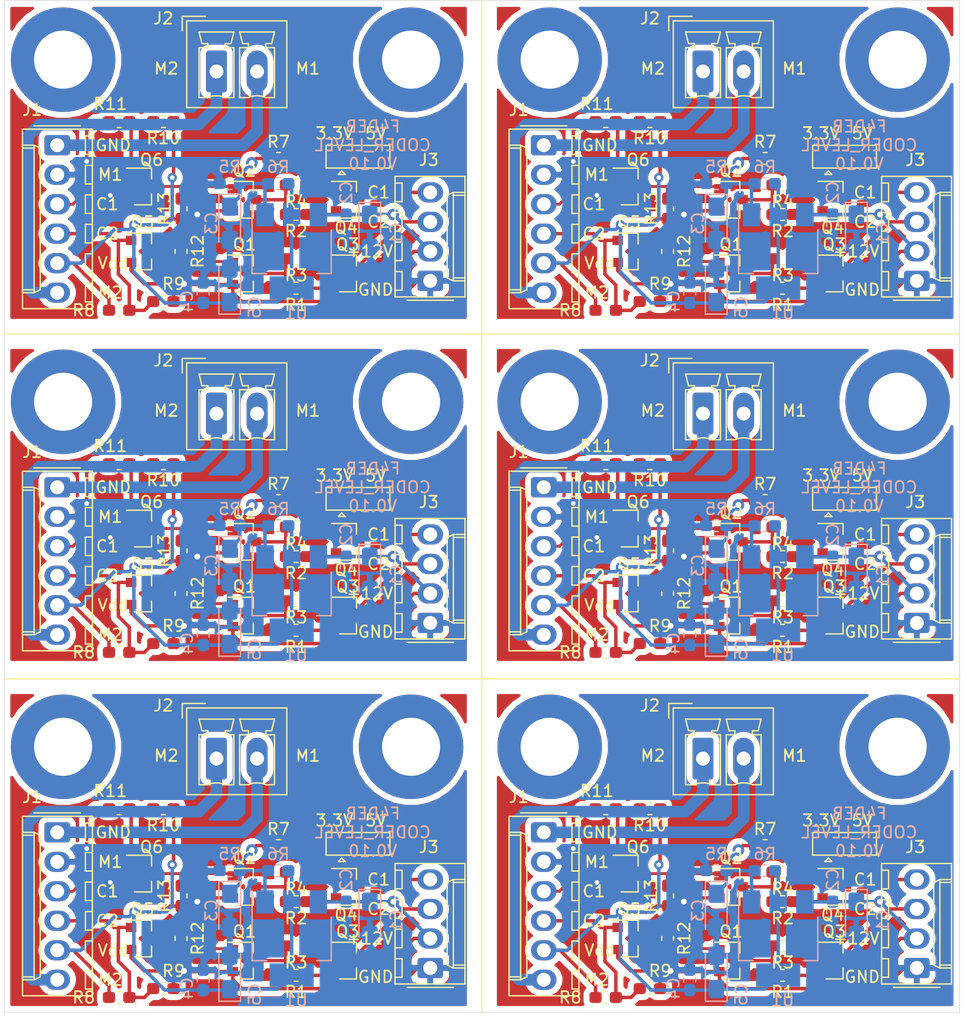
<source format=kicad_pcb>
(kicad_pcb (version 20171130) (host pcbnew "(5.1.5)-3")
  (layers (0 F.Cu signal) (31 B.Cu signal) (34 B.Paste user) (35 F.Paste user) (36 B.SilkS user) (37 F.SilkS user) (38 B.Mask user hide) (39 F.Mask user hide) (44 Edge.Cuts user))
  (net 0 "")
  (net 1 +12V)
  (net 2 GND)
  (net 3 "Net-(C3-Pad1)")
  (net 4 Vdrive)
  (net 5 /M1)
  (net 6 "Net-(J1-Pad3)")
  (net 7 "Net-(J1-Pad4)")
  (net 8 /M2)
  (net 9 "Net-(J3-Pad3)")
  (net 10 "Net-(J3-Pad4)")
  (net 11 "Net-(JP1-Pad1)")
  (net 12 "Net-(Q1-Pad3)")
  (net 13 "Net-(Q2-Pad3)")
  (net 14 "Net-(Q3-Pad1)")
  (net 15 "Net-(Q4-Pad1)")
  (net 16 "Net-(Q1-Pad1)")
  (net 17 "Net-(Q2-Pad1)")
  (module Package_TO_SOT_SMD:SOT-23 (layer F.Cu) (at 102.235 149.987)
    (fp_text reference Q4 (at -0.127 2.413) (layer F.SilkS))
    (fp_text value BC807)
    (pad 1 smd rect (at -1 -0.95) (size 0.9 0.8) (layers F.Cu F.Paste F.Mask) (net 15 "Net-(Q4-Pad1)"))
    (pad 2 smd rect (at -1 0.95) (size 0.9 0.8) (layers F.Cu F.Paste F.Mask) (net 1 +12V))
    (pad 3 smd rect (at 1 0) (size 0.9 0.8) (layers F.Cu F.Paste F.Mask) (net 10 "Net-(J3-Pad4)"))
  )
  (module Package_TO_SOT_SMD:SOT-23 (layer F.Cu) (at 102.235 156.337)
    (fp_text reference Q3 (at 0 -2.5) (layer F.SilkS))
    (fp_text value BC807)
    (pad 1 smd rect (at -1 -0.95) (size 0.9 0.8) (layers F.Cu F.Paste F.Mask) (net 14 "Net-(Q3-Pad1)"))
    (pad 2 smd rect (at -1 0.95) (size 0.9 0.8) (layers F.Cu F.Paste F.Mask) (net 1 +12V))
    (pad 3 smd rect (at 1 0) (size 0.9 0.8) (layers F.Cu F.Paste F.Mask) (net 9 "Net-(J3-Pad3)"))
  )
  (module Capacitor_Tantalum_SMD:CP_EIA-3216-10_Kemet-I_Pad1.58x1.35mm_HandSolder (layer B.Cu) (at 92.075 157.353 90)
    (fp_text reference C5 (at -1.905 2.159 90) (layer B.SilkS) (effects (justify mirror)))
    (fp_text value 10µ/10V hide)
    (pad 2 smd roundrect (at 1.4375 0 90) (size 1.575 1.35) (layers B.Cu B.Paste B.Mask) (roundrect_rratio 0.185185) (net 2 GND))
    (pad 1 smd roundrect (at -1.4375 0 90) (size 1.575 1.35) (layers B.Cu B.Paste B.Mask) (roundrect_rratio 0.185185) (net 4 Vdrive))
  )
  (module Capacitor_SMD:C_0603_1608Metric_Pad1.05x0.95mm_HandSolder (layer B.Cu) (at 102.108 152.132 270)
    (fp_text reference C2 (at -2.78 0 90) (layer B.SilkS) (effects (justify mirror)))
    (fp_text value 100n)
    (pad 2 smd roundrect (at 0.875 0 270) (size 1.05 0.95) (layers B.Cu B.Paste B.Mask) (net 2 GND))
    (pad 1 smd roundrect (at -0.875 0 270) (size 1.05 0.95) (layers B.Cu B.Paste B.Mask) (net 1 +12V))
  )
  (module Capacitor_Tantalum_SMD:CP_EIA-3216-10_Kemet-I_Pad1.58x1.35mm_HandSolder (layer B.Cu) (at 92.075 152.019 270)
    (fp_text reference C3 (at 0 1.58 270) (layer B.SilkS) (effects (justify mirror)))
    (fp_text value 10µ/10V)
    (pad 2 smd roundrect (at 1.4375 0 270) (size 1.575 1.35) (layers B.Cu B.Paste B.Mask) (roundrect_rratio 0.185185) (net 2 GND))
    (pad 1 smd roundrect (at -1.4375 0 270) (size 1.575 1.35) (layers B.Cu B.Paste B.Mask) (roundrect_rratio 0.185185) (net 3 "Net-(C3-Pad1)"))
  )
  (module Package_TO_SOT_SMD:SOT-23 (layer F.Cu) (at 93.345 149.987)
    (fp_text reference Q2 (at 0 -2.5) (layer F.SilkS))
    (fp_text value BC847)
    (pad 3 smd rect (at 1 0) (size 0.9 0.8) (layers F.Cu F.Paste F.Mask) (net 13 "Net-(Q2-Pad3)"))
    (pad 2 smd rect (at -1 0.95) (size 0.9 0.8) (layers F.Cu F.Paste F.Mask) (net 2 GND))
    (pad 1 smd rect (at -1 -0.95) (size 0.9 0.8) (layers F.Cu F.Paste F.Mask) (net 17 "Net-(Q2-Pad1)"))
  )
  (module Jumper:SolderJumper-3_P2.0mm_Open_TrianglePad1.0x1.5mm (layer F.Cu) (at 103.124 146.304)
    (fp_text reference JP1 hide)
    (fp_text value SolderJumper_3_Open)
    (pad 1 smd custom (at -2 0) (size 0.3 0.3) (layers F.Cu F.Mask) (net 11 "Net-(JP1-Pad1)") (options (clearance outline) (anchor rect)) (primitives (gr_poly (pts (xy -0.5 -0.75) (xy 0.5 -0.75) (xy 1 0) (xy 0.5 0.75) (xy -0.5 0.75)) (width 0))))
    (pad 2 smd custom (at 0 0) (size 0.3 0.3) (layers F.Cu) (net 2 GND) (options (clearance outline) (anchor rect)) (primitives (gr_poly (pts (xy -1.2 -0.75) (xy 1.2 -0.75) (xy 0.7 0) (xy 1.2 0.75) (xy -1.2 0.75) (xy -0.7 0)) (width 0))))
    (pad 3 smd custom (at 2 0 180) (size 0.3 0.3) (layers F.Cu F.Mask) (net 2 GND) (options (clearance outline) (anchor rect)) (primitives (gr_poly (pts (xy -0.5 -0.75) (xy 0.5 -0.75) (xy 1 0) (xy 0.5 0.75) (xy -0.5 0.75)) (width 0))))
  )
  (module Resistor_SMD:R_0603_1608Metric_Pad1.05x0.95mm_HandSolder (layer F.Cu) (at 55.88 157.607 180)
    (fp_text reference R1 (at 0 -1.43) (layer F.SilkS))
    (fp_text value 4.7k)
    (pad 2 smd roundrect (at 0.875 0 180) (size 1.05 0.95) (layers F.Cu F.Paste F.Mask) (net 12 "Net-(Q1-Pad3)"))
    (pad 1 smd roundrect (at -0.875 0 180) (size 1.05 0.95) (layers F.Cu F.Paste F.Mask) (net 1 +12V))
  )
  (module Connector_Molex:Molex_KK-254_AE-6410-04A_1x04_P2.54mm_Vertical (layer F.Cu) (at 109.347 156.972 90)
    (fp_text reference J3 (at 10.414 -0.127 180) (layer F.SilkS))
    (fp_text value Conn_01x04)
    (pad 1 thru_hole roundrect (at 0 0 90) (size 1.74 2.2) (drill 1.2) (layers *.Cu *.Mask) (roundrect_rratio 0.143678) (net 2 GND))
    (pad 2 thru_hole oval (at 2.54 0 90) (size 1.74 2.2) (drill 1.2) (layers *.Cu *.Mask) (net 1 +12V))
    (pad 3 thru_hole oval (at 5.08 0 90) (size 1.74 2.2) (drill 1.2) (layers *.Cu *.Mask) (net 9 "Net-(J3-Pad3)"))
    (pad 4 thru_hole oval (at 7.62 0 90) (size 1.74 2.2) (drill 1.2) (layers *.Cu *.Mask) (net 10 "Net-(J3-Pad4)"))
  )
  (module Capacitor_Tantalum_SMD:CP_EIA-3216-10_Kemet-I_Pad1.58x1.35mm_HandSolder (layer B.Cu) (at 104.14 152.6945 270)
    (fp_text reference C1 (at 0.2135 -2.286 270) (layer B.SilkS) (effects (justify mirror)))
    (fp_text value 10µ/10V)
    (pad 2 smd roundrect (at 1.4375 0 270) (size 1.575 1.35) (layers B.Cu B.Paste B.Mask) (roundrect_rratio 0.185185) (net 2 GND))
    (pad 1 smd roundrect (at -1.4375 0 270) (size 1.575 1.35) (layers B.Cu B.Paste B.Mask) (roundrect_rratio 0.185185) (net 1 +12V))
  )
  (module Capacitor_SMD:C_0603_1608Metric_Pad1.05x0.95mm_HandSolder (layer B.Cu) (at 60.198 152.132 270)
    (fp_text reference C2 (at -2.78 0 90) (layer B.SilkS) (effects (justify mirror)))
    (fp_text value 100n)
    (pad 1 smd roundrect (at -0.875 0 270) (size 1.05 0.95) (layers B.Cu B.Paste B.Mask) (net 1 +12V))
    (pad 2 smd roundrect (at 0.875 0 270) (size 1.05 0.95) (layers B.Cu B.Paste B.Mask) (net 2 GND))
  )
  (module Package_TO_SOT_SMD:SOT-23 (layer F.Cu) (at 42.672 154.432)
    (fp_text reference Q5 (at 0 -2.5) (layer F.SilkS))
    (fp_text value BC847)
    (pad 3 smd rect (at 1 0) (size 0.9 0.8) (layers F.Cu F.Paste F.Mask) (net 16 "Net-(Q1-Pad1)"))
    (pad 2 smd rect (at -1 0.95) (size 0.9 0.8) (layers F.Cu F.Paste F.Mask) (net 2 GND))
    (pad 1 smd rect (at -1 -0.95) (size 0.9 0.8) (layers F.Cu F.Paste F.Mask) (net 7 "Net-(J1-Pad4)"))
  )
  (module Connector_Molex:Molex_KK-254_AE-6410-04A_1x04_P2.54mm_Vertical (layer F.Cu) (at 67.437 156.972 90)
    (fp_text reference J3 (at 10.414 -0.127 180) (layer F.SilkS))
    (fp_text value Conn_01x04)
    (pad 4 thru_hole oval (at 7.62 0 90) (size 1.74 2.2) (drill 1.2) (layers *.Cu *.Mask) (net 10 "Net-(J3-Pad4)"))
    (pad 3 thru_hole oval (at 5.08 0 90) (size 1.74 2.2) (drill 1.2) (layers *.Cu *.Mask) (net 9 "Net-(J3-Pad3)"))
    (pad 2 thru_hole oval (at 2.54 0 90) (size 1.74 2.2) (drill 1.2) (layers *.Cu *.Mask) (net 1 +12V))
    (pad 1 thru_hole roundrect (at 0 0 90) (size 1.74 2.2) (drill 1.2) (layers *.Cu *.Mask) (roundrect_rratio 0.143678) (net 2 GND))
  )
  (module Package_TO_SOT_SMD:SOT-23 (layer F.Cu) (at 60.325 156.337)
    (fp_text reference Q3 (at 0 -2.5) (layer F.SilkS))
    (fp_text value BC807)
    (pad 3 smd rect (at 1 0) (size 0.9 0.8) (layers F.Cu F.Paste F.Mask) (net 9 "Net-(J3-Pad3)"))
    (pad 2 smd rect (at -1 0.95) (size 0.9 0.8) (layers F.Cu F.Paste F.Mask) (net 1 +12V))
    (pad 1 smd rect (at -1 -0.95) (size 0.9 0.8) (layers F.Cu F.Paste F.Mask) (net 14 "Net-(Q3-Pad1)"))
  )
  (module Connector_Phoenix_MC:PhoenixContact_MCV_1,5_2-G-3.5_1x02_P3.50mm_Vertical (layer F.Cu) (at 90.932 138.938)
    (fp_text reference J2 (at -4.572 -4.572) (layer F.SilkS))
    (fp_text value Conn_01x02 hide)
    (pad 1 thru_hole roundrect (at 0 0) (size 1.8 3.6) (drill 1.2) (layers *.Cu *.Mask) (roundrect_rratio 0.138889) (net 8 /M2))
    (pad 2 thru_hole oval (at 3.5 0) (size 1.8 3.6) (drill 1.2) (layers *.Cu *.Mask) (net 5 /M1))
  )
  (module Capacitor_SMD:C_0603_1608Metric_Pad1.05x0.95mm_HandSolder (layer B.Cu) (at 89.789 158.002 90)
    (fp_text reference C4 (at -0.748 -1.397 90) (layer B.SilkS) (effects (justify mirror)))
    (fp_text value 100n)
    (pad 1 smd roundrect (at -0.875 0 90) (size 1.05 0.95) (layers B.Cu B.Paste B.Mask) (net 4 Vdrive))
    (pad 2 smd roundrect (at 0.875 0 90) (size 1.05 0.95) (layers B.Cu B.Paste B.Mask) (net 2 GND))
  )
  (module Connector_Molex:Molex_KK-254_AE-6410-06A_1x06_P2.54mm_Vertical (layer F.Cu) (at 77.216 145.288 270)
    (fp_text reference J1 (at -3.048 2.159 180) (layer F.SilkS))
    (fp_text value Conn_01x06)
    (pad 1 thru_hole roundrect (at 0 0 270) (size 1.74 2.2) (drill 1.2) (layers *.Cu *.Mask) (roundrect_rratio 0.143678) (net 5 /M1))
    (pad 2 thru_hole oval (at 2.54 0 270) (size 1.74 2.2) (drill 1.2) (layers *.Cu *.Mask) (net 2 GND))
    (pad 3 thru_hole oval (at 5.08 0 270) (size 1.74 2.2) (drill 1.2) (layers *.Cu *.Mask) (net 6 "Net-(J1-Pad3)"))
    (pad 4 thru_hole oval (at 7.62 0 270) (size 1.74 2.2) (drill 1.2) (layers *.Cu *.Mask) (net 7 "Net-(J1-Pad4)"))
    (pad 5 thru_hole oval (at 10.16 0 270) (size 1.74 2.2) (drill 1.2) (layers *.Cu *.Mask) (net 4 Vdrive))
    (pad 6 thru_hole oval (at 12.7 0 270) (size 1.74 2.2) (drill 1.2) (layers *.Cu *.Mask) (net 8 /M2))
  )
  (module Capacitor_SMD:C_0603_1608Metric_Pad1.05x0.95mm_HandSolder (layer B.Cu) (at 47.879 158.002 90)
    (fp_text reference C4 (at -0.748 -1.397 90) (layer B.SilkS) (effects (justify mirror)))
    (fp_text value 100n)
    (pad 2 smd roundrect (at 0.875 0 90) (size 1.05 0.95) (layers B.Cu B.Paste B.Mask) (net 2 GND))
    (pad 1 smd roundrect (at -0.875 0 90) (size 1.05 0.95) (layers B.Cu B.Paste B.Mask) (net 4 Vdrive))
  )
  (module Package_TO_SOT_SMD:SOT-23 (layer F.Cu) (at 60.325 149.987)
    (fp_text reference Q4 (at -0.127 2.413) (layer F.SilkS))
    (fp_text value BC807)
    (pad 3 smd rect (at 1 0) (size 0.9 0.8) (layers F.Cu F.Paste F.Mask) (net 10 "Net-(J3-Pad4)"))
    (pad 2 smd rect (at -1 0.95) (size 0.9 0.8) (layers F.Cu F.Paste F.Mask) (net 1 +12V))
    (pad 1 smd rect (at -1 -0.95) (size 0.9 0.8) (layers F.Cu F.Paste F.Mask) (net 15 "Net-(Q4-Pad1)"))
  )
  (module Capacitor_Tantalum_SMD:CP_EIA-3216-10_Kemet-I_Pad1.58x1.35mm_HandSolder (layer B.Cu) (at 50.165 152.019 270)
    (fp_text reference C3 (at 0 1.58 270) (layer B.SilkS) (effects (justify mirror)))
    (fp_text value 10µ/10V)
    (pad 1 smd roundrect (at -1.4375 0 270) (size 1.575 1.35) (layers B.Cu B.Paste B.Mask) (roundrect_rratio 0.185185) (net 3 "Net-(C3-Pad1)"))
    (pad 2 smd roundrect (at 1.4375 0 270) (size 1.575 1.35) (layers B.Cu B.Paste B.Mask) (roundrect_rratio 0.185185) (net 2 GND))
  )
  (module Package_TO_SOT_SMD:SOT-23 (layer F.Cu) (at 93.345 156.337)
    (fp_text reference Q1 (at 0 -2.5) (layer F.SilkS))
    (fp_text value BC847)
    (pad 3 smd rect (at 1 0) (size 0.9 0.8) (layers F.Cu F.Paste F.Mask) (net 12 "Net-(Q1-Pad3)"))
    (pad 2 smd rect (at -1 0.95) (size 0.9 0.8) (layers F.Cu F.Paste F.Mask) (net 2 GND))
    (pad 1 smd rect (at -1 -0.95) (size 0.9 0.8) (layers F.Cu F.Paste F.Mask) (net 16 "Net-(Q1-Pad1)"))
  )
  (module Jumper:SolderJumper-3_P2.0mm_Open_TrianglePad1.0x1.5mm (layer F.Cu) (at 61.214 146.304)
    (fp_text reference JP1 hide)
    (fp_text value SolderJumper_3_Open)
    (pad 3 smd custom (at 2 0 180) (size 0.3 0.3) (layers F.Cu F.Mask) (net 2 GND) (options (clearance outline) (anchor rect)) (primitives (gr_poly (pts (xy -0.5 -0.75) (xy 0.5 -0.75) (xy 1 0) (xy 0.5 0.75) (xy -0.5 0.75)) (width 0))))
    (pad 2 smd custom (at 0 0) (size 0.3 0.3) (layers F.Cu) (net 2 GND) (options (clearance outline) (anchor rect)) (primitives (gr_poly (pts (xy -1.2 -0.75) (xy 1.2 -0.75) (xy 0.7 0) (xy 1.2 0.75) (xy -1.2 0.75) (xy -0.7 0)) (width 0))))
    (pad 1 smd custom (at -2 0) (size 0.3 0.3) (layers F.Cu F.Mask) (net 11 "Net-(JP1-Pad1)") (options (clearance outline) (anchor rect)) (primitives (gr_poly (pts (xy -0.5 -0.75) (xy 0.5 -0.75) (xy 1 0) (xy 0.5 0.75) (xy -0.5 0.75)) (width 0))))
  )
  (module Resistor_SMD:R_0603_1608Metric_Pad1.05x0.95mm_HandSolder (layer F.Cu) (at 44.45 143.256 180)
    (fp_text reference R10 (at 0 -1.43) (layer F.SilkS))
    (fp_text value 10k)
    (pad 2 smd roundrect (at 0.875 0 180) (size 1.05 0.95) (layers F.Cu F.Paste F.Mask) (net 6 "Net-(J1-Pad3)"))
    (pad 1 smd roundrect (at -0.875 0 180) (size 1.05 0.95) (layers F.Cu F.Paste F.Mask) (net 4 Vdrive))
  )
  (module Capacitor_Tantalum_SMD:CP_EIA-3216-10_Kemet-I_Pad1.58x1.35mm_HandSolder (layer B.Cu) (at 50.165 157.353 90)
    (fp_text reference C5 (at -1.905 2.159 90) (layer B.SilkS) (effects (justify mirror)))
    (fp_text value 10µ/10V hide)
    (pad 1 smd roundrect (at -1.4375 0 90) (size 1.575 1.35) (layers B.Cu B.Paste B.Mask) (roundrect_rratio 0.185185) (net 4 Vdrive))
    (pad 2 smd roundrect (at 1.4375 0 90) (size 1.575 1.35) (layers B.Cu B.Paste B.Mask) (roundrect_rratio 0.185185) (net 2 GND))
  )
  (module Package_TO_SOT_SMD:SOT-23 (layer F.Cu) (at 51.435 149.987)
    (fp_text reference Q2 (at 0 -2.5) (layer F.SilkS))
    (fp_text value BC847)
    (pad 1 smd rect (at -1 -0.95) (size 0.9 0.8) (layers F.Cu F.Paste F.Mask) (net 17 "Net-(Q2-Pad1)"))
    (pad 2 smd rect (at -1 0.95) (size 0.9 0.8) (layers F.Cu F.Paste F.Mask) (net 2 GND))
    (pad 3 smd rect (at 1 0) (size 0.9 0.8) (layers F.Cu F.Paste F.Mask) (net 13 "Net-(Q2-Pad3)"))
  )
  (module Resistor_SMD:R_0603_1608Metric_Pad1.05x0.95mm_HandSolder (layer F.Cu) (at 40.64 143.256 180)
    (fp_text reference R11 (at 0.762 1.524) (layer F.SilkS))
    (fp_text value NC)
    (pad 1 smd roundrect (at -0.875 0 180) (size 1.05 0.95) (layers F.Cu F.Paste F.Mask) (net 6 "Net-(J1-Pad3)"))
    (pad 2 smd roundrect (at 0.875 0 180) (size 1.05 0.95) (layers F.Cu F.Paste F.Mask) (net 2 GND))
  )
  (module Resistor_SMD:R_0603_1608Metric_Pad1.05x0.95mm_HandSolder (layer F.Cu) (at 45.974 150.763 90)
    (fp_text reference R13 (at 0 -1.43 90) (layer F.SilkS))
    (fp_text value 10k)
    (pad 1 smd roundrect (at -0.875 0 90) (size 1.05 0.95) (layers F.Cu F.Paste F.Mask) (net 4 Vdrive))
    (pad 2 smd roundrect (at 0.875 0 90) (size 1.05 0.95) (layers F.Cu F.Paste F.Mask) (net 17 "Net-(Q2-Pad1)"))
  )
  (module Resistor_SMD:R_0603_1608Metric_Pad1.05x0.95mm_HandSolder (layer F.Cu) (at 45.974 154.432 270)
    (fp_text reference R12 (at 0 -1.43 90) (layer F.SilkS))
    (fp_text value 10k)
    (pad 2 smd roundrect (at 0.875 0 270) (size 1.05 0.95) (layers F.Cu F.Paste F.Mask) (net 16 "Net-(Q1-Pad1)"))
    (pad 1 smd roundrect (at -0.875 0 270) (size 1.05 0.95) (layers F.Cu F.Paste F.Mask) (net 4 Vdrive))
  )
  (module Capacitor_Tantalum_SMD:CP_EIA-3216-10_Kemet-I_Pad1.58x1.35mm_HandSolder (layer B.Cu) (at 62.23 152.6945 270)
    (fp_text reference C1 (at 0.2135 -2.286 270) (layer B.SilkS) (effects (justify mirror)))
    (fp_text value 10µ/10V)
    (pad 1 smd roundrect (at -1.4375 0 270) (size 1.575 1.35) (layers B.Cu B.Paste B.Mask) (roundrect_rratio 0.185185) (net 1 +12V))
    (pad 2 smd roundrect (at 1.4375 0 270) (size 1.575 1.35) (layers B.Cu B.Paste B.Mask) (roundrect_rratio 0.185185) (net 2 GND))
  )
  (module Resistor_SMD:R_0603_1608Metric_Pad1.05x0.95mm_HandSolder (layer F.Cu) (at 54.37 146.431)
    (fp_text reference R7 (at 0 -1.43) (layer F.SilkS))
    (fp_text value 435)
    (pad 2 smd roundrect (at 0.875 0) (size 1.05 0.95) (layers F.Cu F.Paste F.Mask) (net 11 "Net-(JP1-Pad1)"))
    (pad 1 smd roundrect (at -0.875 0) (size 1.05 0.95) (layers F.Cu F.Paste F.Mask) (net 3 "Net-(C3-Pad1)"))
  )
  (module Connector_Phoenix_MC:PhoenixContact_MCV_1,5_2-G-3.5_1x02_P3.50mm_Vertical (layer F.Cu) (at 49.022 138.938)
    (fp_text reference J2 (at -4.572 -4.572) (layer F.SilkS))
    (fp_text value Conn_01x02 hide)
    (pad 2 thru_hole oval (at 3.5 0) (size 1.8 3.6) (drill 1.2) (layers *.Cu *.Mask) (net 5 /M1))
    (pad 1 thru_hole roundrect (at 0 0) (size 1.8 3.6) (drill 1.2) (layers *.Cu *.Mask) (roundrect_rratio 0.138889) (net 8 /M2))
  )
  (module Package_TO_SOT_SMD:SOT-23 (layer F.Cu) (at 42.672 148.844)
    (fp_text reference Q6 (at 0.762 -2.286) (layer F.SilkS))
    (fp_text value BC847)
    (pad 1 smd rect (at -1 -0.95) (size 0.9 0.8) (layers F.Cu F.Paste F.Mask) (net 6 "Net-(J1-Pad3)"))
    (pad 2 smd rect (at -1 0.95) (size 0.9 0.8) (layers F.Cu F.Paste F.Mask) (net 2 GND))
    (pad 3 smd rect (at 1 0) (size 0.9 0.8) (layers F.Cu F.Paste F.Mask) (net 17 "Net-(Q2-Pad1)"))
  )
  (module Resistor_SMD:R_0603_1608Metric_Pad1.05x0.95mm_HandSolder (layer F.Cu) (at 55.88 155.067 180)
    (fp_text reference R3 (at 0 -1.43) (layer F.SilkS))
    (fp_text value 4.7k)
    (pad 1 smd roundrect (at -0.875 0 180) (size 1.05 0.95) (layers F.Cu F.Paste F.Mask) (net 14 "Net-(Q3-Pad1)"))
    (pad 2 smd roundrect (at 0.875 0 180) (size 1.05 0.95) (layers F.Cu F.Paste F.Mask) (net 12 "Net-(Q1-Pad3)"))
  )
  (module Resistor_SMD:R_0603_1608Metric_Pad1.05x0.95mm_HandSolder (layer F.Cu) (at 55.88 148.717 180)
    (fp_text reference R4 (at 0 -1.43) (layer F.SilkS))
    (fp_text value 4.7k)
    (pad 1 smd roundrect (at -0.875 0 180) (size 1.05 0.95) (layers F.Cu F.Paste F.Mask) (net 15 "Net-(Q4-Pad1)"))
    (pad 2 smd roundrect (at 0.875 0 180) (size 1.05 0.95) (layers F.Cu F.Paste F.Mask) (net 13 "Net-(Q2-Pad3)"))
  )
  (module Package_TO_SOT_SMD:SOT-23 (layer F.Cu) (at 51.435 156.337)
    (fp_text reference Q1 (at 0 -2.5) (layer F.SilkS))
    (fp_text value BC847)
    (pad 1 smd rect (at -1 -0.95) (size 0.9 0.8) (layers F.Cu F.Paste F.Mask) (net 16 "Net-(Q1-Pad1)"))
    (pad 2 smd rect (at -1 0.95) (size 0.9 0.8) (layers F.Cu F.Paste F.Mask) (net 2 GND))
    (pad 3 smd rect (at 1 0) (size 0.9 0.8) (layers F.Cu F.Paste F.Mask) (net 12 "Net-(Q1-Pad3)"))
  )
  (module Package_TO_SOT_SMD:SOT-23 (layer F.Cu) (at 84.582 154.432)
    (fp_text reference Q5 (at 0 -2.5) (layer F.SilkS))
    (fp_text value BC847)
    (pad 1 smd rect (at -1 -0.95) (size 0.9 0.8) (layers F.Cu F.Paste F.Mask) (net 7 "Net-(J1-Pad4)"))
    (pad 2 smd rect (at -1 0.95) (size 0.9 0.8) (layers F.Cu F.Paste F.Mask) (net 2 GND))
    (pad 3 smd rect (at 1 0) (size 0.9 0.8) (layers F.Cu F.Paste F.Mask) (net 16 "Net-(Q1-Pad1)"))
  )
  (module Resistor_SMD:R_0603_1608Metric_Pad1.05x0.95mm_HandSolder (layer B.Cu) (at 50.165 148.59 180)
    (fp_text reference R5 (at 0 1.43) (layer B.SilkS) (effects (justify mirror)))
    (fp_text value 360)
    (pad 2 smd roundrect (at 0.875 0 180) (size 1.05 0.95) (layers B.Cu B.Paste B.Mask) (net 2 GND))
    (pad 1 smd roundrect (at -0.875 0 180) (size 1.05 0.95) (layers B.Cu B.Paste B.Mask) (net 3 "Net-(C3-Pad1)"))
  )
  (module Resistor_SMD:R_0603_1608Metric_Pad1.05x0.95mm_HandSolder (layer B.Cu) (at 92.075 148.59 180)
    (fp_text reference R5 (at 0 1.43) (layer B.SilkS) (effects (justify mirror)))
    (fp_text value 360)
    (pad 1 smd roundrect (at -0.875 0 180) (size 1.05 0.95) (layers B.Cu B.Paste B.Mask) (net 3 "Net-(C3-Pad1)"))
    (pad 2 smd roundrect (at 0.875 0 180) (size 1.05 0.95) (layers B.Cu B.Paste B.Mask) (net 2 GND))
  )
  (module Package_TO_SOT_SMD:SOT-223-3_TabPin2 (layer B.Cu) (at 55.499 154.432 270)
    (fp_text reference U1 (at 5.334 -0.381) (layer B.SilkS) (effects (justify mirror)))
    (fp_text value AP1117-ADJ)
    (pad 1 smd rect (at -3.15 2.3 270) (size 2 1.5) (layers B.Cu B.Paste B.Mask) (net 3 "Net-(C3-Pad1)"))
    (pad 3 smd rect (at -3.15 -2.3 270) (size 2 1.5) (layers B.Cu B.Paste B.Mask) (net 1 +12V))
    (pad 2 smd rect (at -3.15 0 270) (size 2 1.5) (layers B.Cu B.Paste B.Mask) (net 4 Vdrive))
    (pad 2 smd rect (at 3.15 0 270) (size 2 3.8) (layers B.Cu B.Paste B.Mask) (net 4 Vdrive))
  )
  (module Connector_Molex:Molex_KK-254_AE-6410-06A_1x06_P2.54mm_Vertical (layer F.Cu) (at 35.306 145.288 270)
    (fp_text reference J1 (at -3.048 2.159 180) (layer F.SilkS))
    (fp_text value Conn_01x06)
    (pad 6 thru_hole oval (at 12.7 0 270) (size 1.74 2.2) (drill 1.2) (layers *.Cu *.Mask) (net 8 /M2))
    (pad 5 thru_hole oval (at 10.16 0 270) (size 1.74 2.2) (drill 1.2) (layers *.Cu *.Mask) (net 4 Vdrive))
    (pad 4 thru_hole oval (at 7.62 0 270) (size 1.74 2.2) (drill 1.2) (layers *.Cu *.Mask) (net 7 "Net-(J1-Pad4)"))
    (pad 3 thru_hole oval (at 5.08 0 270) (size 1.74 2.2) (drill 1.2) (layers *.Cu *.Mask) (net 6 "Net-(J1-Pad3)"))
    (pad 2 thru_hole oval (at 2.54 0 270) (size 1.74 2.2) (drill 1.2) (layers *.Cu *.Mask) (net 2 GND))
    (pad 1 thru_hole roundrect (at 0 0 270) (size 1.74 2.2) (drill 1.2) (layers *.Cu *.Mask) (roundrect_rratio 0.143678) (net 5 /M1))
  )
  (module Resistor_SMD:R_0603_1608Metric_Pad1.05x0.95mm_HandSolder (layer F.Cu) (at 55.88 151.257 180)
    (fp_text reference R2 (at 0 -1.43) (layer F.SilkS))
    (fp_text value 4.7k)
    (pad 2 smd roundrect (at 0.875 0 180) (size 1.05 0.95) (layers F.Cu F.Paste F.Mask) (net 13 "Net-(Q2-Pad3)"))
    (pad 1 smd roundrect (at -0.875 0 180) (size 1.05 0.95) (layers F.Cu F.Paste F.Mask) (net 1 +12V))
  )
  (module Resistor_SMD:R_0603_1608Metric_Pad1.05x0.95mm_HandSolder (layer B.Cu) (at 54.342 148.59 180)
    (fp_text reference R6 (at 0 1.43) (layer B.SilkS) (effects (justify mirror)))
    (fp_text value 120)
    (pad 1 smd roundrect (at -0.875 0 180) (size 1.05 0.95) (layers B.Cu B.Paste B.Mask) (net 4 Vdrive))
    (pad 2 smd roundrect (at 0.875 0 180) (size 1.05 0.95) (layers B.Cu B.Paste B.Mask) (net 3 "Net-(C3-Pad1)"))
  )
  (module Package_TO_SOT_SMD:SOT-23 (layer F.Cu) (at 84.582 148.844)
    (fp_text reference Q6 (at 0.762 -2.286) (layer F.SilkS))
    (fp_text value BC847)
    (pad 3 smd rect (at 1 0) (size 0.9 0.8) (layers F.Cu F.Paste F.Mask) (net 17 "Net-(Q2-Pad1)"))
    (pad 2 smd rect (at -1 0.95) (size 0.9 0.8) (layers F.Cu F.Paste F.Mask) (net 2 GND))
    (pad 1 smd rect (at -1 -0.95) (size 0.9 0.8) (layers F.Cu F.Paste F.Mask) (net 6 "Net-(J1-Pad3)"))
  )
  (module Resistor_SMD:R_0603_1608Metric_Pad1.05x0.95mm_HandSolder (layer F.Cu) (at 40.64 159.512)
    (fp_text reference R8 (at -3.048 0) (layer F.SilkS))
    (fp_text value 10k)
    (pad 1 smd roundrect (at -0.875 0) (size 1.05 0.95) (layers F.Cu F.Paste F.Mask) (net 4 Vdrive))
    (pad 2 smd roundrect (at 0.875 0) (size 1.05 0.95) (layers F.Cu F.Paste F.Mask) (net 7 "Net-(J1-Pad4)"))
  )
  (module Resistor_SMD:R_0603_1608Metric_Pad1.05x0.95mm_HandSolder (layer F.Cu) (at 87.884 150.763 90)
    (fp_text reference R13 (at 0 -1.43 90) (layer F.SilkS))
    (fp_text value 10k)
    (pad 2 smd roundrect (at 0.875 0 90) (size 1.05 0.95) (layers F.Cu F.Paste F.Mask) (net 17 "Net-(Q2-Pad1)"))
    (pad 1 smd roundrect (at -0.875 0 90) (size 1.05 0.95) (layers F.Cu F.Paste F.Mask) (net 4 Vdrive))
  )
  (module Resistor_SMD:R_0603_1608Metric_Pad1.05x0.95mm_HandSolder (layer F.Cu) (at 86.36 143.256 180)
    (fp_text reference R10 (at 0 -1.43) (layer F.SilkS))
    (fp_text value 10k)
    (pad 1 smd roundrect (at -0.875 0 180) (size 1.05 0.95) (layers F.Cu F.Paste F.Mask) (net 4 Vdrive))
    (pad 2 smd roundrect (at 0.875 0 180) (size 1.05 0.95) (layers F.Cu F.Paste F.Mask) (net 6 "Net-(J1-Pad3)"))
  )
  (module Resistor_SMD:R_0603_1608Metric_Pad1.05x0.95mm_HandSolder (layer F.Cu) (at 97.79 151.257 180)
    (fp_text reference R2 (at 0 -1.43) (layer F.SilkS))
    (fp_text value 4.7k)
    (pad 1 smd roundrect (at -0.875 0 180) (size 1.05 0.95) (layers F.Cu F.Paste F.Mask) (net 1 +12V))
    (pad 2 smd roundrect (at 0.875 0 180) (size 1.05 0.95) (layers F.Cu F.Paste F.Mask) (net 13 "Net-(Q2-Pad3)"))
  )
  (module Resistor_SMD:R_0603_1608Metric_Pad1.05x0.95mm_HandSolder (layer F.Cu) (at 82.55 143.256 180)
    (fp_text reference R11 (at 0.762 1.524) (layer F.SilkS))
    (fp_text value NC)
    (pad 2 smd roundrect (at 0.875 0 180) (size 1.05 0.95) (layers F.Cu F.Paste F.Mask) (net 2 GND))
    (pad 1 smd roundrect (at -0.875 0 180) (size 1.05 0.95) (layers F.Cu F.Paste F.Mask) (net 6 "Net-(J1-Pad3)"))
  )
  (module Resistor_SMD:R_0603_1608Metric_Pad1.05x0.95mm_HandSolder (layer F.Cu) (at 86.36 158.75)
    (fp_text reference R9 (at 0.875 -1.524) (layer F.SilkS))
    (fp_text value NC)
    (pad 1 smd roundrect (at -0.875 0) (size 1.05 0.95) (layers F.Cu F.Paste F.Mask) (net 7 "Net-(J1-Pad4)"))
    (pad 2 smd roundrect (at 0.875 0) (size 1.05 0.95) (layers F.Cu F.Paste F.Mask) (net 2 GND))
  )
  (module Resistor_SMD:R_0603_1608Metric_Pad1.05x0.95mm_HandSolder (layer F.Cu) (at 82.55 159.512)
    (fp_text reference R8 (at -3.048 0) (layer F.SilkS))
    (fp_text value 10k)
    (pad 2 smd roundrect (at 0.875 0) (size 1.05 0.95) (layers F.Cu F.Paste F.Mask) (net 7 "Net-(J1-Pad4)"))
    (pad 1 smd roundrect (at -0.875 0) (size 1.05 0.95) (layers F.Cu F.Paste F.Mask) (net 4 Vdrive))
  )
  (module Resistor_SMD:R_0603_1608Metric_Pad1.05x0.95mm_HandSolder (layer B.Cu) (at 96.252 148.59 180)
    (fp_text reference R6 (at 0 1.43) (layer B.SilkS) (effects (justify mirror)))
    (fp_text value 120)
    (pad 2 smd roundrect (at 0.875 0 180) (size 1.05 0.95) (layers B.Cu B.Paste B.Mask) (net 3 "Net-(C3-Pad1)"))
    (pad 1 smd roundrect (at -0.875 0 180) (size 1.05 0.95) (layers B.Cu B.Paste B.Mask) (net 4 Vdrive))
  )
  (module Resistor_SMD:R_0603_1608Metric_Pad1.05x0.95mm_HandSolder (layer F.Cu) (at 87.884 154.432 270)
    (fp_text reference R12 (at 0 -1.43 90) (layer F.SilkS))
    (fp_text value 10k)
    (pad 1 smd roundrect (at -0.875 0 270) (size 1.05 0.95) (layers F.Cu F.Paste F.Mask) (net 4 Vdrive))
    (pad 2 smd roundrect (at 0.875 0 270) (size 1.05 0.95) (layers F.Cu F.Paste F.Mask) (net 16 "Net-(Q1-Pad1)"))
  )
  (module Resistor_SMD:R_0603_1608Metric_Pad1.05x0.95mm_HandSolder (layer F.Cu) (at 97.79 155.067 180)
    (fp_text reference R3 (at 0 -1.43) (layer F.SilkS))
    (fp_text value 4.7k)
    (pad 2 smd roundrect (at 0.875 0 180) (size 1.05 0.95) (layers F.Cu F.Paste F.Mask) (net 12 "Net-(Q1-Pad3)"))
    (pad 1 smd roundrect (at -0.875 0 180) (size 1.05 0.95) (layers F.Cu F.Paste F.Mask) (net 14 "Net-(Q3-Pad1)"))
  )
  (module Resistor_SMD:R_0603_1608Metric_Pad1.05x0.95mm_HandSolder (layer F.Cu) (at 44.45 158.75)
    (fp_text reference R9 (at 0.875 -1.524) (layer F.SilkS))
    (fp_text value NC)
    (pad 2 smd roundrect (at 0.875 0) (size 1.05 0.95) (layers F.Cu F.Paste F.Mask) (net 2 GND))
    (pad 1 smd roundrect (at -0.875 0) (size 1.05 0.95) (layers F.Cu F.Paste F.Mask) (net 7 "Net-(J1-Pad4)"))
  )
  (module Resistor_SMD:R_0603_1608Metric_Pad1.05x0.95mm_HandSolder (layer F.Cu) (at 96.28 146.431)
    (fp_text reference R7 (at 0 -1.43) (layer F.SilkS))
    (fp_text value 435)
    (pad 1 smd roundrect (at -0.875 0) (size 1.05 0.95) (layers F.Cu F.Paste F.Mask) (net 3 "Net-(C3-Pad1)"))
    (pad 2 smd roundrect (at 0.875 0) (size 1.05 0.95) (layers F.Cu F.Paste F.Mask) (net 11 "Net-(JP1-Pad1)"))
  )
  (module Resistor_SMD:R_0603_1608Metric_Pad1.05x0.95mm_HandSolder (layer F.Cu) (at 97.79 157.607 180)
    (fp_text reference R1 (at 0 -1.43) (layer F.SilkS))
    (fp_text value 4.7k)
    (pad 1 smd roundrect (at -0.875 0 180) (size 1.05 0.95) (layers F.Cu F.Paste F.Mask) (net 1 +12V))
    (pad 2 smd roundrect (at 0.875 0 180) (size 1.05 0.95) (layers F.Cu F.Paste F.Mask) (net 12 "Net-(Q1-Pad3)"))
  )
  (module Package_TO_SOT_SMD:SOT-223-3_TabPin2 (layer B.Cu) (at 97.409 154.432 270)
    (fp_text reference U1 (at 5.334 -0.381) (layer B.SilkS) (effects (justify mirror)))
    (fp_text value AP1117-ADJ)
    (pad 2 smd rect (at 3.15 0 270) (size 2 3.8) (layers B.Cu B.Paste B.Mask) (net 4 Vdrive))
    (pad 2 smd rect (at -3.15 0 270) (size 2 1.5) (layers B.Cu B.Paste B.Mask) (net 4 Vdrive))
    (pad 3 smd rect (at -3.15 -2.3 270) (size 2 1.5) (layers B.Cu B.Paste B.Mask) (net 1 +12V))
    (pad 1 smd rect (at -3.15 2.3 270) (size 2 1.5) (layers B.Cu B.Paste B.Mask) (net 3 "Net-(C3-Pad1)"))
  )
  (module Resistor_SMD:R_0603_1608Metric_Pad1.05x0.95mm_HandSolder (layer F.Cu) (at 97.79 148.717 180)
    (fp_text reference R4 (at 0 -1.43) (layer F.SilkS))
    (fp_text value 4.7k)
    (pad 2 smd roundrect (at 0.875 0 180) (size 1.05 0.95) (layers F.Cu F.Paste F.Mask) (net 13 "Net-(Q2-Pad3)"))
    (pad 1 smd roundrect (at -0.875 0 180) (size 1.05 0.95) (layers F.Cu F.Paste F.Mask) (net 15 "Net-(Q4-Pad1)"))
  )
  (module Capacitor_SMD:C_0603_1608Metric_Pad1.05x0.95mm_HandSolder (layer B.Cu) (at 102.108 122.414 270)
    (fp_text reference C2 (at -2.78 0 90) (layer B.SilkS) (effects (justify mirror)))
    (fp_text value 100n)
    (pad 1 smd roundrect (at -0.875 0 270) (size 1.05 0.95) (layers B.Cu B.Paste B.Mask) (net 1 +12V))
    (pad 2 smd roundrect (at 0.875 0 270) (size 1.05 0.95) (layers B.Cu B.Paste B.Mask) (net 2 GND))
  )
  (module Capacitor_Tantalum_SMD:CP_EIA-3216-10_Kemet-I_Pad1.58x1.35mm_HandSolder (layer B.Cu) (at 92.075 127.635 90)
    (fp_text reference C5 (at -1.905 2.159 90) (layer B.SilkS) (effects (justify mirror)))
    (fp_text value 10µ/10V hide)
    (pad 1 smd roundrect (at -1.4375 0 90) (size 1.575 1.35) (layers B.Cu B.Paste B.Mask) (roundrect_rratio 0.185185) (net 4 Vdrive))
    (pad 2 smd roundrect (at 1.4375 0 90) (size 1.575 1.35) (layers B.Cu B.Paste B.Mask) (roundrect_rratio 0.185185) (net 2 GND))
  )
  (module Package_TO_SOT_SMD:SOT-23 (layer F.Cu) (at 93.345 120.269)
    (fp_text reference Q2 (at 0 -2.5) (layer F.SilkS))
    (fp_text value BC847)
    (pad 1 smd rect (at -1 -0.95) (size 0.9 0.8) (layers F.Cu F.Paste F.Mask) (net 17 "Net-(Q2-Pad1)"))
    (pad 2 smd rect (at -1 0.95) (size 0.9 0.8) (layers F.Cu F.Paste F.Mask) (net 2 GND))
    (pad 3 smd rect (at 1 0) (size 0.9 0.8) (layers F.Cu F.Paste F.Mask) (net 13 "Net-(Q2-Pad3)"))
  )
  (module Capacitor_Tantalum_SMD:CP_EIA-3216-10_Kemet-I_Pad1.58x1.35mm_HandSolder (layer B.Cu) (at 92.075 122.301 270)
    (fp_text reference C3 (at 0 1.58 270) (layer B.SilkS) (effects (justify mirror)))
    (fp_text value 10µ/10V)
    (pad 1 smd roundrect (at -1.4375 0 270) (size 1.575 1.35) (layers B.Cu B.Paste B.Mask) (roundrect_rratio 0.185185) (net 3 "Net-(C3-Pad1)"))
    (pad 2 smd roundrect (at 1.4375 0 270) (size 1.575 1.35) (layers B.Cu B.Paste B.Mask) (roundrect_rratio 0.185185) (net 2 GND))
  )
  (module Jumper:SolderJumper-3_P2.0mm_Open_TrianglePad1.0x1.5mm (layer F.Cu) (at 103.124 116.586)
    (fp_text reference JP1 hide)
    (fp_text value SolderJumper_3_Open)
    (pad 3 smd custom (at 2 0 180) (size 0.3 0.3) (layers F.Cu F.Mask) (net 2 GND) (options (clearance outline) (anchor rect)) (primitives (gr_poly (pts (xy -0.5 -0.75) (xy 0.5 -0.75) (xy 1 0) (xy 0.5 0.75) (xy -0.5 0.75)) (width 0))))
    (pad 2 smd custom (at 0 0) (size 0.3 0.3) (layers F.Cu) (net 2 GND) (options (clearance outline) (anchor rect)) (primitives (gr_poly (pts (xy -1.2 -0.75) (xy 1.2 -0.75) (xy 0.7 0) (xy 1.2 0.75) (xy -1.2 0.75) (xy -0.7 0)) (width 0))))
    (pad 1 smd custom (at -2 0) (size 0.3 0.3) (layers F.Cu F.Mask) (net 11 "Net-(JP1-Pad1)") (options (clearance outline) (anchor rect)) (primitives (gr_poly (pts (xy -0.5 -0.75) (xy 0.5 -0.75) (xy 1 0) (xy 0.5 0.75) (xy -0.5 0.75)) (width 0))))
  )
  (module Package_TO_SOT_SMD:SOT-23 (layer F.Cu) (at 102.235 120.269)
    (fp_text reference Q4 (at -0.127 2.413) (layer F.SilkS))
    (fp_text value BC807)
    (pad 3 smd rect (at 1 0) (size 0.9 0.8) (layers F.Cu F.Paste F.Mask) (net 10 "Net-(J3-Pad4)"))
    (pad 2 smd rect (at -1 0.95) (size 0.9 0.8) (layers F.Cu F.Paste F.Mask) (net 1 +12V))
    (pad 1 smd rect (at -1 -0.95) (size 0.9 0.8) (layers F.Cu F.Paste F.Mask) (net 15 "Net-(Q4-Pad1)"))
  )
  (module Package_TO_SOT_SMD:SOT-23 (layer F.Cu) (at 102.235 126.619)
    (fp_text reference Q3 (at 0 -2.5) (layer F.SilkS))
    (fp_text value BC807)
    (pad 3 smd rect (at 1 0) (size 0.9 0.8) (layers F.Cu F.Paste F.Mask) (net 9 "Net-(J3-Pad3)"))
    (pad 2 smd rect (at -1 0.95) (size 0.9 0.8) (layers F.Cu F.Paste F.Mask) (net 1 +12V))
    (pad 1 smd rect (at -1 -0.95) (size 0.9 0.8) (layers F.Cu F.Paste F.Mask) (net 14 "Net-(Q3-Pad1)"))
  )
  (module Connector_Molex:Molex_KK-254_AE-6410-04A_1x04_P2.54mm_Vertical (layer F.Cu) (at 109.347 127.254 90)
    (fp_text reference J3 (at 10.414 -0.127 180) (layer F.SilkS))
    (fp_text value Conn_01x04)
    (pad 4 thru_hole oval (at 7.62 0 90) (size 1.74 2.2) (drill 1.2) (layers *.Cu *.Mask) (net 10 "Net-(J3-Pad4)"))
    (pad 3 thru_hole oval (at 5.08 0 90) (size 1.74 2.2) (drill 1.2) (layers *.Cu *.Mask) (net 9 "Net-(J3-Pad3)"))
    (pad 2 thru_hole oval (at 2.54 0 90) (size 1.74 2.2) (drill 1.2) (layers *.Cu *.Mask) (net 1 +12V))
    (pad 1 thru_hole roundrect (at 0 0 90) (size 1.74 2.2) (drill 1.2) (layers *.Cu *.Mask) (roundrect_rratio 0.143678) (net 2 GND))
  )
  (module Capacitor_SMD:C_0603_1608Metric_Pad1.05x0.95mm_HandSolder (layer B.Cu) (at 89.789 128.284 90)
    (fp_text reference C4 (at -0.748 -1.397 90) (layer B.SilkS) (effects (justify mirror)))
    (fp_text value 100n)
    (pad 2 smd roundrect (at 0.875 0 90) (size 1.05 0.95) (layers B.Cu B.Paste B.Mask) (net 2 GND))
    (pad 1 smd roundrect (at -0.875 0 90) (size 1.05 0.95) (layers B.Cu B.Paste B.Mask) (net 4 Vdrive))
  )
  (module Connector_Phoenix_MC:PhoenixContact_MCV_1,5_2-G-3.5_1x02_P3.50mm_Vertical (layer F.Cu) (at 90.932 109.22)
    (fp_text reference J2 (at -4.572 -4.572) (layer F.SilkS))
    (fp_text value Conn_01x02 hide)
    (pad 2 thru_hole oval (at 3.5 0) (size 1.8 3.6) (drill 1.2) (layers *.Cu *.Mask) (net 5 /M1))
    (pad 1 thru_hole roundrect (at 0 0) (size 1.8 3.6) (drill 1.2) (layers *.Cu *.Mask) (roundrect_rratio 0.138889) (net 8 /M2))
  )
  (module Package_TO_SOT_SMD:SOT-23 (layer F.Cu) (at 93.345 126.619)
    (fp_text reference Q1 (at 0 -2.5) (layer F.SilkS))
    (fp_text value BC847)
    (pad 1 smd rect (at -1 -0.95) (size 0.9 0.8) (layers F.Cu F.Paste F.Mask) (net 16 "Net-(Q1-Pad1)"))
    (pad 2 smd rect (at -1 0.95) (size 0.9 0.8) (layers F.Cu F.Paste F.Mask) (net 2 GND))
    (pad 3 smd rect (at 1 0) (size 0.9 0.8) (layers F.Cu F.Paste F.Mask) (net 12 "Net-(Q1-Pad3)"))
  )
  (module Capacitor_Tantalum_SMD:CP_EIA-3216-10_Kemet-I_Pad1.58x1.35mm_HandSolder (layer B.Cu) (at 104.14 122.9765 270)
    (fp_text reference C1 (at 0.2135 -2.286 270) (layer B.SilkS) (effects (justify mirror)))
    (fp_text value 10µ/10V)
    (pad 1 smd roundrect (at -1.4375 0 270) (size 1.575 1.35) (layers B.Cu B.Paste B.Mask) (roundrect_rratio 0.185185) (net 1 +12V))
    (pad 2 smd roundrect (at 1.4375 0 270) (size 1.575 1.35) (layers B.Cu B.Paste B.Mask) (roundrect_rratio 0.185185) (net 2 GND))
  )
  (module Connector_Molex:Molex_KK-254_AE-6410-06A_1x06_P2.54mm_Vertical (layer F.Cu) (at 77.216 115.57 270)
    (fp_text reference J1 (at -3.048 2.159 180) (layer F.SilkS))
    (fp_text value Conn_01x06)
    (pad 6 thru_hole oval (at 12.7 0 270) (size 1.74 2.2) (drill 1.2) (layers *.Cu *.Mask) (net 8 /M2))
    (pad 5 thru_hole oval (at 10.16 0 270) (size 1.74 2.2) (drill 1.2) (layers *.Cu *.Mask) (net 4 Vdrive))
    (pad 4 thru_hole oval (at 7.62 0 270) (size 1.74 2.2) (drill 1.2) (layers *.Cu *.Mask) (net 7 "Net-(J1-Pad4)"))
    (pad 3 thru_hole oval (at 5.08 0 270) (size 1.74 2.2) (drill 1.2) (layers *.Cu *.Mask) (net 6 "Net-(J1-Pad3)"))
    (pad 2 thru_hole oval (at 2.54 0 270) (size 1.74 2.2) (drill 1.2) (layers *.Cu *.Mask) (net 2 GND))
    (pad 1 thru_hole roundrect (at 0 0 270) (size 1.74 2.2) (drill 1.2) (layers *.Cu *.Mask) (roundrect_rratio 0.143678) (net 5 /M1))
  )
  (module Jumper:SolderJumper-3_P2.0mm_Open_TrianglePad1.0x1.5mm (layer F.Cu) (at 61.214 116.586)
    (fp_text reference JP1 hide)
    (fp_text value SolderJumper_3_Open)
    (pad 1 smd custom (at -2 0) (size 0.3 0.3) (layers F.Cu F.Mask) (net 11 "Net-(JP1-Pad1)") (options (clearance outline) (anchor rect)) (primitives (gr_poly (pts (xy -0.5 -0.75) (xy 0.5 -0.75) (xy 1 0) (xy 0.5 0.75) (xy -0.5 0.75)) (width 0))))
    (pad 2 smd custom (at 0 0) (size 0.3 0.3) (layers F.Cu) (net 2 GND) (options (clearance outline) (anchor rect)) (primitives (gr_poly (pts (xy -1.2 -0.75) (xy 1.2 -0.75) (xy 0.7 0) (xy 1.2 0.75) (xy -1.2 0.75) (xy -0.7 0)) (width 0))))
    (pad 3 smd custom (at 2 0 180) (size 0.3 0.3) (layers F.Cu F.Mask) (net 2 GND) (options (clearance outline) (anchor rect)) (primitives (gr_poly (pts (xy -0.5 -0.75) (xy 0.5 -0.75) (xy 1 0) (xy 0.5 0.75) (xy -0.5 0.75)) (width 0))))
  )
  (module Capacitor_SMD:C_0603_1608Metric_Pad1.05x0.95mm_HandSolder (layer B.Cu) (at 60.198 122.414 270)
    (fp_text reference C2 (at -2.78 0 90) (layer B.SilkS) (effects (justify mirror)))
    (fp_text value 100n)
    (pad 2 smd roundrect (at 0.875 0 270) (size 1.05 0.95) (layers B.Cu B.Paste B.Mask) (net 2 GND))
    (pad 1 smd roundrect (at -0.875 0 270) (size 1.05 0.95) (layers B.Cu B.Paste B.Mask) (net 1 +12V))
  )
  (module Package_TO_SOT_SMD:SOT-23 (layer F.Cu) (at 60.325 126.619)
    (fp_text reference Q3 (at 0 -2.5) (layer F.SilkS))
    (fp_text value BC807)
    (pad 1 smd rect (at -1 -0.95) (size 0.9 0.8) (layers F.Cu F.Paste F.Mask) (net 14 "Net-(Q3-Pad1)"))
    (pad 2 smd rect (at -1 0.95) (size 0.9 0.8) (layers F.Cu F.Paste F.Mask) (net 1 +12V))
    (pad 3 smd rect (at 1 0) (size 0.9 0.8) (layers F.Cu F.Paste F.Mask) (net 9 "Net-(J3-Pad3)"))
  )
  (module Capacitor_Tantalum_SMD:CP_EIA-3216-10_Kemet-I_Pad1.58x1.35mm_HandSolder (layer B.Cu) (at 50.165 127.635 90)
    (fp_text reference C5 (at -1.905 2.159 90) (layer B.SilkS) (effects (justify mirror)))
    (fp_text value 10µ/10V hide)
    (pad 2 smd roundrect (at 1.4375 0 90) (size 1.575 1.35) (layers B.Cu B.Paste B.Mask) (roundrect_rratio 0.185185) (net 2 GND))
    (pad 1 smd roundrect (at -1.4375 0 90) (size 1.575 1.35) (layers B.Cu B.Paste B.Mask) (roundrect_rratio 0.185185) (net 4 Vdrive))
  )
  (module Package_TO_SOT_SMD:SOT-23 (layer F.Cu) (at 51.435 120.269)
    (fp_text reference Q2 (at 0 -2.5) (layer F.SilkS))
    (fp_text value BC847)
    (pad 3 smd rect (at 1 0) (size 0.9 0.8) (layers F.Cu F.Paste F.Mask) (net 13 "Net-(Q2-Pad3)"))
    (pad 2 smd rect (at -1 0.95) (size 0.9 0.8) (layers F.Cu F.Paste F.Mask) (net 2 GND))
    (pad 1 smd rect (at -1 -0.95) (size 0.9 0.8) (layers F.Cu F.Paste F.Mask) (net 17 "Net-(Q2-Pad1)"))
  )
  (module Connector_Molex:Molex_KK-254_AE-6410-04A_1x04_P2.54mm_Vertical (layer F.Cu) (at 67.437 127.254 90)
    (fp_text reference J3 (at 10.414 -0.127 180) (layer F.SilkS))
    (fp_text value Conn_01x04)
    (pad 1 thru_hole roundrect (at 0 0 90) (size 1.74 2.2) (drill 1.2) (layers *.Cu *.Mask) (roundrect_rratio 0.143678) (net 2 GND))
    (pad 2 thru_hole oval (at 2.54 0 90) (size 1.74 2.2) (drill 1.2) (layers *.Cu *.Mask) (net 1 +12V))
    (pad 3 thru_hole oval (at 5.08 0 90) (size 1.74 2.2) (drill 1.2) (layers *.Cu *.Mask) (net 9 "Net-(J3-Pad3)"))
    (pad 4 thru_hole oval (at 7.62 0 90) (size 1.74 2.2) (drill 1.2) (layers *.Cu *.Mask) (net 10 "Net-(J3-Pad4)"))
  )
  (module Capacitor_SMD:C_0603_1608Metric_Pad1.05x0.95mm_HandSolder (layer B.Cu) (at 47.879 128.284 90)
    (fp_text reference C4 (at -0.748 -1.397 90) (layer B.SilkS) (effects (justify mirror)))
    (fp_text value 100n)
    (pad 1 smd roundrect (at -0.875 0 90) (size 1.05 0.95) (layers B.Cu B.Paste B.Mask) (net 4 Vdrive))
    (pad 2 smd roundrect (at 0.875 0 90) (size 1.05 0.95) (layers B.Cu B.Paste B.Mask) (net 2 GND))
  )
  (module Package_TO_SOT_SMD:SOT-23 (layer F.Cu) (at 60.325 120.269)
    (fp_text reference Q4 (at -0.127 2.413) (layer F.SilkS))
    (fp_text value BC807)
    (pad 1 smd rect (at -1 -0.95) (size 0.9 0.8) (layers F.Cu F.Paste F.Mask) (net 15 "Net-(Q4-Pad1)"))
    (pad 2 smd rect (at -1 0.95) (size 0.9 0.8) (layers F.Cu F.Paste F.Mask) (net 1 +12V))
    (pad 3 smd rect (at 1 0) (size 0.9 0.8) (layers F.Cu F.Paste F.Mask) (net 10 "Net-(J3-Pad4)"))
  )
  (module Capacitor_Tantalum_SMD:CP_EIA-3216-10_Kemet-I_Pad1.58x1.35mm_HandSolder (layer B.Cu) (at 50.165 122.301 270)
    (fp_text reference C3 (at 0 1.58 270) (layer B.SilkS) (effects (justify mirror)))
    (fp_text value 10µ/10V)
    (pad 2 smd roundrect (at 1.4375 0 270) (size 1.575 1.35) (layers B.Cu B.Paste B.Mask) (roundrect_rratio 0.185185) (net 2 GND))
    (pad 1 smd roundrect (at -1.4375 0 270) (size 1.575 1.35) (layers B.Cu B.Paste B.Mask) (roundrect_rratio 0.185185) (net 3 "Net-(C3-Pad1)"))
  )
  (module Resistor_SMD:R_0603_1608Metric_Pad1.05x0.95mm_HandSolder (layer F.Cu) (at 55.88 127.889 180)
    (fp_text reference R1 (at 0 -1.43) (layer F.SilkS))
    (fp_text value 4.7k)
    (pad 1 smd roundrect (at -0.875 0 180) (size 1.05 0.95) (layers F.Cu F.Paste F.Mask) (net 1 +12V))
    (pad 2 smd roundrect (at 0.875 0 180) (size 1.05 0.95) (layers F.Cu F.Paste F.Mask) (net 12 "Net-(Q1-Pad3)"))
  )
  (module Resistor_SMD:R_0603_1608Metric_Pad1.05x0.95mm_HandSolder (layer F.Cu) (at 44.45 113.538 180)
    (fp_text reference R10 (at 0 -1.43) (layer F.SilkS))
    (fp_text value 10k)
    (pad 1 smd roundrect (at -0.875 0 180) (size 1.05 0.95) (layers F.Cu F.Paste F.Mask) (net 4 Vdrive))
    (pad 2 smd roundrect (at 0.875 0 180) (size 1.05 0.95) (layers F.Cu F.Paste F.Mask) (net 6 "Net-(J1-Pad3)"))
  )
  (module Package_TO_SOT_SMD:SOT-23 (layer F.Cu) (at 42.672 124.714)
    (fp_text reference Q5 (at 0 -2.5) (layer F.SilkS))
    (fp_text value BC847)
    (pad 1 smd rect (at -1 -0.95) (size 0.9 0.8) (layers F.Cu F.Paste F.Mask) (net 7 "Net-(J1-Pad4)"))
    (pad 2 smd rect (at -1 0.95) (size 0.9 0.8) (layers F.Cu F.Paste F.Mask) (net 2 GND))
    (pad 3 smd rect (at 1 0) (size 0.9 0.8) (layers F.Cu F.Paste F.Mask) (net 16 "Net-(Q1-Pad1)"))
  )
  (module Resistor_SMD:R_0603_1608Metric_Pad1.05x0.95mm_HandSolder (layer B.Cu) (at 54.342 118.872 180)
    (fp_text reference R6 (at 0 1.43) (layer B.SilkS) (effects (justify mirror)))
    (fp_text value 120)
    (pad 2 smd roundrect (at 0.875 0 180) (size 1.05 0.95) (layers B.Cu B.Paste B.Mask) (net 3 "Net-(C3-Pad1)"))
    (pad 1 smd roundrect (at -0.875 0 180) (size 1.05 0.95) (layers B.Cu B.Paste B.Mask) (net 4 Vdrive))
  )
  (module Resistor_SMD:R_0603_1608Metric_Pad1.05x0.95mm_HandSolder (layer F.Cu) (at 45.974 121.045 90)
    (fp_text reference R13 (at 0 -1.43 90) (layer F.SilkS))
    (fp_text value 10k)
    (pad 2 smd roundrect (at 0.875 0 90) (size 1.05 0.95) (layers F.Cu F.Paste F.Mask) (net 17 "Net-(Q2-Pad1)"))
    (pad 1 smd roundrect (at -0.875 0 90) (size 1.05 0.95) (layers F.Cu F.Paste F.Mask) (net 4 Vdrive))
  )
  (module Connector_Phoenix_MC:PhoenixContact_MCV_1,5_2-G-3.5_1x02_P3.50mm_Vertical (layer F.Cu) (at 49.022 109.22)
    (fp_text reference J2 (at -4.572 -4.572) (layer F.SilkS))
    (fp_text value Conn_01x02 hide)
    (pad 1 thru_hole roundrect (at 0 0) (size 1.8 3.6) (drill 1.2) (layers *.Cu *.Mask) (roundrect_rratio 0.138889) (net 8 /M2))
    (pad 2 thru_hole oval (at 3.5 0) (size 1.8 3.6) (drill 1.2) (layers *.Cu *.Mask) (net 5 /M1))
  )
  (module Capacitor_Tantalum_SMD:CP_EIA-3216-10_Kemet-I_Pad1.58x1.35mm_HandSolder (layer B.Cu) (at 62.23 122.9765 270)
    (fp_text reference C1 (at 0.2135 -2.286 270) (layer B.SilkS) (effects (justify mirror)))
    (fp_text value 10µ/10V)
    (pad 2 smd roundrect (at 1.4375 0 270) (size 1.575 1.35) (layers B.Cu B.Paste B.Mask) (roundrect_rratio 0.185185) (net 2 GND))
    (pad 1 smd roundrect (at -1.4375 0 270) (size 1.575 1.35) (layers B.Cu B.Paste B.Mask) (roundrect_rratio 0.185185) (net 1 +12V))
  )
  (module Package_TO_SOT_SMD:SOT-23 (layer F.Cu) (at 42.672 119.126)
    (fp_text reference Q6 (at 0.762 -2.286) (layer F.SilkS))
    (fp_text value BC847)
    (pad 3 smd rect (at 1 0) (size 0.9 0.8) (layers F.Cu F.Paste F.Mask) (net 17 "Net-(Q2-Pad1)"))
    (pad 2 smd rect (at -1 0.95) (size 0.9 0.8) (layers F.Cu F.Paste F.Mask) (net 2 GND))
    (pad 1 smd rect (at -1 -0.95) (size 0.9 0.8) (layers F.Cu F.Paste F.Mask) (net 6 "Net-(J1-Pad3)"))
  )
  (module Resistor_SMD:R_0603_1608Metric_Pad1.05x0.95mm_HandSolder (layer F.Cu) (at 55.88 125.349 180)
    (fp_text reference R3 (at 0 -1.43) (layer F.SilkS))
    (fp_text value 4.7k)
    (pad 2 smd roundrect (at 0.875 0 180) (size 1.05 0.95) (layers F.Cu F.Paste F.Mask) (net 12 "Net-(Q1-Pad3)"))
    (pad 1 smd roundrect (at -0.875 0 180) (size 1.05 0.95) (layers F.Cu F.Paste F.Mask) (net 14 "Net-(Q3-Pad1)"))
  )
  (module Resistor_SMD:R_0603_1608Metric_Pad1.05x0.95mm_HandSolder (layer F.Cu) (at 54.37 116.713)
    (fp_text reference R7 (at 0 -1.43) (layer F.SilkS))
    (fp_text value 435)
    (pad 1 smd roundrect (at -0.875 0) (size 1.05 0.95) (layers F.Cu F.Paste F.Mask) (net 3 "Net-(C3-Pad1)"))
    (pad 2 smd roundrect (at 0.875 0) (size 1.05 0.95) (layers F.Cu F.Paste F.Mask) (net 11 "Net-(JP1-Pad1)"))
  )
  (module Resistor_SMD:R_0603_1608Metric_Pad1.05x0.95mm_HandSolder (layer F.Cu) (at 45.974 124.714 270)
    (fp_text reference R12 (at 0 -1.43 90) (layer F.SilkS))
    (fp_text value 10k)
    (pad 1 smd roundrect (at -0.875 0 270) (size 1.05 0.95) (layers F.Cu F.Paste F.Mask) (net 4 Vdrive))
    (pad 2 smd roundrect (at 0.875 0 270) (size 1.05 0.95) (layers F.Cu F.Paste F.Mask) (net 16 "Net-(Q1-Pad1)"))
  )
  (module Resistor_SMD:R_0603_1608Metric_Pad1.05x0.95mm_HandSolder (layer F.Cu) (at 55.88 118.999 180)
    (fp_text reference R4 (at 0 -1.43) (layer F.SilkS))
    (fp_text value 4.7k)
    (pad 2 smd roundrect (at 0.875 0 180) (size 1.05 0.95) (layers F.Cu F.Paste F.Mask) (net 13 "Net-(Q2-Pad3)"))
    (pad 1 smd roundrect (at -0.875 0 180) (size 1.05 0.95) (layers F.Cu F.Paste F.Mask) (net 15 "Net-(Q4-Pad1)"))
  )
  (module Package_TO_SOT_SMD:SOT-23 (layer F.Cu) (at 51.435 126.619)
    (fp_text reference Q1 (at 0 -2.5) (layer F.SilkS))
    (fp_text value BC847)
    (pad 3 smd rect (at 1 0) (size 0.9 0.8) (layers F.Cu F.Paste F.Mask) (net 12 "Net-(Q1-Pad3)"))
    (pad 2 smd rect (at -1 0.95) (size 0.9 0.8) (layers F.Cu F.Paste F.Mask) (net 2 GND))
    (pad 1 smd rect (at -1 -0.95) (size 0.9 0.8) (layers F.Cu F.Paste F.Mask) (net 16 "Net-(Q1-Pad1)"))
  )
  (module Resistor_SMD:R_0603_1608Metric_Pad1.05x0.95mm_HandSolder (layer F.Cu) (at 40.64 113.538 180)
    (fp_text reference R11 (at 0.762 1.524) (layer F.SilkS))
    (fp_text value NC)
    (pad 2 smd roundrect (at 0.875 0 180) (size 1.05 0.95) (layers F.Cu F.Paste F.Mask) (net 2 GND))
    (pad 1 smd roundrect (at -0.875 0 180) (size 1.05 0.95) (layers F.Cu F.Paste F.Mask) (net 6 "Net-(J1-Pad3)"))
  )
  (module Resistor_SMD:R_0603_1608Metric_Pad1.05x0.95mm_HandSolder (layer F.Cu) (at 55.88 121.539 180)
    (fp_text reference R2 (at 0 -1.43) (layer F.SilkS))
    (fp_text value 4.7k)
    (pad 1 smd roundrect (at -0.875 0 180) (size 1.05 0.95) (layers F.Cu F.Paste F.Mask) (net 1 +12V))
    (pad 2 smd roundrect (at 0.875 0 180) (size 1.05 0.95) (layers F.Cu F.Paste F.Mask) (net 13 "Net-(Q2-Pad3)"))
  )
  (module Resistor_SMD:R_0603_1608Metric_Pad1.05x0.95mm_HandSolder (layer B.Cu) (at 50.165 118.872 180)
    (fp_text reference R5 (at 0 1.43) (layer B.SilkS) (effects (justify mirror)))
    (fp_text value 360)
    (pad 1 smd roundrect (at -0.875 0 180) (size 1.05 0.95) (layers B.Cu B.Paste B.Mask) (net 3 "Net-(C3-Pad1)"))
    (pad 2 smd roundrect (at 0.875 0 180) (size 1.05 0.95) (layers B.Cu B.Paste B.Mask) (net 2 GND))
  )
  (module Package_TO_SOT_SMD:SOT-223-3_TabPin2 (layer B.Cu) (at 55.499 124.714 270)
    (fp_text reference U1 (at 5.334 -0.381) (layer B.SilkS) (effects (justify mirror)))
    (fp_text value AP1117-ADJ)
    (pad 2 smd rect (at 3.15 0 270) (size 2 3.8) (layers B.Cu B.Paste B.Mask) (net 4 Vdrive))
    (pad 2 smd rect (at -3.15 0 270) (size 2 1.5) (layers B.Cu B.Paste B.Mask) (net 4 Vdrive))
    (pad 3 smd rect (at -3.15 -2.3 270) (size 2 1.5) (layers B.Cu B.Paste B.Mask) (net 1 +12V))
    (pad 1 smd rect (at -3.15 2.3 270) (size 2 1.5) (layers B.Cu B.Paste B.Mask) (net 3 "Net-(C3-Pad1)"))
  )
  (module Connector_Molex:Molex_KK-254_AE-6410-06A_1x06_P2.54mm_Vertical (layer F.Cu) (at 35.306 115.57 270)
    (fp_text reference J1 (at -3.048 2.159 180) (layer F.SilkS))
    (fp_text value Conn_01x06)
    (pad 1 thru_hole roundrect (at 0 0 270) (size 1.74 2.2) (drill 1.2) (layers *.Cu *.Mask) (roundrect_rratio 0.143678) (net 5 /M1))
    (pad 2 thru_hole oval (at 2.54 0 270) (size 1.74 2.2) (drill 1.2) (layers *.Cu *.Mask) (net 2 GND))
    (pad 3 thru_hole oval (at 5.08 0 270) (size 1.74 2.2) (drill 1.2) (layers *.Cu *.Mask) (net 6 "Net-(J1-Pad3)"))
    (pad 4 thru_hole oval (at 7.62 0 270) (size 1.74 2.2) (drill 1.2) (layers *.Cu *.Mask) (net 7 "Net-(J1-Pad4)"))
    (pad 5 thru_hole oval (at 10.16 0 270) (size 1.74 2.2) (drill 1.2) (layers *.Cu *.Mask) (net 4 Vdrive))
    (pad 6 thru_hole oval (at 12.7 0 270) (size 1.74 2.2) (drill 1.2) (layers *.Cu *.Mask) (net 8 /M2))
  )
  (module Package_TO_SOT_SMD:SOT-23 (layer F.Cu) (at 84.582 119.126)
    (fp_text reference Q6 (at 0.762 -2.286) (layer F.SilkS))
    (fp_text value BC847)
    (pad 1 smd rect (at -1 -0.95) (size 0.9 0.8) (layers F.Cu F.Paste F.Mask) (net 6 "Net-(J1-Pad3)"))
    (pad 2 smd rect (at -1 0.95) (size 0.9 0.8) (layers F.Cu F.Paste F.Mask) (net 2 GND))
    (pad 3 smd rect (at 1 0) (size 0.9 0.8) (layers F.Cu F.Paste F.Mask) (net 17 "Net-(Q2-Pad1)"))
  )
  (module Package_TO_SOT_SMD:SOT-23 (layer F.Cu) (at 84.582 124.714)
    (fp_text reference Q5 (at 0 -2.5) (layer F.SilkS))
    (fp_text value BC847)
    (pad 3 smd rect (at 1 0) (size 0.9 0.8) (layers F.Cu F.Paste F.Mask) (net 16 "Net-(Q1-Pad1)"))
    (pad 2 smd rect (at -1 0.95) (size 0.9 0.8) (layers F.Cu F.Paste F.Mask) (net 2 GND))
    (pad 1 smd rect (at -1 -0.95) (size 0.9 0.8) (layers F.Cu F.Paste F.Mask) (net 7 "Net-(J1-Pad4)"))
  )
  (module Resistor_SMD:R_0603_1608Metric_Pad1.05x0.95mm_HandSolder (layer B.Cu) (at 92.075 118.872 180)
    (fp_text reference R5 (at 0 1.43) (layer B.SilkS) (effects (justify mirror)))
    (fp_text value 360)
    (pad 2 smd roundrect (at 0.875 0 180) (size 1.05 0.95) (layers B.Cu B.Paste B.Mask) (net 2 GND))
    (pad 1 smd roundrect (at -0.875 0 180) (size 1.05 0.95) (layers B.Cu B.Paste B.Mask) (net 3 "Net-(C3-Pad1)"))
  )
  (module Resistor_SMD:R_0603_1608Metric_Pad1.05x0.95mm_HandSolder (layer F.Cu) (at 97.79 125.349 180)
    (fp_text reference R3 (at 0 -1.43) (layer F.SilkS))
    (fp_text value 4.7k)
    (pad 1 smd roundrect (at -0.875 0 180) (size 1.05 0.95) (layers F.Cu F.Paste F.Mask) (net 14 "Net-(Q3-Pad1)"))
    (pad 2 smd roundrect (at 0.875 0 180) (size 1.05 0.95) (layers F.Cu F.Paste F.Mask) (net 12 "Net-(Q1-Pad3)"))
  )
  (module Resistor_SMD:R_0603_1608Metric_Pad1.05x0.95mm_HandSolder (layer F.Cu) (at 44.45 129.032)
    (fp_text reference R9 (at 0.875 -1.524) (layer F.SilkS))
    (fp_text value NC)
    (pad 1 smd roundrect (at -0.875 0) (size 1.05 0.95) (layers F.Cu F.Paste F.Mask) (net 7 "Net-(J1-Pad4)"))
    (pad 2 smd roundrect (at 0.875 0) (size 1.05 0.95) (layers F.Cu F.Paste F.Mask) (net 2 GND))
  )
  (module Package_TO_SOT_SMD:SOT-223-3_TabPin2 (layer B.Cu) (at 97.409 124.714 270)
    (fp_text reference U1 (at 5.334 -0.381) (layer B.SilkS) (effects (justify mirror)))
    (fp_text value AP1117-ADJ)
    (pad 1 smd rect (at -3.15 2.3 270) (size 2 1.5) (layers B.Cu B.Paste B.Mask) (net 3 "Net-(C3-Pad1)"))
    (pad 3 smd rect (at -3.15 -2.3 270) (size 2 1.5) (layers B.Cu B.Paste B.Mask) (net 1 +12V))
    (pad 2 smd rect (at -3.15 0 270) (size 2 1.5) (layers B.Cu B.Paste B.Mask) (net 4 Vdrive))
    (pad 2 smd rect (at 3.15 0 270) (size 2 3.8) (layers B.Cu B.Paste B.Mask) (net 4 Vdrive))
  )
  (module Resistor_SMD:R_0603_1608Metric_Pad1.05x0.95mm_HandSolder (layer F.Cu) (at 97.79 118.999 180)
    (fp_text reference R4 (at 0 -1.43) (layer F.SilkS))
    (fp_text value 4.7k)
    (pad 1 smd roundrect (at -0.875 0 180) (size 1.05 0.95) (layers F.Cu F.Paste F.Mask) (net 15 "Net-(Q4-Pad1)"))
    (pad 2 smd roundrect (at 0.875 0 180) (size 1.05 0.95) (layers F.Cu F.Paste F.Mask) (net 13 "Net-(Q2-Pad3)"))
  )
  (module Resistor_SMD:R_0603_1608Metric_Pad1.05x0.95mm_HandSolder (layer B.Cu) (at 96.252 118.872 180)
    (fp_text reference R6 (at 0 1.43) (layer B.SilkS) (effects (justify mirror)))
    (fp_text value 120)
    (pad 1 smd roundrect (at -0.875 0 180) (size 1.05 0.95) (layers B.Cu B.Paste B.Mask) (net 4 Vdrive))
    (pad 2 smd roundrect (at 0.875 0 180) (size 1.05 0.95) (layers B.Cu B.Paste B.Mask) (net 3 "Net-(C3-Pad1)"))
  )
  (module Resistor_SMD:R_0603_1608Metric_Pad1.05x0.95mm_HandSolder (layer F.Cu) (at 40.64 129.794)
    (fp_text reference R8 (at -3.048 0) (layer F.SilkS))
    (fp_text value 10k)
    (pad 2 smd roundrect (at 0.875 0) (size 1.05 0.95) (layers F.Cu F.Paste F.Mask) (net 7 "Net-(J1-Pad4)"))
    (pad 1 smd roundrect (at -0.875 0) (size 1.05 0.95) (layers F.Cu F.Paste F.Mask) (net 4 Vdrive))
  )
  (module Resistor_SMD:R_0603_1608Metric_Pad1.05x0.95mm_HandSolder (layer F.Cu) (at 96.28 116.713)
    (fp_text reference R7 (at 0 -1.43) (layer F.SilkS))
    (fp_text value 435)
    (pad 2 smd roundrect (at 0.875 0) (size 1.05 0.95) (layers F.Cu F.Paste F.Mask) (net 11 "Net-(JP1-Pad1)"))
    (pad 1 smd roundrect (at -0.875 0) (size 1.05 0.95) (layers F.Cu F.Paste F.Mask) (net 3 "Net-(C3-Pad1)"))
  )
  (module Resistor_SMD:R_0603_1608Metric_Pad1.05x0.95mm_HandSolder (layer F.Cu) (at 87.884 121.045 90)
    (fp_text reference R13 (at 0 -1.43 90) (layer F.SilkS))
    (fp_text value 10k)
    (pad 1 smd roundrect (at -0.875 0 90) (size 1.05 0.95) (layers F.Cu F.Paste F.Mask) (net 4 Vdrive))
    (pad 2 smd roundrect (at 0.875 0 90) (size 1.05 0.95) (layers F.Cu F.Paste F.Mask) (net 17 "Net-(Q2-Pad1)"))
  )
  (module Resistor_SMD:R_0603_1608Metric_Pad1.05x0.95mm_HandSolder (layer F.Cu) (at 86.36 113.538 180)
    (fp_text reference R10 (at 0 -1.43) (layer F.SilkS))
    (fp_text value 10k)
    (pad 2 smd roundrect (at 0.875 0 180) (size 1.05 0.95) (layers F.Cu F.Paste F.Mask) (net 6 "Net-(J1-Pad3)"))
    (pad 1 smd roundrect (at -0.875 0 180) (size 1.05 0.95) (layers F.Cu F.Paste F.Mask) (net 4 Vdrive))
  )
  (module Resistor_SMD:R_0603_1608Metric_Pad1.05x0.95mm_HandSolder (layer F.Cu) (at 97.79 121.539 180)
    (fp_text reference R2 (at 0 -1.43) (layer F.SilkS))
    (fp_text value 4.7k)
    (pad 2 smd roundrect (at 0.875 0 180) (size 1.05 0.95) (layers F.Cu F.Paste F.Mask) (net 13 "Net-(Q2-Pad3)"))
    (pad 1 smd roundrect (at -0.875 0 180) (size 1.05 0.95) (layers F.Cu F.Paste F.Mask) (net 1 +12V))
  )
  (module Resistor_SMD:R_0603_1608Metric_Pad1.05x0.95mm_HandSolder (layer F.Cu) (at 97.79 127.889 180)
    (fp_text reference R1 (at 0 -1.43) (layer F.SilkS))
    (fp_text value 4.7k)
    (pad 2 smd roundrect (at 0.875 0 180) (size 1.05 0.95) (layers F.Cu F.Paste F.Mask) (net 12 "Net-(Q1-Pad3)"))
    (pad 1 smd roundrect (at -0.875 0 180) (size 1.05 0.95) (layers F.Cu F.Paste F.Mask) (net 1 +12V))
  )
  (module Resistor_SMD:R_0603_1608Metric_Pad1.05x0.95mm_HandSolder (layer F.Cu) (at 87.884 124.714 270)
    (fp_text reference R12 (at 0 -1.43 90) (layer F.SilkS))
    (fp_text value 10k)
    (pad 2 smd roundrect (at 0.875 0 270) (size 1.05 0.95) (layers F.Cu F.Paste F.Mask) (net 16 "Net-(Q1-Pad1)"))
    (pad 1 smd roundrect (at -0.875 0 270) (size 1.05 0.95) (layers F.Cu F.Paste F.Mask) (net 4 Vdrive))
  )
  (module Resistor_SMD:R_0603_1608Metric_Pad1.05x0.95mm_HandSolder (layer F.Cu) (at 82.55 113.538 180)
    (fp_text reference R11 (at 0.762 1.524) (layer F.SilkS))
    (fp_text value NC)
    (pad 1 smd roundrect (at -0.875 0 180) (size 1.05 0.95) (layers F.Cu F.Paste F.Mask) (net 6 "Net-(J1-Pad3)"))
    (pad 2 smd roundrect (at 0.875 0 180) (size 1.05 0.95) (layers F.Cu F.Paste F.Mask) (net 2 GND))
  )
  (module Resistor_SMD:R_0603_1608Metric_Pad1.05x0.95mm_HandSolder (layer F.Cu) (at 86.36 129.032)
    (fp_text reference R9 (at 0.875 -1.524) (layer F.SilkS))
    (fp_text value NC)
    (pad 2 smd roundrect (at 0.875 0) (size 1.05 0.95) (layers F.Cu F.Paste F.Mask) (net 2 GND))
    (pad 1 smd roundrect (at -0.875 0) (size 1.05 0.95) (layers F.Cu F.Paste F.Mask) (net 7 "Net-(J1-Pad4)"))
  )
  (module Resistor_SMD:R_0603_1608Metric_Pad1.05x0.95mm_HandSolder (layer F.Cu) (at 82.55 129.794)
    (fp_text reference R8 (at -3.048 0) (layer F.SilkS))
    (fp_text value 10k)
    (pad 1 smd roundrect (at -0.875 0) (size 1.05 0.95) (layers F.Cu F.Paste F.Mask) (net 4 Vdrive))
    (pad 2 smd roundrect (at 0.875 0) (size 1.05 0.95) (layers F.Cu F.Paste F.Mask) (net 7 "Net-(J1-Pad4)"))
  )
  (module Capacitor_SMD:C_0603_1608Metric_Pad1.05x0.95mm_HandSolder (layer B.Cu) (at 60.198 92.95 270)
    (fp_text reference C2 (at -2.78 0 90) (layer B.SilkS) (effects (justify mirror)))
    (fp_text value 100n)
    (pad 1 smd roundrect (at -0.875 0 270) (size 1.05 0.95) (layers B.Cu B.Paste B.Mask) (net 1 +12V))
    (pad 2 smd roundrect (at 0.875 0 270) (size 1.05 0.95) (layers B.Cu B.Paste B.Mask) (net 2 GND))
  )
  (module Capacitor_Tantalum_SMD:CP_EIA-3216-10_Kemet-I_Pad1.58x1.35mm_HandSolder (layer B.Cu) (at 50.165 98.171 90)
    (fp_text reference C5 (at -1.905 2.159 90) (layer B.SilkS) (effects (justify mirror)))
    (fp_text value 10µ/10V hide)
    (pad 1 smd roundrect (at -1.4375 0 90) (size 1.575 1.35) (layers B.Cu B.Paste B.Mask) (roundrect_rratio 0.185185) (net 4 Vdrive))
    (pad 2 smd roundrect (at 1.4375 0 90) (size 1.575 1.35) (layers B.Cu B.Paste B.Mask) (roundrect_rratio 0.185185) (net 2 GND))
  )
  (module Package_TO_SOT_SMD:SOT-23 (layer F.Cu) (at 51.435 90.805)
    (fp_text reference Q2 (at 0 -2.5) (layer F.SilkS))
    (fp_text value BC847)
    (pad 1 smd rect (at -1 -0.95) (size 0.9 0.8) (layers F.Cu F.Paste F.Mask) (net 17 "Net-(Q2-Pad1)"))
    (pad 2 smd rect (at -1 0.95) (size 0.9 0.8) (layers F.Cu F.Paste F.Mask) (net 2 GND))
    (pad 3 smd rect (at 1 0) (size 0.9 0.8) (layers F.Cu F.Paste F.Mask) (net 13 "Net-(Q2-Pad3)"))
  )
  (module Capacitor_Tantalum_SMD:CP_EIA-3216-10_Kemet-I_Pad1.58x1.35mm_HandSolder (layer B.Cu) (at 50.165 92.837 270)
    (fp_text reference C3 (at 0 1.58 270) (layer B.SilkS) (effects (justify mirror)))
    (fp_text value 10µ/10V)
    (pad 1 smd roundrect (at -1.4375 0 270) (size 1.575 1.35) (layers B.Cu B.Paste B.Mask) (roundrect_rratio 0.185185) (net 3 "Net-(C3-Pad1)"))
    (pad 2 smd roundrect (at 1.4375 0 270) (size 1.575 1.35) (layers B.Cu B.Paste B.Mask) (roundrect_rratio 0.185185) (net 2 GND))
  )
  (module Jumper:SolderJumper-3_P2.0mm_Open_TrianglePad1.0x1.5mm (layer F.Cu) (at 61.214 87.122)
    (fp_text reference JP1 hide)
    (fp_text value SolderJumper_3_Open)
    (pad 3 smd custom (at 2 0 180) (size 0.3 0.3) (layers F.Cu F.Mask) (net 2 GND) (options (clearance outline) (anchor rect)) (primitives (gr_poly (pts (xy -0.5 -0.75) (xy 0.5 -0.75) (xy 1 0) (xy 0.5 0.75) (xy -0.5 0.75)) (width 0))))
    (pad 2 smd custom (at 0 0) (size 0.3 0.3) (layers F.Cu) (net 2 GND) (options (clearance outline) (anchor rect)) (primitives (gr_poly (pts (xy -1.2 -0.75) (xy 1.2 -0.75) (xy 0.7 0) (xy 1.2 0.75) (xy -1.2 0.75) (xy -0.7 0)) (width 0))))
    (pad 1 smd custom (at -2 0) (size 0.3 0.3) (layers F.Cu F.Mask) (net 11 "Net-(JP1-Pad1)") (options (clearance outline) (anchor rect)) (primitives (gr_poly (pts (xy -0.5 -0.75) (xy 0.5 -0.75) (xy 1 0) (xy 0.5 0.75) (xy -0.5 0.75)) (width 0))))
  )
  (module Package_TO_SOT_SMD:SOT-23 (layer F.Cu) (at 60.325 90.805)
    (fp_text reference Q4 (at -0.127 2.413) (layer F.SilkS))
    (fp_text value BC807)
    (pad 3 smd rect (at 1 0) (size 0.9 0.8) (layers F.Cu F.Paste F.Mask) (net 10 "Net-(J3-Pad4)"))
    (pad 2 smd rect (at -1 0.95) (size 0.9 0.8) (layers F.Cu F.Paste F.Mask) (net 1 +12V))
    (pad 1 smd rect (at -1 -0.95) (size 0.9 0.8) (layers F.Cu F.Paste F.Mask) (net 15 "Net-(Q4-Pad1)"))
  )
  (module Package_TO_SOT_SMD:SOT-23 (layer F.Cu) (at 60.325 97.155)
    (fp_text reference Q3 (at 0 -2.5) (layer F.SilkS))
    (fp_text value BC807)
    (pad 3 smd rect (at 1 0) (size 0.9 0.8) (layers F.Cu F.Paste F.Mask) (net 9 "Net-(J3-Pad3)"))
    (pad 2 smd rect (at -1 0.95) (size 0.9 0.8) (layers F.Cu F.Paste F.Mask) (net 1 +12V))
    (pad 1 smd rect (at -1 -0.95) (size 0.9 0.8) (layers F.Cu F.Paste F.Mask) (net 14 "Net-(Q3-Pad1)"))
  )
  (module Connector_Molex:Molex_KK-254_AE-6410-04A_1x04_P2.54mm_Vertical (layer F.Cu) (at 67.437 97.79 90)
    (fp_text reference J3 (at 10.414 -0.127 180) (layer F.SilkS))
    (fp_text value Conn_01x04)
    (pad 4 thru_hole oval (at 7.62 0 90) (size 1.74 2.2) (drill 1.2) (layers *.Cu *.Mask) (net 10 "Net-(J3-Pad4)"))
    (pad 3 thru_hole oval (at 5.08 0 90) (size 1.74 2.2) (drill 1.2) (layers *.Cu *.Mask) (net 9 "Net-(J3-Pad3)"))
    (pad 2 thru_hole oval (at 2.54 0 90) (size 1.74 2.2) (drill 1.2) (layers *.Cu *.Mask) (net 1 +12V))
    (pad 1 thru_hole roundrect (at 0 0 90) (size 1.74 2.2) (drill 1.2) (layers *.Cu *.Mask) (roundrect_rratio 0.143678) (net 2 GND))
  )
  (module Capacitor_SMD:C_0603_1608Metric_Pad1.05x0.95mm_HandSolder (layer B.Cu) (at 47.879 98.82 90)
    (fp_text reference C4 (at -0.748 -1.397 90) (layer B.SilkS) (effects (justify mirror)))
    (fp_text value 100n)
    (pad 2 smd roundrect (at 0.875 0 90) (size 1.05 0.95) (layers B.Cu B.Paste B.Mask) (net 2 GND))
    (pad 1 smd roundrect (at -0.875 0 90) (size 1.05 0.95) (layers B.Cu B.Paste B.Mask) (net 4 Vdrive))
  )
  (module Connector_Phoenix_MC:PhoenixContact_MCV_1,5_2-G-3.5_1x02_P3.50mm_Vertical (layer F.Cu) (at 49.022 79.756)
    (fp_text reference J2 (at -4.572 -4.572) (layer F.SilkS))
    (fp_text value Conn_01x02 hide)
    (pad 2 thru_hole oval (at 3.5 0) (size 1.8 3.6) (drill 1.2) (layers *.Cu *.Mask) (net 5 /M1))
    (pad 1 thru_hole roundrect (at 0 0) (size 1.8 3.6) (drill 1.2) (layers *.Cu *.Mask) (roundrect_rratio 0.138889) (net 8 /M2))
  )
  (module Package_TO_SOT_SMD:SOT-23 (layer F.Cu) (at 51.435 97.155)
    (fp_text reference Q1 (at 0 -2.5) (layer F.SilkS))
    (fp_text value BC847)
    (pad 1 smd rect (at -1 -0.95) (size 0.9 0.8) (layers F.Cu F.Paste F.Mask) (net 16 "Net-(Q1-Pad1)"))
    (pad 2 smd rect (at -1 0.95) (size 0.9 0.8) (layers F.Cu F.Paste F.Mask) (net 2 GND))
    (pad 3 smd rect (at 1 0) (size 0.9 0.8) (layers F.Cu F.Paste F.Mask) (net 12 "Net-(Q1-Pad3)"))
  )
  (module Capacitor_Tantalum_SMD:CP_EIA-3216-10_Kemet-I_Pad1.58x1.35mm_HandSolder (layer B.Cu) (at 62.23 93.5125 270)
    (fp_text reference C1 (at 0.2135 -2.286 270) (layer B.SilkS) (effects (justify mirror)))
    (fp_text value 10µ/10V)
    (pad 1 smd roundrect (at -1.4375 0 270) (size 1.575 1.35) (layers B.Cu B.Paste B.Mask) (roundrect_rratio 0.185185) (net 1 +12V))
    (pad 2 smd roundrect (at 1.4375 0 270) (size 1.575 1.35) (layers B.Cu B.Paste B.Mask) (roundrect_rratio 0.185185) (net 2 GND))
  )
  (module Connector_Molex:Molex_KK-254_AE-6410-06A_1x06_P2.54mm_Vertical (layer F.Cu) (at 35.306 86.106 270)
    (fp_text reference J1 (at -3.048 2.159 180) (layer F.SilkS))
    (fp_text value Conn_01x06)
    (pad 6 thru_hole oval (at 12.7 0 270) (size 1.74 2.2) (drill 1.2) (layers *.Cu *.Mask) (net 8 /M2))
    (pad 5 thru_hole oval (at 10.16 0 270) (size 1.74 2.2) (drill 1.2) (layers *.Cu *.Mask) (net 4 Vdrive))
    (pad 4 thru_hole oval (at 7.62 0 270) (size 1.74 2.2) (drill 1.2) (layers *.Cu *.Mask) (net 7 "Net-(J1-Pad4)"))
    (pad 3 thru_hole oval (at 5.08 0 270) (size 1.74 2.2) (drill 1.2) (layers *.Cu *.Mask) (net 6 "Net-(J1-Pad3)"))
    (pad 2 thru_hole oval (at 2.54 0 270) (size 1.74 2.2) (drill 1.2) (layers *.Cu *.Mask) (net 2 GND))
    (pad 1 thru_hole roundrect (at 0 0 270) (size 1.74 2.2) (drill 1.2) (layers *.Cu *.Mask) (roundrect_rratio 0.143678) (net 5 /M1))
  )
  (module Package_TO_SOT_SMD:SOT-23 (layer F.Cu) (at 42.672 89.662)
    (fp_text reference Q6 (at 0.762 -2.286) (layer F.SilkS))
    (fp_text value BC847)
    (pad 1 smd rect (at -1 -0.95) (size 0.9 0.8) (layers F.Cu F.Paste F.Mask) (net 6 "Net-(J1-Pad3)"))
    (pad 2 smd rect (at -1 0.95) (size 0.9 0.8) (layers F.Cu F.Paste F.Mask) (net 2 GND))
    (pad 3 smd rect (at 1 0) (size 0.9 0.8) (layers F.Cu F.Paste F.Mask) (net 17 "Net-(Q2-Pad1)"))
  )
  (module Package_TO_SOT_SMD:SOT-23 (layer F.Cu) (at 42.672 95.25)
    (fp_text reference Q5 (at 0 -2.5) (layer F.SilkS))
    (fp_text value BC847)
    (pad 3 smd rect (at 1 0) (size 0.9 0.8) (layers F.Cu F.Paste F.Mask) (net 16 "Net-(Q1-Pad1)"))
    (pad 2 smd rect (at -1 0.95) (size 0.9 0.8) (layers F.Cu F.Paste F.Mask) (net 2 GND))
    (pad 1 smd rect (at -1 -0.95) (size 0.9 0.8) (layers F.Cu F.Paste F.Mask) (net 7 "Net-(J1-Pad4)"))
  )
  (module Resistor_SMD:R_0603_1608Metric_Pad1.05x0.95mm_HandSolder (layer B.Cu) (at 50.165 89.408 180)
    (fp_text reference R5 (at 0 1.43) (layer B.SilkS) (effects (justify mirror)))
    (fp_text value 360)
    (pad 2 smd roundrect (at 0.875 0 180) (size 1.05 0.95) (layers B.Cu B.Paste B.Mask) (net 2 GND))
    (pad 1 smd roundrect (at -0.875 0 180) (size 1.05 0.95) (layers B.Cu B.Paste B.Mask) (net 3 "Net-(C3-Pad1)"))
  )
  (module Resistor_SMD:R_0603_1608Metric_Pad1.05x0.95mm_HandSolder (layer F.Cu) (at 55.88 95.885 180)
    (fp_text reference R3 (at 0 -1.43) (layer F.SilkS))
    (fp_text value 4.7k)
    (pad 1 smd roundrect (at -0.875 0 180) (size 1.05 0.95) (layers F.Cu F.Paste F.Mask) (net 14 "Net-(Q3-Pad1)"))
    (pad 2 smd roundrect (at 0.875 0 180) (size 1.05 0.95) (layers F.Cu F.Paste F.Mask) (net 12 "Net-(Q1-Pad3)"))
  )
  (module Package_TO_SOT_SMD:SOT-223-3_TabPin2 (layer B.Cu) (at 55.499 95.25 270)
    (fp_text reference U1 (at 5.334 -0.381) (layer B.SilkS) (effects (justify mirror)))
    (fp_text value AP1117-ADJ)
    (pad 1 smd rect (at -3.15 2.3 270) (size 2 1.5) (layers B.Cu B.Paste B.Mask) (net 3 "Net-(C3-Pad1)"))
    (pad 3 smd rect (at -3.15 -2.3 270) (size 2 1.5) (layers B.Cu B.Paste B.Mask) (net 1 +12V))
    (pad 2 smd rect (at -3.15 0 270) (size 2 1.5) (layers B.Cu B.Paste B.Mask) (net 4 Vdrive))
    (pad 2 smd rect (at 3.15 0 270) (size 2 3.8) (layers B.Cu B.Paste B.Mask) (net 4 Vdrive))
  )
  (module Resistor_SMD:R_0603_1608Metric_Pad1.05x0.95mm_HandSolder (layer F.Cu) (at 55.88 89.535 180)
    (fp_text reference R4 (at 0 -1.43) (layer F.SilkS))
    (fp_text value 4.7k)
    (pad 1 smd roundrect (at -0.875 0 180) (size 1.05 0.95) (layers F.Cu F.Paste F.Mask) (net 15 "Net-(Q4-Pad1)"))
    (pad 2 smd roundrect (at 0.875 0 180) (size 1.05 0.95) (layers F.Cu F.Paste F.Mask) (net 13 "Net-(Q2-Pad3)"))
  )
  (module Resistor_SMD:R_0603_1608Metric_Pad1.05x0.95mm_HandSolder (layer B.Cu) (at 54.342 89.408 180)
    (fp_text reference R6 (at 0 1.43) (layer B.SilkS) (effects (justify mirror)))
    (fp_text value 120)
    (pad 1 smd roundrect (at -0.875 0 180) (size 1.05 0.95) (layers B.Cu B.Paste B.Mask) (net 4 Vdrive))
    (pad 2 smd roundrect (at 0.875 0 180) (size 1.05 0.95) (layers B.Cu B.Paste B.Mask) (net 3 "Net-(C3-Pad1)"))
  )
  (module Resistor_SMD:R_0603_1608Metric_Pad1.05x0.95mm_HandSolder (layer F.Cu) (at 54.37 87.249)
    (fp_text reference R7 (at 0 -1.43) (layer F.SilkS))
    (fp_text value 435)
    (pad 2 smd roundrect (at 0.875 0) (size 1.05 0.95) (layers F.Cu F.Paste F.Mask) (net 11 "Net-(JP1-Pad1)"))
    (pad 1 smd roundrect (at -0.875 0) (size 1.05 0.95) (layers F.Cu F.Paste F.Mask) (net 3 "Net-(C3-Pad1)"))
  )
  (module Resistor_SMD:R_0603_1608Metric_Pad1.05x0.95mm_HandSolder (layer F.Cu) (at 45.974 91.581 90)
    (fp_text reference R13 (at 0 -1.43 90) (layer F.SilkS))
    (fp_text value 10k)
    (pad 1 smd roundrect (at -0.875 0 90) (size 1.05 0.95) (layers F.Cu F.Paste F.Mask) (net 4 Vdrive))
    (pad 2 smd roundrect (at 0.875 0 90) (size 1.05 0.95) (layers F.Cu F.Paste F.Mask) (net 17 "Net-(Q2-Pad1)"))
  )
  (module Resistor_SMD:R_0603_1608Metric_Pad1.05x0.95mm_HandSolder (layer F.Cu) (at 44.45 84.074 180)
    (fp_text reference R10 (at 0 -1.43) (layer F.SilkS))
    (fp_text value 10k)
    (pad 2 smd roundrect (at 0.875 0 180) (size 1.05 0.95) (layers F.Cu F.Paste F.Mask) (net 6 "Net-(J1-Pad3)"))
    (pad 1 smd roundrect (at -0.875 0 180) (size 1.05 0.95) (layers F.Cu F.Paste F.Mask) (net 4 Vdrive))
  )
  (module Resistor_SMD:R_0603_1608Metric_Pad1.05x0.95mm_HandSolder (layer F.Cu) (at 55.88 92.075 180)
    (fp_text reference R2 (at 0 -1.43) (layer F.SilkS))
    (fp_text value 4.7k)
    (pad 2 smd roundrect (at 0.875 0 180) (size 1.05 0.95) (layers F.Cu F.Paste F.Mask) (net 13 "Net-(Q2-Pad3)"))
    (pad 1 smd roundrect (at -0.875 0 180) (size 1.05 0.95) (layers F.Cu F.Paste F.Mask) (net 1 +12V))
  )
  (module Resistor_SMD:R_0603_1608Metric_Pad1.05x0.95mm_HandSolder (layer F.Cu) (at 55.88 98.425 180)
    (fp_text reference R1 (at 0 -1.43) (layer F.SilkS))
    (fp_text value 4.7k)
    (pad 2 smd roundrect (at 0.875 0 180) (size 1.05 0.95) (layers F.Cu F.Paste F.Mask) (net 12 "Net-(Q1-Pad3)"))
    (pad 1 smd roundrect (at -0.875 0 180) (size 1.05 0.95) (layers F.Cu F.Paste F.Mask) (net 1 +12V))
  )
  (module Resistor_SMD:R_0603_1608Metric_Pad1.05x0.95mm_HandSolder (layer F.Cu) (at 45.974 95.25 270)
    (fp_text reference R12 (at 0 -1.43 90) (layer F.SilkS))
    (fp_text value 10k)
    (pad 2 smd roundrect (at 0.875 0 270) (size 1.05 0.95) (layers F.Cu F.Paste F.Mask) (net 16 "Net-(Q1-Pad1)"))
    (pad 1 smd roundrect (at -0.875 0 270) (size 1.05 0.95) (layers F.Cu F.Paste F.Mask) (net 4 Vdrive))
  )
  (module Resistor_SMD:R_0603_1608Metric_Pad1.05x0.95mm_HandSolder (layer F.Cu) (at 40.64 84.074 180)
    (fp_text reference R11 (at 0.762 1.524) (layer F.SilkS))
    (fp_text value NC)
    (pad 1 smd roundrect (at -0.875 0 180) (size 1.05 0.95) (layers F.Cu F.Paste F.Mask) (net 6 "Net-(J1-Pad3)"))
    (pad 2 smd roundrect (at 0.875 0 180) (size 1.05 0.95) (layers F.Cu F.Paste F.Mask) (net 2 GND))
  )
  (module Resistor_SMD:R_0603_1608Metric_Pad1.05x0.95mm_HandSolder (layer F.Cu) (at 44.45 99.568)
    (fp_text reference R9 (at 0.875 -1.524) (layer F.SilkS))
    (fp_text value NC)
    (pad 2 smd roundrect (at 0.875 0) (size 1.05 0.95) (layers F.Cu F.Paste F.Mask) (net 2 GND))
    (pad 1 smd roundrect (at -0.875 0) (size 1.05 0.95) (layers F.Cu F.Paste F.Mask) (net 7 "Net-(J1-Pad4)"))
  )
  (module Resistor_SMD:R_0603_1608Metric_Pad1.05x0.95mm_HandSolder (layer F.Cu) (at 40.64 100.33)
    (fp_text reference R8 (at -3.048 0) (layer F.SilkS))
    (fp_text value 10k)
    (pad 1 smd roundrect (at -0.875 0) (size 1.05 0.95) (layers F.Cu F.Paste F.Mask) (net 4 Vdrive))
    (pad 2 smd roundrect (at 0.875 0) (size 1.05 0.95) (layers F.Cu F.Paste F.Mask) (net 7 "Net-(J1-Pad4)"))
  )
  (module Jumper:SolderJumper-3_P2.0mm_Open_TrianglePad1.0x1.5mm (layer F.Cu) (at 103.124 87.122)
    (fp_text reference JP1 hide)
    (fp_text value SolderJumper_3_Open)
    (pad 1 smd custom (at -2 0) (size 0.3 0.3) (layers F.Cu F.Mask) (net 11 "Net-(JP1-Pad1)") (options (clearance outline) (anchor rect)) (primitives (gr_poly (pts (xy -0.5 -0.75) (xy 0.5 -0.75) (xy 1 0) (xy 0.5 0.75) (xy -0.5 0.75)) (width 0))))
    (pad 2 smd custom (at 0 0) (size 0.3 0.3) (layers F.Cu) (net 2 GND) (options (clearance outline) (anchor rect)) (primitives (gr_poly (pts (xy -1.2 -0.75) (xy 1.2 -0.75) (xy 0.7 0) (xy 1.2 0.75) (xy -1.2 0.75) (xy -0.7 0)) (width 0))))
    (pad 3 smd custom (at 2 0 180) (size 0.3 0.3) (layers F.Cu F.Mask) (net 2 GND) (options (clearance outline) (anchor rect)) (primitives (gr_poly (pts (xy -0.5 -0.75) (xy 0.5 -0.75) (xy 1 0) (xy 0.5 0.75) (xy -0.5 0.75)) (width 0))))
  )
  (module Capacitor_Tantalum_SMD:CP_EIA-3216-10_Kemet-I_Pad1.58x1.35mm_HandSolder (layer B.Cu) (at 92.075 92.837 270)
    (fp_text reference C3 (at 0 1.58 270) (layer B.SilkS) (effects (justify mirror)))
    (fp_text value 10µ/10V)
    (pad 2 smd roundrect (at 1.4375 0 270) (size 1.575 1.35) (layers B.Cu B.Paste B.Mask) (roundrect_rratio 0.185185) (net 2 GND))
    (pad 1 smd roundrect (at -1.4375 0 270) (size 1.575 1.35) (layers B.Cu B.Paste B.Mask) (roundrect_rratio 0.185185) (net 3 "Net-(C3-Pad1)"))
  )
  (module Capacitor_Tantalum_SMD:CP_EIA-3216-10_Kemet-I_Pad1.58x1.35mm_HandSolder (layer B.Cu) (at 92.075 98.171 90)
    (fp_text reference C5 (at -1.905 2.159 90) (layer B.SilkS) (effects (justify mirror)))
    (fp_text value 10µ/10V hide)
    (pad 2 smd roundrect (at 1.4375 0 90) (size 1.575 1.35) (layers B.Cu B.Paste B.Mask) (roundrect_rratio 0.185185) (net 2 GND))
    (pad 1 smd roundrect (at -1.4375 0 90) (size 1.575 1.35) (layers B.Cu B.Paste B.Mask) (roundrect_rratio 0.185185) (net 4 Vdrive))
  )
  (module Capacitor_Tantalum_SMD:CP_EIA-3216-10_Kemet-I_Pad1.58x1.35mm_HandSolder (layer B.Cu) (at 104.14 93.5125 270)
    (fp_text reference C1 (at 0.2135 -2.286 270) (layer B.SilkS) (effects (justify mirror)))
    (fp_text value 10µ/10V)
    (pad 2 smd roundrect (at 1.4375 0 270) (size 1.575 1.35) (layers B.Cu B.Paste B.Mask) (roundrect_rratio 0.185185) (net 2 GND))
    (pad 1 smd roundrect (at -1.4375 0 270) (size 1.575 1.35) (layers B.Cu B.Paste B.Mask) (roundrect_rratio 0.185185) (net 1 +12V))
  )
  (module Capacitor_SMD:C_0603_1608Metric_Pad1.05x0.95mm_HandSolder (layer B.Cu) (at 102.108 92.95 270)
    (fp_text reference C2 (at -2.78 0 90) (layer B.SilkS) (effects (justify mirror)))
    (fp_text value 100n)
    (pad 2 smd roundrect (at 0.875 0 270) (size 1.05 0.95) (layers B.Cu B.Paste B.Mask) (net 2 GND))
    (pad 1 smd roundrect (at -0.875 0 270) (size 1.05 0.95) (layers B.Cu B.Paste B.Mask) (net 1 +12V))
  )
  (module Capacitor_SMD:C_0603_1608Metric_Pad1.05x0.95mm_HandSolder (layer B.Cu) (at 89.789 98.82 90)
    (fp_text reference C4 (at -0.748 -1.397 90) (layer B.SilkS) (effects (justify mirror)))
    (fp_text value 100n)
    (pad 1 smd roundrect (at -0.875 0 90) (size 1.05 0.95) (layers B.Cu B.Paste B.Mask) (net 4 Vdrive))
    (pad 2 smd roundrect (at 0.875 0 90) (size 1.05 0.95) (layers B.Cu B.Paste B.Mask) (net 2 GND))
  )
  (module Connector_Molex:Molex_KK-254_AE-6410-06A_1x06_P2.54mm_Vertical (layer F.Cu) (at 77.216 86.106 270)
    (fp_text reference J1 (at -3.048 2.159 180) (layer F.SilkS))
    (fp_text value Conn_01x06)
    (pad 1 thru_hole roundrect (at 0 0 270) (size 1.74 2.2) (drill 1.2) (layers *.Cu *.Mask) (roundrect_rratio 0.143678) (net 5 /M1))
    (pad 2 thru_hole oval (at 2.54 0 270) (size 1.74 2.2) (drill 1.2) (layers *.Cu *.Mask) (net 2 GND))
    (pad 3 thru_hole oval (at 5.08 0 270) (size 1.74 2.2) (drill 1.2) (layers *.Cu *.Mask) (net 6 "Net-(J1-Pad3)"))
    (pad 4 thru_hole oval (at 7.62 0 270) (size 1.74 2.2) (drill 1.2) (layers *.Cu *.Mask) (net 7 "Net-(J1-Pad4)"))
    (pad 5 thru_hole oval (at 10.16 0 270) (size 1.74 2.2) (drill 1.2) (layers *.Cu *.Mask) (net 4 Vdrive))
    (pad 6 thru_hole oval (at 12.7 0 270) (size 1.74 2.2) (drill 1.2) (layers *.Cu *.Mask) (net 8 /M2))
  )
  (module Connector_Phoenix_MC:PhoenixContact_MCV_1,5_2-G-3.5_1x02_P3.50mm_Vertical (layer F.Cu) (at 90.932 79.756)
    (fp_text reference J2 (at -4.572 -4.572) (layer F.SilkS))
    (fp_text value Conn_01x02 hide)
    (pad 1 thru_hole roundrect (at 0 0) (size 1.8 3.6) (drill 1.2) (layers *.Cu *.Mask) (roundrect_rratio 0.138889) (net 8 /M2))
    (pad 2 thru_hole oval (at 3.5 0) (size 1.8 3.6) (drill 1.2) (layers *.Cu *.Mask) (net 5 /M1))
  )
  (module Connector_Molex:Molex_KK-254_AE-6410-04A_1x04_P2.54mm_Vertical (layer F.Cu) (at 109.347 97.79 90)
    (fp_text reference J3 (at 10.414 -0.127 180) (layer F.SilkS))
    (fp_text value Conn_01x04)
    (pad 1 thru_hole roundrect (at 0 0 90) (size 1.74 2.2) (drill 1.2) (layers *.Cu *.Mask) (roundrect_rratio 0.143678) (net 2 GND))
    (pad 2 thru_hole oval (at 2.54 0 90) (size 1.74 2.2) (drill 1.2) (layers *.Cu *.Mask) (net 1 +12V))
    (pad 3 thru_hole oval (at 5.08 0 90) (size 1.74 2.2) (drill 1.2) (layers *.Cu *.Mask) (net 9 "Net-(J3-Pad3)"))
    (pad 4 thru_hole oval (at 7.62 0 90) (size 1.74 2.2) (drill 1.2) (layers *.Cu *.Mask) (net 10 "Net-(J3-Pad4)"))
  )
  (module Package_TO_SOT_SMD:SOT-23 (layer F.Cu) (at 93.345 97.155)
    (fp_text reference Q1 (at 0 -2.5) (layer F.SilkS))
    (fp_text value BC847)
    (pad 3 smd rect (at 1 0) (size 0.9 0.8) (layers F.Cu F.Paste F.Mask) (net 12 "Net-(Q1-Pad3)"))
    (pad 2 smd rect (at -1 0.95) (size 0.9 0.8) (layers F.Cu F.Paste F.Mask) (net 2 GND))
    (pad 1 smd rect (at -1 -0.95) (size 0.9 0.8) (layers F.Cu F.Paste F.Mask) (net 16 "Net-(Q1-Pad1)"))
  )
  (module Package_TO_SOT_SMD:SOT-23 (layer F.Cu) (at 93.345 90.805)
    (fp_text reference Q2 (at 0 -2.5) (layer F.SilkS))
    (fp_text value BC847)
    (pad 3 smd rect (at 1 0) (size 0.9 0.8) (layers F.Cu F.Paste F.Mask) (net 13 "Net-(Q2-Pad3)"))
    (pad 2 smd rect (at -1 0.95) (size 0.9 0.8) (layers F.Cu F.Paste F.Mask) (net 2 GND))
    (pad 1 smd rect (at -1 -0.95) (size 0.9 0.8) (layers F.Cu F.Paste F.Mask) (net 17 "Net-(Q2-Pad1)"))
  )
  (module Package_TO_SOT_SMD:SOT-23 (layer F.Cu) (at 102.235 97.155)
    (fp_text reference Q3 (at 0 -2.5) (layer F.SilkS))
    (fp_text value BC807)
    (pad 1 smd rect (at -1 -0.95) (size 0.9 0.8) (layers F.Cu F.Paste F.Mask) (net 14 "Net-(Q3-Pad1)"))
    (pad 2 smd rect (at -1 0.95) (size 0.9 0.8) (layers F.Cu F.Paste F.Mask) (net 1 +12V))
    (pad 3 smd rect (at 1 0) (size 0.9 0.8) (layers F.Cu F.Paste F.Mask) (net 9 "Net-(J3-Pad3)"))
  )
  (module Package_TO_SOT_SMD:SOT-23 (layer F.Cu) (at 102.235 90.805)
    (fp_text reference Q4 (at -0.127 2.413) (layer F.SilkS))
    (fp_text value BC807)
    (pad 1 smd rect (at -1 -0.95) (size 0.9 0.8) (layers F.Cu F.Paste F.Mask) (net 15 "Net-(Q4-Pad1)"))
    (pad 2 smd rect (at -1 0.95) (size 0.9 0.8) (layers F.Cu F.Paste F.Mask) (net 1 +12V))
    (pad 3 smd rect (at 1 0) (size 0.9 0.8) (layers F.Cu F.Paste F.Mask) (net 10 "Net-(J3-Pad4)"))
  )
  (module Resistor_SMD:R_0603_1608Metric_Pad1.05x0.95mm_HandSolder (layer F.Cu) (at 97.79 98.425 180)
    (fp_text reference R1 (at 0 -1.43) (layer F.SilkS))
    (fp_text value 4.7k)
    (pad 1 smd roundrect (at -0.875 0 180) (size 1.05 0.95) (layers F.Cu F.Paste F.Mask) (net 1 +12V))
    (pad 2 smd roundrect (at 0.875 0 180) (size 1.05 0.95) (layers F.Cu F.Paste F.Mask) (net 12 "Net-(Q1-Pad3)"))
  )
  (module Resistor_SMD:R_0603_1608Metric_Pad1.05x0.95mm_HandSolder (layer F.Cu) (at 97.79 92.075 180)
    (fp_text reference R2 (at 0 -1.43) (layer F.SilkS))
    (fp_text value 4.7k)
    (pad 1 smd roundrect (at -0.875 0 180) (size 1.05 0.95) (layers F.Cu F.Paste F.Mask) (net 1 +12V))
    (pad 2 smd roundrect (at 0.875 0 180) (size 1.05 0.95) (layers F.Cu F.Paste F.Mask) (net 13 "Net-(Q2-Pad3)"))
  )
  (module Resistor_SMD:R_0603_1608Metric_Pad1.05x0.95mm_HandSolder (layer F.Cu) (at 97.79 95.885 180)
    (fp_text reference R3 (at 0 -1.43) (layer F.SilkS))
    (fp_text value 4.7k)
    (pad 2 smd roundrect (at 0.875 0 180) (size 1.05 0.95) (layers F.Cu F.Paste F.Mask) (net 12 "Net-(Q1-Pad3)"))
    (pad 1 smd roundrect (at -0.875 0 180) (size 1.05 0.95) (layers F.Cu F.Paste F.Mask) (net 14 "Net-(Q3-Pad1)"))
  )
  (module Resistor_SMD:R_0603_1608Metric_Pad1.05x0.95mm_HandSolder (layer F.Cu) (at 97.79 89.535 180)
    (fp_text reference R4 (at 0 -1.43) (layer F.SilkS))
    (fp_text value 4.7k)
    (pad 2 smd roundrect (at 0.875 0 180) (size 1.05 0.95) (layers F.Cu F.Paste F.Mask) (net 13 "Net-(Q2-Pad3)"))
    (pad 1 smd roundrect (at -0.875 0 180) (size 1.05 0.95) (layers F.Cu F.Paste F.Mask) (net 15 "Net-(Q4-Pad1)"))
  )
  (module Resistor_SMD:R_0603_1608Metric_Pad1.05x0.95mm_HandSolder (layer B.Cu) (at 92.075 89.408 180)
    (fp_text reference R5 (at 0 1.43) (layer B.SilkS) (effects (justify mirror)))
    (fp_text value 360)
    (pad 1 smd roundrect (at -0.875 0 180) (size 1.05 0.95) (layers B.Cu B.Paste B.Mask) (net 3 "Net-(C3-Pad1)"))
    (pad 2 smd roundrect (at 0.875 0 180) (size 1.05 0.95) (layers B.Cu B.Paste B.Mask) (net 2 GND))
  )
  (module Resistor_SMD:R_0603_1608Metric_Pad1.05x0.95mm_HandSolder (layer B.Cu) (at 96.252 89.408 180)
    (fp_text reference R6 (at 0 1.43) (layer B.SilkS) (effects (justify mirror)))
    (fp_text value 120)
    (pad 2 smd roundrect (at 0.875 0 180) (size 1.05 0.95) (layers B.Cu B.Paste B.Mask) (net 3 "Net-(C3-Pad1)"))
    (pad 1 smd roundrect (at -0.875 0 180) (size 1.05 0.95) (layers B.Cu B.Paste B.Mask) (net 4 Vdrive))
  )
  (module Resistor_SMD:R_0603_1608Metric_Pad1.05x0.95mm_HandSolder (layer F.Cu) (at 96.28 87.249)
    (fp_text reference R7 (at 0 -1.43) (layer F.SilkS))
    (fp_text value 435)
    (pad 1 smd roundrect (at -0.875 0) (size 1.05 0.95) (layers F.Cu F.Paste F.Mask) (net 3 "Net-(C3-Pad1)"))
    (pad 2 smd roundrect (at 0.875 0) (size 1.05 0.95) (layers F.Cu F.Paste F.Mask) (net 11 "Net-(JP1-Pad1)"))
  )
  (module Package_TO_SOT_SMD:SOT-223-3_TabPin2 (layer B.Cu) (at 97.409 95.25 270)
    (fp_text reference U1 (at 5.334 -0.381) (layer B.SilkS) (effects (justify mirror)))
    (fp_text value AP1117-ADJ)
    (pad 2 smd rect (at 3.15 0 270) (size 2 3.8) (layers B.Cu B.Paste B.Mask) (net 4 Vdrive))
    (pad 2 smd rect (at -3.15 0 270) (size 2 1.5) (layers B.Cu B.Paste B.Mask) (net 4 Vdrive))
    (pad 3 smd rect (at -3.15 -2.3 270) (size 2 1.5) (layers B.Cu B.Paste B.Mask) (net 1 +12V))
    (pad 1 smd rect (at -3.15 2.3 270) (size 2 1.5) (layers B.Cu B.Paste B.Mask) (net 3 "Net-(C3-Pad1)"))
  )
  (module Package_TO_SOT_SMD:SOT-23 (layer F.Cu) (at 84.582 95.25)
    (fp_text reference Q5 (at 0 -2.5) (layer F.SilkS))
    (fp_text value BC847)
    (pad 1 smd rect (at -1 -0.95) (size 0.9 0.8) (layers F.Cu F.Paste F.Mask) (net 7 "Net-(J1-Pad4)"))
    (pad 2 smd rect (at -1 0.95) (size 0.9 0.8) (layers F.Cu F.Paste F.Mask) (net 2 GND))
    (pad 3 smd rect (at 1 0) (size 0.9 0.8) (layers F.Cu F.Paste F.Mask) (net 16 "Net-(Q1-Pad1)"))
  )
  (module Package_TO_SOT_SMD:SOT-23 (layer F.Cu) (at 84.582 89.662)
    (fp_text reference Q6 (at 0.762 -2.286) (layer F.SilkS))
    (fp_text value BC847)
    (pad 3 smd rect (at 1 0) (size 0.9 0.8) (layers F.Cu F.Paste F.Mask) (net 17 "Net-(Q2-Pad1)"))
    (pad 2 smd rect (at -1 0.95) (size 0.9 0.8) (layers F.Cu F.Paste F.Mask) (net 2 GND))
    (pad 1 smd rect (at -1 -0.95) (size 0.9 0.8) (layers F.Cu F.Paste F.Mask) (net 6 "Net-(J1-Pad3)"))
  )
  (module Resistor_SMD:R_0603_1608Metric_Pad1.05x0.95mm_HandSolder (layer F.Cu) (at 82.55 100.33)
    (fp_text reference R8 (at -3.048 0) (layer F.SilkS))
    (fp_text value 10k)
    (pad 2 smd roundrect (at 0.875 0) (size 1.05 0.95) (layers F.Cu F.Paste F.Mask) (net 7 "Net-(J1-Pad4)"))
    (pad 1 smd roundrect (at -0.875 0) (size 1.05 0.95) (layers F.Cu F.Paste F.Mask) (net 4 Vdrive))
  )
  (module Resistor_SMD:R_0603_1608Metric_Pad1.05x0.95mm_HandSolder (layer F.Cu) (at 86.36 99.568)
    (fp_text reference R9 (at 0.875 -1.524) (layer F.SilkS))
    (fp_text value NC)
    (pad 1 smd roundrect (at -0.875 0) (size 1.05 0.95) (layers F.Cu F.Paste F.Mask) (net 7 "Net-(J1-Pad4)"))
    (pad 2 smd roundrect (at 0.875 0) (size 1.05 0.95) (layers F.Cu F.Paste F.Mask) (net 2 GND))
  )
  (module Resistor_SMD:R_0603_1608Metric_Pad1.05x0.95mm_HandSolder (layer F.Cu) (at 86.36 84.074 180)
    (fp_text reference R10 (at 0 -1.43) (layer F.SilkS))
    (fp_text value 10k)
    (pad 1 smd roundrect (at -0.875 0 180) (size 1.05 0.95) (layers F.Cu F.Paste F.Mask) (net 4 Vdrive))
    (pad 2 smd roundrect (at 0.875 0 180) (size 1.05 0.95) (layers F.Cu F.Paste F.Mask) (net 6 "Net-(J1-Pad3)"))
  )
  (module Resistor_SMD:R_0603_1608Metric_Pad1.05x0.95mm_HandSolder (layer F.Cu) (at 82.55 84.074 180)
    (fp_text reference R11 (at 0.762 1.524) (layer F.SilkS))
    (fp_text value NC)
    (pad 2 smd roundrect (at 0.875 0 180) (size 1.05 0.95) (layers F.Cu F.Paste F.Mask) (net 2 GND))
    (pad 1 smd roundrect (at -0.875 0 180) (size 1.05 0.95) (layers F.Cu F.Paste F.Mask) (net 6 "Net-(J1-Pad3)"))
  )
  (module Resistor_SMD:R_0603_1608Metric_Pad1.05x0.95mm_HandSolder (layer F.Cu) (at 87.884 95.25 270)
    (fp_text reference R12 (at 0 -1.43 90) (layer F.SilkS))
    (fp_text value 10k)
    (pad 1 smd roundrect (at -0.875 0 270) (size 1.05 0.95) (layers F.Cu F.Paste F.Mask) (net 4 Vdrive))
    (pad 2 smd roundrect (at 0.875 0 270) (size 1.05 0.95) (layers F.Cu F.Paste F.Mask) (net 16 "Net-(Q1-Pad1)"))
  )
  (module Resistor_SMD:R_0603_1608Metric_Pad1.05x0.95mm_HandSolder (layer F.Cu) (at 87.884 91.581 90)
    (fp_text reference R13 (at 0 -1.43 90) (layer F.SilkS))
    (fp_text value 10k)
    (pad 2 smd roundrect (at 0.875 0 90) (size 1.05 0.95) (layers F.Cu F.Paste F.Mask) (net 17 "Net-(Q2-Pad1)"))
    (pad 1 smd roundrect (at -0.875 0 90) (size 1.05 0.95) (layers F.Cu F.Paste F.Mask) (net 4 Vdrive))
  )
  (gr_line (start 71.12 160.782) (end 72.644 160.782) (layer Edge.Cuts) (width 0.05))
  (gr_line (start 30.734 101.6) (end 30.734 132.842) (layer Edge.Cuts) (width 0.05))
  (gr_line (start 113.03 101.6) (end 113.03 132.842) (layer Edge.Cuts) (width 0.05))
  (gr_line (start 71.12 73.66) (end 72.644 73.66) (layer Edge.Cuts) (width 0.05))
  (gr_line (start 71.882 73.66) (end 71.882 160.782) (layer F.SilkS) (width 0.12))
  (gr_line (start 30.734 132.08) (end 113.03 132.08) (layer F.SilkS) (width 0.12))
  (gr_line (start 30.734 102.362) (end 113.03 102.362) (layer F.SilkS) (width 0.12))
  (gr_line (start 30.734 160.782) (end 30.734 132.842) (layer Edge.Cuts) (width 0.05))
  (gr_text 3.3V (at 101.092 144.272) (layer F.SilkS) (effects (font (size 1 1))))
  (gr_text C1 (at 104.902 149.352) (layer F.SilkS) (effects (font (size 1 1))))
  (gr_text M2 (at 39.878 157.988) (layer F.SilkS) (effects (font (size 1 1))))
  (gr_text C1 (at 81.534 150.368) (layer F.SilkS) (effects (font (size 1 1))))
  (gr_text M1 (at 56.896 138.684) (layer F.SilkS) (effects (font (size 1 1))))
  (gr_text Vdd (at 40.132 155.448) (layer F.SilkS) (effects (font (size 1 1))))
  (gr_text Vdd (at 82.042 155.448) (layer F.SilkS) (effects (font (size 1 1))))
  (gr_text 5V (at 62.738 144.272) (layer F.SilkS) (effects (font (size 1 1))))
  (gr_text C2 (at 81.534 152.908) (layer F.SilkS) (effects (font (size 1 1))))
  (gr_text "F4DEB\nCODER_LEVEL\nV0.10" (at 104.394 145.288) (layer B.SilkS) (effects (font (size 1 1)) (justify mirror)))
  (gr_text GND (at 40.132 145.288) (layer F.SilkS) (effects (font (size 1 1))))
  (gr_text C1 (at 39.624 150.368) (layer F.SilkS) (effects (font (size 1 1))))
  (gr_text +12V (at 62.23 154.432) (layer F.SilkS) (effects (font (size 1 1))))
  (gr_text "F4DEB\nCODER_LEVEL\nV0.10" (at 62.484 145.288) (layer B.SilkS) (effects (font (size 1 1)) (justify mirror)))
  (gr_text M1 (at 39.878 147.828) (layer F.SilkS) (effects (font (size 1 1))))
  (gr_text C1 (at 62.992 149.352) (layer F.SilkS) (effects (font (size 1 1))))
  (gr_text M2 (at 81.788 157.988) (layer F.SilkS) (effects (font (size 1 1))))
  (gr_text M1 (at 98.806 138.684) (layer F.SilkS) (effects (font (size 1 1))))
  (gr_text C2 (at 62.992 151.892) (layer F.SilkS) (effects (font (size 1 1))))
  (gr_text GND (at 82.042 145.288) (layer F.SilkS) (effects (font (size 1 1))))
  (gr_text GND (at 104.648 157.734) (layer F.SilkS) (effects (font (size 1 1))))
  (gr_text C2 (at 39.624 152.908) (layer F.SilkS) (effects (font (size 1 1))))
  (gr_text M2 (at 86.614 138.684) (layer F.SilkS) (effects (font (size 1 1))))
  (gr_text M2 (at 44.704 138.684) (layer F.SilkS) (effects (font (size 1 1))))
  (gr_text 3.3V (at 59.182 144.272) (layer F.SilkS) (effects (font (size 1 1))))
  (gr_text +12V (at 104.14 154.432) (layer F.SilkS) (effects (font (size 1 1))))
  (gr_text C2 (at 104.902 151.892) (layer F.SilkS) (effects (font (size 1 1))))
  (gr_text M1 (at 81.788 147.828) (layer F.SilkS) (effects (font (size 1 1))))
  (gr_text 5V (at 104.648 144.272) (layer F.SilkS) (effects (font (size 1 1))))
  (gr_text GND (at 62.738 157.734) (layer F.SilkS) (effects (font (size 1 1))))
  (gr_line (start 71.12 160.782) (end 30.734 160.782) (layer Edge.Cuts) (width 0.05))
  (gr_line (start 113.03 132.842) (end 113.03 160.782) (layer Edge.Cuts) (width 0.05))
  (gr_line (start 113.03 160.782) (end 72.644 160.782) (layer Edge.Cuts) (width 0.05))
  (gr_text M2 (at 39.878 128.27) (layer F.SilkS) (effects (font (size 1 1))))
  (gr_text +12V (at 62.23 124.714) (layer F.SilkS) (effects (font (size 1 1))))
  (gr_text C2 (at 39.624 123.19) (layer F.SilkS) (effects (font (size 1 1))))
  (gr_text 5V (at 62.738 114.554) (layer F.SilkS) (effects (font (size 1 1))))
  (gr_text Vdd (at 40.132 125.73) (layer F.SilkS) (effects (font (size 1 1))))
  (gr_text GND (at 40.132 115.57) (layer F.SilkS) (effects (font (size 1 1))))
  (gr_text M2 (at 44.704 108.966) (layer F.SilkS) (effects (font (size 1 1))))
  (gr_text M1 (at 56.896 108.966) (layer F.SilkS) (effects (font (size 1 1))))
  (gr_text C2 (at 62.992 122.174) (layer F.SilkS) (effects (font (size 1 1))))
  (gr_text GND (at 62.738 128.016) (layer F.SilkS) (effects (font (size 1 1))))
  (gr_text C1 (at 39.624 120.65) (layer F.SilkS) (effects (font (size 1 1))))
  (gr_text M1 (at 39.878 118.11) (layer F.SilkS) (effects (font (size 1 1))))
  (gr_text 3.3V (at 59.182 114.554) (layer F.SilkS) (effects (font (size 1 1))))
  (gr_text "F4DEB\nCODER_LEVEL\nV0.10" (at 62.484 115.57) (layer B.SilkS) (effects (font (size 1 1)) (justify mirror)))
  (gr_text C1 (at 62.992 119.634) (layer F.SilkS) (effects (font (size 1 1))))
  (gr_text 3.3V (at 101.092 114.554) (layer F.SilkS) (effects (font (size 1 1))))
  (gr_text +12V (at 104.14 124.714) (layer F.SilkS) (effects (font (size 1 1))))
  (gr_text "F4DEB\nCODER_LEVEL\nV0.10" (at 104.394 115.57) (layer B.SilkS) (effects (font (size 1 1)) (justify mirror)))
  (gr_text C2 (at 81.534 123.19) (layer F.SilkS) (effects (font (size 1 1))))
  (gr_text GND (at 104.648 128.016) (layer F.SilkS) (effects (font (size 1 1))))
  (gr_text Vdd (at 82.042 125.73) (layer F.SilkS) (effects (font (size 1 1))))
  (gr_text C1 (at 104.902 119.634) (layer F.SilkS) (effects (font (size 1 1))))
  (gr_text GND (at 82.042 115.57) (layer F.SilkS) (effects (font (size 1 1))))
  (gr_text C2 (at 104.902 122.174) (layer F.SilkS) (effects (font (size 1 1))))
  (gr_text C1 (at 81.534 120.65) (layer F.SilkS) (effects (font (size 1 1))))
  (gr_text M2 (at 86.614 108.966) (layer F.SilkS) (effects (font (size 1 1))))
  (gr_text 5V (at 104.648 114.554) (layer F.SilkS) (effects (font (size 1 1))))
  (gr_text M2 (at 81.788 128.27) (layer F.SilkS) (effects (font (size 1 1))))
  (gr_text M1 (at 81.788 118.11) (layer F.SilkS) (effects (font (size 1 1))))
  (gr_text M1 (at 98.806 108.966) (layer F.SilkS) (effects (font (size 1 1))))
  (gr_line (start 30.734 73.66) (end 71.12 73.66) (layer Edge.Cuts) (width 0.05))
  (gr_text 3.3V (at 59.182 85.09) (layer F.SilkS) (effects (font (size 1 1))))
  (gr_text +12V (at 62.23 95.25) (layer F.SilkS) (effects (font (size 1 1))))
  (gr_text "F4DEB\nCODER_LEVEL\nV0.10" (at 62.484 86.106) (layer B.SilkS) (effects (font (size 1 1)) (justify mirror)))
  (gr_text C2 (at 39.624 93.726) (layer F.SilkS) (effects (font (size 1 1))))
  (gr_text GND (at 62.738 98.552) (layer F.SilkS) (effects (font (size 1 1))))
  (gr_text Vdd (at 40.132 96.266) (layer F.SilkS) (effects (font (size 1 1))))
  (gr_text C1 (at 62.992 90.17) (layer F.SilkS) (effects (font (size 1 1))))
  (gr_text GND (at 40.132 86.106) (layer F.SilkS) (effects (font (size 1 1))))
  (gr_text C2 (at 62.992 92.71) (layer F.SilkS) (effects (font (size 1 1))))
  (gr_text C1 (at 39.624 91.186) (layer F.SilkS) (effects (font (size 1 1))))
  (gr_text M2 (at 44.704 79.502) (layer F.SilkS) (effects (font (size 1 1))))
  (gr_text 5V (at 62.738 85.09) (layer F.SilkS) (effects (font (size 1 1))))
  (gr_text M2 (at 39.878 98.806) (layer F.SilkS) (effects (font (size 1 1))))
  (gr_text M1 (at 39.878 88.646) (layer F.SilkS) (effects (font (size 1 1))))
  (gr_text M1 (at 56.896 79.502) (layer F.SilkS) (effects (font (size 1 1))))
  (gr_line (start 30.734 101.6) (end 30.734 73.66) (layer Edge.Cuts) (width 0.05))
  (gr_text M1 (at 81.788 88.646) (layer F.SilkS) (effects (font (size 1 1))))
  (gr_line (start 72.644 73.66) (end 113.03 73.66) (layer Edge.Cuts) (width 0.05))
  (gr_line (start 113.03 73.66) (end 113.03 101.6) (layer Edge.Cuts) (width 0.05))
  (gr_text M2 (at 86.614 79.502) (layer F.SilkS) (effects (font (size 1 1))))
  (gr_text "F4DEB\nCODER_LEVEL\nV0.10" (at 104.394 86.106) (layer B.SilkS) (effects (font (size 1 1)) (justify mirror)))
  (gr_text 5V (at 104.648 85.09) (layer F.SilkS) (effects (font (size 1 1))))
  (gr_text C1 (at 104.902 90.17) (layer F.SilkS) (effects (font (size 1 1))))
  (gr_text C2 (at 104.902 92.71) (layer F.SilkS) (effects (font (size 1 1))))
  (gr_text +12V (at 104.14 95.25) (layer F.SilkS) (effects (font (size 1 1))))
  (gr_text GND (at 104.648 98.552) (layer F.SilkS) (effects (font (size 1 1))))
  (gr_text M1 (at 98.806 79.502) (layer F.SilkS) (effects (font (size 1 1))))
  (gr_text GND (at 82.042 86.106) (layer F.SilkS) (effects (font (size 1 1))))
  (gr_text C1 (at 81.534 91.186) (layer F.SilkS) (effects (font (size 1 1))))
  (gr_text C2 (at 81.534 93.726) (layer F.SilkS) (effects (font (size 1 1))))
  (gr_text Vdd (at 82.042 96.266) (layer F.SilkS) (effects (font (size 1 1))))
  (gr_text M2 (at 81.788 98.806) (layer F.SilkS) (effects (font (size 1 1))))
  (gr_text 3.3V (at 101.092 85.09) (layer F.SilkS) (effects (font (size 1 1))))
  (via (at 77.724 78.74) (size 9) (drill 5) (layers F.Cu B.Cu) (net 0))
  (via (at 107.696 78.74) (size 9) (drill 5) (layers F.Cu B.Cu) (net 0))
  (via (at 35.814 78.74) (size 9) (drill 5) (layers F.Cu B.Cu) (net 0))
  (via (at 65.786 78.74) (size 9) (drill 5) (layers F.Cu B.Cu) (net 0))
  (via (at 65.786 108.204) (size 9) (drill 5) (layers F.Cu B.Cu) (net 0))
  (via (at 35.814 108.204) (size 9) (drill 5) (layers F.Cu B.Cu) (net 0))
  (via (at 77.724 108.204) (size 9) (drill 5) (layers F.Cu B.Cu) (net 0))
  (via (at 107.696 108.204) (size 9) (drill 5) (layers F.Cu B.Cu) (net 0))
  (via (at 35.814 137.922) (size 9) (drill 5) (layers F.Cu B.Cu) (net 0))
  (via (at 77.724 137.922) (size 9) (drill 5) (layers F.Cu B.Cu) (net 0))
  (via (at 65.786 137.922) (size 9) (drill 5) (layers F.Cu B.Cu) (net 0))
  (via (at 107.696 137.922) (size 9) (drill 5) (layers F.Cu B.Cu) (net 0))
  (segment (start 100.915 92.075) (end 101.235 91.755) (width 0.3) (layer F.Cu) (net 1))
  (segment (start 98.665 92.075) (end 100.915 92.075) (width 0.3) (layer F.Cu) (net 1))
  (segment (start 100.915 98.425) (end 101.235 98.105) (width 0.3) (layer F.Cu) (net 1))
  (segment (start 98.665 98.425) (end 100.915 98.425) (width 0.3) (layer F.Cu) (net 1))
  (segment (start 107.947 95.25) (end 104.391 98.806) (width 0.3) (layer F.Cu) (net 1))
  (segment (start 109.347 95.25) (end 107.947 95.25) (width 0.3) (layer F.Cu) (net 1))
  (segment (start 101.235 98.105) (end 101.407 98.105) (width 0.3) (layer F.Cu) (net 1))
  (segment (start 102.108 98.806) (end 104.391 98.806) (width 0.3) (layer F.Cu) (net 1))
  (segment (start 101.407 98.105) (end 102.108 98.806) (width 0.3) (layer F.Cu) (net 1))
  (segment (start 104.14 92.075) (end 102.108 92.075) (width 0.3) (layer B.Cu) (net 1))
  (via (at 106.172 92.075) (size 1) (drill 0.5) (layers F.Cu B.Cu) (net 1))
  (segment (start 104.14 92.075) (end 106.172 92.075) (width 0.3) (layer B.Cu) (net 1))
  (segment (start 106.671999 92.574999) (end 109.347 95.25) (width 0.3) (layer B.Cu) (net 1))
  (segment (start 106.172 92.075) (end 106.671999 92.574999) (width 0.3) (layer B.Cu) (net 1))
  (segment (start 101.555 92.075) (end 101.235 91.755) (width 0.3) (layer F.Cu) (net 1))
  (segment (start 106.172 92.075) (end 101.555 92.075) (width 0.3) (layer F.Cu) (net 1))
  (segment (start 102.083 92.1) (end 102.108 92.075) (width 0.3) (layer B.Cu) (net 1))
  (segment (start 99.709 92.1) (end 102.083 92.1) (width 0.3) (layer B.Cu) (net 1))
  (via (at 64.262 92.075) (size 1) (drill 0.5) (layers F.Cu B.Cu) (net 1))
  (segment (start 66.037 95.25) (end 62.481 98.806) (width 0.3) (layer F.Cu) (net 1))
  (segment (start 59.645 92.075) (end 59.325 91.755) (width 0.3) (layer F.Cu) (net 1))
  (segment (start 59.005 98.425) (end 59.325 98.105) (width 0.3) (layer F.Cu) (net 1))
  (segment (start 59.005 92.075) (end 59.325 91.755) (width 0.3) (layer F.Cu) (net 1))
  (segment (start 56.755 92.075) (end 59.005 92.075) (width 0.3) (layer F.Cu) (net 1))
  (segment (start 59.325 98.105) (end 59.497 98.105) (width 0.3) (layer F.Cu) (net 1))
  (segment (start 56.755 98.425) (end 59.005 98.425) (width 0.3) (layer F.Cu) (net 1))
  (segment (start 60.198 98.806) (end 62.481 98.806) (width 0.3) (layer F.Cu) (net 1))
  (segment (start 59.497 98.105) (end 60.198 98.806) (width 0.3) (layer F.Cu) (net 1))
  (segment (start 62.23 92.075) (end 60.198 92.075) (width 0.3) (layer B.Cu) (net 1))
  (segment (start 62.23 92.075) (end 64.262 92.075) (width 0.3) (layer B.Cu) (net 1))
  (segment (start 64.761999 92.574999) (end 67.437 95.25) (width 0.3) (layer B.Cu) (net 1))
  (segment (start 64.262 92.075) (end 64.761999 92.574999) (width 0.3) (layer B.Cu) (net 1))
  (segment (start 64.262 92.075) (end 59.645 92.075) (width 0.3) (layer F.Cu) (net 1))
  (segment (start 67.437 95.25) (end 66.037 95.25) (width 0.3) (layer F.Cu) (net 1))
  (segment (start 60.173 92.1) (end 60.198 92.075) (width 0.3) (layer B.Cu) (net 1))
  (segment (start 57.799 92.1) (end 60.173 92.1) (width 0.3) (layer B.Cu) (net 1))
  (segment (start 64.262 121.539) (end 59.645 121.539) (width 0.3) (layer F.Cu) (net 1))
  (segment (start 59.325 127.569) (end 59.497 127.569) (width 0.3) (layer F.Cu) (net 1))
  (segment (start 67.437 124.714) (end 66.037 124.714) (width 0.3) (layer F.Cu) (net 1))
  (segment (start 64.761999 122.038999) (end 67.437 124.714) (width 0.3) (layer B.Cu) (net 1))
  (segment (start 60.198 128.27) (end 62.481 128.27) (width 0.3) (layer F.Cu) (net 1))
  (segment (start 59.005 121.539) (end 59.325 121.219) (width 0.3) (layer F.Cu) (net 1))
  (segment (start 59.645 121.539) (end 59.325 121.219) (width 0.3) (layer F.Cu) (net 1))
  (segment (start 60.173 121.564) (end 60.198 121.539) (width 0.3) (layer B.Cu) (net 1))
  (segment (start 64.262 121.539) (end 64.761999 122.038999) (width 0.3) (layer B.Cu) (net 1))
  (segment (start 59.497 127.569) (end 60.198 128.27) (width 0.3) (layer F.Cu) (net 1))
  (segment (start 59.005 127.889) (end 59.325 127.569) (width 0.3) (layer F.Cu) (net 1))
  (segment (start 57.799 121.564) (end 60.173 121.564) (width 0.3) (layer B.Cu) (net 1))
  (segment (start 56.755 127.889) (end 59.005 127.889) (width 0.3) (layer F.Cu) (net 1))
  (segment (start 62.23 121.539) (end 60.198 121.539) (width 0.3) (layer B.Cu) (net 1))
  (segment (start 56.755 121.539) (end 59.005 121.539) (width 0.3) (layer F.Cu) (net 1))
  (segment (start 62.23 121.539) (end 64.262 121.539) (width 0.3) (layer B.Cu) (net 1))
  (segment (start 66.037 124.714) (end 62.481 128.27) (width 0.3) (layer F.Cu) (net 1))
  (via (at 64.262 121.539) (size 1) (drill 0.5) (layers F.Cu B.Cu) (net 1))
  (via (at 106.172 121.539) (size 1) (drill 0.5) (layers F.Cu B.Cu) (net 1))
  (segment (start 107.947 124.714) (end 104.391 128.27) (width 0.3) (layer F.Cu) (net 1))
  (segment (start 101.555 121.539) (end 101.235 121.219) (width 0.3) (layer F.Cu) (net 1))
  (segment (start 100.915 127.889) (end 101.235 127.569) (width 0.3) (layer F.Cu) (net 1))
  (segment (start 100.915 121.539) (end 101.235 121.219) (width 0.3) (layer F.Cu) (net 1))
  (segment (start 98.665 121.539) (end 100.915 121.539) (width 0.3) (layer F.Cu) (net 1))
  (segment (start 101.235 127.569) (end 101.407 127.569) (width 0.3) (layer F.Cu) (net 1))
  (segment (start 98.665 127.889) (end 100.915 127.889) (width 0.3) (layer F.Cu) (net 1))
  (segment (start 102.108 128.27) (end 104.391 128.27) (width 0.3) (layer F.Cu) (net 1))
  (segment (start 101.407 127.569) (end 102.108 128.27) (width 0.3) (layer F.Cu) (net 1))
  (segment (start 104.14 121.539) (end 102.108 121.539) (width 0.3) (layer B.Cu) (net 1))
  (segment (start 104.14 121.539) (end 106.172 121.539) (width 0.3) (layer B.Cu) (net 1))
  (segment (start 106.671999 122.038999) (end 109.347 124.714) (width 0.3) (layer B.Cu) (net 1))
  (segment (start 106.172 121.539) (end 106.671999 122.038999) (width 0.3) (layer B.Cu) (net 1))
  (segment (start 106.172 121.539) (end 101.555 121.539) (width 0.3) (layer F.Cu) (net 1))
  (segment (start 109.347 124.714) (end 107.947 124.714) (width 0.3) (layer F.Cu) (net 1))
  (segment (start 102.083 121.564) (end 102.108 121.539) (width 0.3) (layer B.Cu) (net 1))
  (segment (start 99.709 121.564) (end 102.083 121.564) (width 0.3) (layer B.Cu) (net 1))
  (segment (start 59.325 157.287) (end 59.497 157.287) (width 0.3) (layer F.Cu) (net 1))
  (segment (start 64.262 151.257) (end 59.645 151.257) (width 0.3) (layer F.Cu) (net 1))
  (segment (start 67.437 154.432) (end 66.037 154.432) (width 0.3) (layer F.Cu) (net 1))
  (segment (start 64.761999 151.756999) (end 67.437 154.432) (width 0.3) (layer B.Cu) (net 1))
  (segment (start 64.262 151.257) (end 64.761999 151.756999) (width 0.3) (layer B.Cu) (net 1))
  (segment (start 59.005 157.607) (end 59.325 157.287) (width 0.3) (layer F.Cu) (net 1))
  (segment (start 59.645 151.257) (end 59.325 150.937) (width 0.3) (layer F.Cu) (net 1))
  (segment (start 57.799 151.282) (end 60.173 151.282) (width 0.3) (layer B.Cu) (net 1))
  (segment (start 62.23 151.257) (end 60.198 151.257) (width 0.3) (layer B.Cu) (net 1))
  (segment (start 60.198 157.988) (end 62.481 157.988) (width 0.3) (layer F.Cu) (net 1))
  (segment (start 59.497 157.287) (end 60.198 157.988) (width 0.3) (layer F.Cu) (net 1))
  (segment (start 59.005 151.257) (end 59.325 150.937) (width 0.3) (layer F.Cu) (net 1))
  (segment (start 60.173 151.282) (end 60.198 151.257) (width 0.3) (layer B.Cu) (net 1))
  (segment (start 56.755 157.607) (end 59.005 157.607) (width 0.3) (layer F.Cu) (net 1))
  (segment (start 56.755 151.257) (end 59.005 151.257) (width 0.3) (layer F.Cu) (net 1))
  (segment (start 66.037 154.432) (end 62.481 157.988) (width 0.3) (layer F.Cu) (net 1))
  (segment (start 62.23 151.257) (end 64.262 151.257) (width 0.3) (layer B.Cu) (net 1))
  (via (at 64.262 151.257) (size 1) (drill 0.5) (layers F.Cu B.Cu) (net 1))
  (via (at 106.172 151.257) (size 1) (drill 0.5) (layers F.Cu B.Cu) (net 1))
  (segment (start 101.407 157.287) (end 102.108 157.988) (width 0.3) (layer F.Cu) (net 1))
  (segment (start 98.665 157.607) (end 100.915 157.607) (width 0.3) (layer F.Cu) (net 1))
  (segment (start 104.14 151.257) (end 102.108 151.257) (width 0.3) (layer B.Cu) (net 1))
  (segment (start 106.671999 151.756999) (end 109.347 154.432) (width 0.3) (layer B.Cu) (net 1))
  (segment (start 101.555 151.257) (end 101.235 150.937) (width 0.3) (layer F.Cu) (net 1))
  (segment (start 106.172 151.257) (end 101.555 151.257) (width 0.3) (layer F.Cu) (net 1))
  (segment (start 102.083 151.282) (end 102.108 151.257) (width 0.3) (layer B.Cu) (net 1))
  (segment (start 104.14 151.257) (end 106.172 151.257) (width 0.3) (layer B.Cu) (net 1))
  (segment (start 99.709 151.282) (end 102.083 151.282) (width 0.3) (layer B.Cu) (net 1))
  (segment (start 100.915 157.607) (end 101.235 157.287) (width 0.3) (layer F.Cu) (net 1))
  (segment (start 109.347 154.432) (end 107.947 154.432) (width 0.3) (layer F.Cu) (net 1))
  (segment (start 98.665 151.257) (end 100.915 151.257) (width 0.3) (layer F.Cu) (net 1))
  (segment (start 106.172 151.257) (end 106.671999 151.756999) (width 0.3) (layer B.Cu) (net 1))
  (segment (start 107.947 154.432) (end 104.391 157.988) (width 0.3) (layer F.Cu) (net 1))
  (segment (start 102.108 157.988) (end 104.391 157.988) (width 0.3) (layer F.Cu) (net 1))
  (segment (start 100.915 151.257) (end 101.235 150.937) (width 0.3) (layer F.Cu) (net 1))
  (segment (start 101.235 157.287) (end 101.407 157.287) (width 0.3) (layer F.Cu) (net 1))
  (segment (start 108.247 97.79) (end 106.469 99.568) (width 0.3) (layer F.Cu) (net 2))
  (segment (start 109.347 97.79) (end 108.247 97.79) (width 0.3) (layer F.Cu) (net 2))
  (segment (start 92.345 98.805) (end 92.345 98.105) (width 0.3) (layer F.Cu) (net 2))
  (segment (start 93.108 99.568) (end 92.345 98.805) (width 0.3) (layer F.Cu) (net 2))
  (segment (start 106.469 99.568) (end 93.108 99.568) (width 0.3) (layer F.Cu) (net 2))
  (segment (start 103.233 94.95) (end 102.108 93.825) (width 0.3) (layer B.Cu) (net 2))
  (segment (start 104.14 94.95) (end 103.233 94.95) (width 0.3) (layer B.Cu) (net 2))
  (segment (start 104.14 95.7375) (end 104.14 94.95) (width 0.3) (layer B.Cu) (net 2))
  (segment (start 106.1925 97.79) (end 104.14 95.7375) (width 0.3) (layer B.Cu) (net 2))
  (segment (start 109.347 97.79) (end 106.1925 97.79) (width 0.3) (layer B.Cu) (net 2))
  (segment (start 89.789 97.945) (end 89.789 97.42) (width 0.3) (layer B.Cu) (net 2))
  (segment (start 90.4755 96.7335) (end 92.075 96.7335) (width 0.3) (layer B.Cu) (net 2))
  (segment (start 89.789 97.42) (end 90.4755 96.7335) (width 0.3) (layer B.Cu) (net 2))
  (segment (start 92.345 91.755) (end 89.601 91.755) (width 0.3) (layer F.Cu) (net 2))
  (via (at 89.281 92.075) (size 1) (drill 0.5) (layers F.Cu B.Cu) (net 2))
  (segment (start 89.601 91.755) (end 89.281 92.075) (width 0.3) (layer F.Cu) (net 2))
  (segment (start 92.075 94.2745) (end 92.075 96.7335) (width 0.3) (layer B.Cu) (net 2))
  (segment (start 110.998 97.79) (end 109.347 97.79) (width 0.3) (layer F.Cu) (net 2))
  (segment (start 111.252 88.9) (end 111.252 97.536) (width 0.3) (layer F.Cu) (net 2))
  (segment (start 111.252 97.536) (end 110.998 97.79) (width 0.3) (layer F.Cu) (net 2))
  (segment (start 109.474 87.122) (end 109.728 87.376) (width 0.3) (layer F.Cu) (net 2))
  (segment (start 105.124 87.122) (end 109.474 87.122) (width 0.3) (layer F.Cu) (net 2))
  (segment (start 109.601 87.249) (end 109.728 87.376) (width 0.3) (layer F.Cu) (net 2))
  (segment (start 109.728 87.376) (end 111.252 88.9) (width 0.3) (layer F.Cu) (net 2))
  (segment (start 103.124 87.122) (end 103.124 85.344) (width 0.3) (layer F.Cu) (net 2))
  (segment (start 103.124 85.344) (end 103.378 85.09) (width 0.3) (layer F.Cu) (net 2))
  (segment (start 103.378 85.09) (end 108.966 85.09) (width 0.3) (layer F.Cu) (net 2))
  (segment (start 109.474 85.598) (end 109.474 87.122) (width 0.3) (layer F.Cu) (net 2))
  (segment (start 108.966 85.09) (end 109.474 85.598) (width 0.3) (layer F.Cu) (net 2))
  (segment (start 88.11 97.945) (end 89.789 97.945) (width 0.3) (layer B.Cu) (net 2))
  (segment (start 87.95 98.105) (end 92.345 98.105) (width 0.3) (layer F.Cu) (net 2))
  (segment (start 88.138 98.044) (end 87.95 98.105) (width 0.3) (layer F.Cu) (net 2))
  (via (at 88.138 98.044) (size 1) (drill 0.5) (layers F.Cu B.Cu) (net 2))
  (segment (start 88.138 98.044) (end 88.11 97.945) (width 0.3) (layer B.Cu) (net 2))
  (segment (start 78.616 88.646) (end 79.756 87.506) (width 0.3) (layer F.Cu) (net 2))
  (segment (start 77.216 88.646) (end 78.616 88.646) (width 0.3) (layer F.Cu) (net 2))
  (segment (start 89.281 92.075) (end 89.281 90.551) (width 0.3) (layer B.Cu) (net 2))
  (segment (start 90.424 89.408) (end 91.2 89.408) (width 0.3) (layer B.Cu) (net 2))
  (segment (start 89.281 90.551) (end 90.424 89.408) (width 0.3) (layer B.Cu) (net 2))
  (via (at 79.756 87.506) (size 0.8) (drill 0.4) (layers F.Cu B.Cu) (net 2))
  (segment (start 89.988106 92.075) (end 89.281 92.075) (width 0.3) (layer B.Cu) (net 2))
  (segment (start 90.663 92.075) (end 89.988106 92.075) (width 0.3) (layer B.Cu) (net 2))
  (segment (start 92.075 93.487) (end 90.663 92.075) (width 0.3) (layer B.Cu) (net 2))
  (segment (start 92.075 94.2745) (end 92.075 93.487) (width 0.3) (layer B.Cu) (net 2))
  (segment (start 79.756 87.506) (end 79.756 84.836) (width 0.3) (layer F.Cu) (net 2))
  (segment (start 80.518 84.074) (end 81.675 84.074) (width 0.3) (layer F.Cu) (net 2))
  (segment (start 79.756 84.836) (end 80.518 84.074) (width 0.3) (layer F.Cu) (net 2))
  (segment (start 87.235 98.947) (end 88.138 98.044) (width 0.3) (layer F.Cu) (net 2))
  (segment (start 87.235 99.568) (end 87.235 98.947) (width 0.3) (layer F.Cu) (net 2))
  (segment (start 87.430894 98.044) (end 88.138 98.044) (width 0.3) (layer F.Cu) (net 2))
  (segment (start 84.726 98.044) (end 87.430894 98.044) (width 0.3) (layer F.Cu) (net 2))
  (segment (start 83.582 96.9) (end 84.726 98.044) (width 0.3) (layer F.Cu) (net 2))
  (segment (start 83.582 96.2) (end 83.582 96.9) (width 0.3) (layer F.Cu) (net 2))
  (segment (start 91.2 88.933) (end 91.2 89.408) (width 0.3) (layer B.Cu) (net 2))
  (segment (start 89.773 87.506) (end 91.2 88.933) (width 0.3) (layer B.Cu) (net 2))
  (segment (start 79.756 87.506) (end 89.773 87.506) (width 0.3) (layer B.Cu) (net 2))
  (segment (start 83.582 90.612) (end 81.976 90.612) (width 0.3) (layer F.Cu) (net 2))
  (via (at 81.788 90.424) (size 0.8) (drill 0.4) (layers F.Cu B.Cu) (net 2))
  (segment (start 81.976 90.612) (end 81.788 90.424) (width 0.3) (layer F.Cu) (net 2))
  (segment (start 79.756 88.392) (end 79.756 87.506) (width 0.3) (layer B.Cu) (net 2))
  (segment (start 81.788 90.424) (end 79.756 88.392) (width 0.3) (layer B.Cu) (net 2))
  (via (at 39.878 90.424) (size 0.8) (drill 0.4) (layers F.Cu B.Cu) (net 2))
  (via (at 46.228 98.044) (size 1) (drill 0.5) (layers F.Cu B.Cu) (net 2))
  (via (at 47.371 92.075) (size 1) (drill 0.5) (layers F.Cu B.Cu) (net 2))
  (via (at 37.846 87.506) (size 0.8) (drill 0.4) (layers F.Cu B.Cu) (net 2))
  (segment (start 67.818 87.376) (end 69.342 88.9) (width 0.3) (layer F.Cu) (net 2))
  (segment (start 61.214 87.122) (end 61.214 85.344) (width 0.3) (layer F.Cu) (net 2))
  (segment (start 67.691 87.249) (end 67.818 87.376) (width 0.3) (layer F.Cu) (net 2))
  (segment (start 46.2 97.945) (end 47.879 97.945) (width 0.3) (layer B.Cu) (net 2))
  (segment (start 67.564 85.598) (end 67.564 87.122) (width 0.3) (layer F.Cu) (net 2))
  (segment (start 48.514 89.408) (end 49.29 89.408) (width 0.3) (layer B.Cu) (net 2))
  (segment (start 45.520894 98.044) (end 46.228 98.044) (width 0.3) (layer F.Cu) (net 2))
  (segment (start 37.846 88.392) (end 37.846 87.506) (width 0.3) (layer B.Cu) (net 2))
  (segment (start 46.228 98.044) (end 46.04 98.105) (width 0.3) (layer F.Cu) (net 2))
  (segment (start 40.066 90.612) (end 39.878 90.424) (width 0.3) (layer F.Cu) (net 2))
  (segment (start 48.753 92.075) (end 48.078106 92.075) (width 0.3) (layer B.Cu) (net 2))
  (segment (start 38.608 84.074) (end 39.765 84.074) (width 0.3) (layer F.Cu) (net 2))
  (segment (start 50.165 93.487) (end 48.753 92.075) (width 0.3) (layer B.Cu) (net 2))
  (segment (start 48.078106 92.075) (end 47.371 92.075) (width 0.3) (layer B.Cu) (net 2))
  (segment (start 45.325 98.947) (end 46.228 98.044) (width 0.3) (layer F.Cu) (net 2))
  (segment (start 45.325 99.568) (end 45.325 98.947) (width 0.3) (layer F.Cu) (net 2))
  (segment (start 36.706 88.646) (end 37.846 87.506) (width 0.3) (layer F.Cu) (net 2))
  (segment (start 61.214 85.344) (end 61.468 85.09) (width 0.3) (layer F.Cu) (net 2))
  (segment (start 67.056 85.09) (end 67.564 85.598) (width 0.3) (layer F.Cu) (net 2))
  (segment (start 61.468 85.09) (end 67.056 85.09) (width 0.3) (layer F.Cu) (net 2))
  (segment (start 47.371 90.551) (end 48.514 89.408) (width 0.3) (layer B.Cu) (net 2))
  (segment (start 37.846 84.836) (end 38.608 84.074) (width 0.3) (layer F.Cu) (net 2))
  (segment (start 42.816 98.044) (end 45.520894 98.044) (width 0.3) (layer F.Cu) (net 2))
  (segment (start 49.29 88.933) (end 49.29 89.408) (width 0.3) (layer B.Cu) (net 2))
  (segment (start 37.846 87.506) (end 47.863 87.506) (width 0.3) (layer B.Cu) (net 2))
  (segment (start 47.863 87.506) (end 49.29 88.933) (width 0.3) (layer B.Cu) (net 2))
  (segment (start 50.165 94.2745) (end 50.165 93.487) (width 0.3) (layer B.Cu) (net 2))
  (segment (start 46.228 98.044) (end 46.2 97.945) (width 0.3) (layer B.Cu) (net 2))
  (segment (start 41.672 96.2) (end 41.672 96.9) (width 0.3) (layer F.Cu) (net 2))
  (segment (start 41.672 90.612) (end 40.066 90.612) (width 0.3) (layer F.Cu) (net 2))
  (segment (start 46.04 98.105) (end 50.435 98.105) (width 0.3) (layer F.Cu) (net 2))
  (segment (start 37.846 87.506) (end 37.846 84.836) (width 0.3) (layer F.Cu) (net 2))
  (segment (start 39.878 90.424) (end 37.846 88.392) (width 0.3) (layer B.Cu) (net 2))
  (segment (start 47.371 92.075) (end 47.371 90.551) (width 0.3) (layer B.Cu) (net 2))
  (segment (start 41.672 96.9) (end 42.816 98.044) (width 0.3) (layer F.Cu) (net 2))
  (segment (start 35.306 88.646) (end 36.706 88.646) (width 0.3) (layer F.Cu) (net 2))
  (segment (start 50.435 98.805) (end 50.435 98.105) (width 0.3) (layer F.Cu) (net 2))
  (segment (start 51.198 99.568) (end 50.435 98.805) (width 0.3) (layer F.Cu) (net 2))
  (segment (start 66.337 97.79) (end 64.559 99.568) (width 0.3) (layer F.Cu) (net 2))
  (segment (start 67.437 97.79) (end 66.337 97.79) (width 0.3) (layer F.Cu) (net 2))
  (segment (start 62.23 94.95) (end 61.323 94.95) (width 0.3) (layer B.Cu) (net 2))
  (segment (start 62.23 95.7375) (end 62.23 94.95) (width 0.3) (layer B.Cu) (net 2))
  (segment (start 67.437 97.79) (end 64.2825 97.79) (width 0.3) (layer B.Cu) (net 2))
  (segment (start 47.879 97.42) (end 48.5655 96.7335) (width 0.3) (layer B.Cu) (net 2))
  (segment (start 50.435 91.755) (end 47.691 91.755) (width 0.3) (layer F.Cu) (net 2))
  (segment (start 47.691 91.755) (end 47.371 92.075) (width 0.3) (layer F.Cu) (net 2))
  (segment (start 67.564 87.122) (end 67.818 87.376) (width 0.3) (layer F.Cu) (net 2))
  (segment (start 64.2825 97.79) (end 62.23 95.7375) (width 0.3) (layer B.Cu) (net 2))
  (segment (start 64.559 99.568) (end 51.198 99.568) (width 0.3) (layer F.Cu) (net 2))
  (segment (start 47.879 97.945) (end 47.879 97.42) (width 0.3) (layer B.Cu) (net 2))
  (segment (start 69.342 88.9) (end 69.342 97.536) (width 0.3) (layer F.Cu) (net 2))
  (segment (start 69.342 97.536) (end 69.088 97.79) (width 0.3) (layer F.Cu) (net 2))
  (segment (start 63.214 87.122) (end 67.564 87.122) (width 0.3) (layer F.Cu) (net 2))
  (segment (start 48.5655 96.7335) (end 50.165 96.7335) (width 0.3) (layer B.Cu) (net 2))
  (segment (start 61.323 94.95) (end 60.198 93.825) (width 0.3) (layer B.Cu) (net 2))
  (segment (start 50.165 94.2745) (end 50.165 96.7335) (width 0.3) (layer B.Cu) (net 2))
  (segment (start 69.088 97.79) (end 67.437 97.79) (width 0.3) (layer F.Cu) (net 2))
  (segment (start 50.435 128.269) (end 50.435 127.569) (width 0.3) (layer F.Cu) (net 2))
  (segment (start 69.088 127.254) (end 67.437 127.254) (width 0.3) (layer F.Cu) (net 2))
  (segment (start 67.437 127.254) (end 64.2825 127.254) (width 0.3) (layer B.Cu) (net 2))
  (segment (start 67.437 127.254) (end 66.337 127.254) (width 0.3) (layer F.Cu) (net 2))
  (segment (start 47.879 126.884) (end 48.5655 126.1975) (width 0.3) (layer B.Cu) (net 2))
  (segment (start 50.435 121.219) (end 47.691 121.219) (width 0.3) (layer F.Cu) (net 2))
  (segment (start 66.337 127.254) (end 64.559 129.032) (width 0.3) (layer F.Cu) (net 2))
  (segment (start 61.323 124.414) (end 60.198 123.289) (width 0.3) (layer B.Cu) (net 2))
  (segment (start 48.5655 126.1975) (end 50.165 126.1975) (width 0.3) (layer B.Cu) (net 2))
  (segment (start 50.165 123.7385) (end 50.165 126.1975) (width 0.3) (layer B.Cu) (net 2))
  (segment (start 47.879 127.409) (end 47.879 126.884) (width 0.3) (layer B.Cu) (net 2))
  (segment (start 62.23 125.2015) (end 62.23 124.414) (width 0.3) (layer B.Cu) (net 2))
  (segment (start 67.564 116.586) (end 67.818 116.84) (width 0.3) (layer F.Cu) (net 2))
  (segment (start 69.342 127) (end 69.088 127.254) (width 0.3) (layer F.Cu) (net 2))
  (segment (start 62.23 124.414) (end 61.323 124.414) (width 0.3) (layer B.Cu) (net 2))
  (segment (start 47.691 121.219) (end 47.371 121.539) (width 0.3) (layer F.Cu) (net 2))
  (segment (start 69.342 118.364) (end 69.342 127) (width 0.3) (layer F.Cu) (net 2))
  (segment (start 51.198 129.032) (end 50.435 128.269) (width 0.3) (layer F.Cu) (net 2))
  (segment (start 64.2825 127.254) (end 62.23 125.2015) (width 0.3) (layer B.Cu) (net 2))
  (segment (start 64.559 129.032) (end 51.198 129.032) (width 0.3) (layer F.Cu) (net 2))
  (segment (start 63.214 116.586) (end 67.564 116.586) (width 0.3) (layer F.Cu) (net 2))
  (segment (start 42.816 127.508) (end 45.520894 127.508) (width 0.3) (layer F.Cu) (net 2))
  (segment (start 45.325 128.411) (end 46.228 127.508) (width 0.3) (layer F.Cu) (net 2))
  (segment (start 37.846 116.97) (end 47.863 116.97) (width 0.3) (layer B.Cu) (net 2))
  (segment (start 48.753 121.539) (end 48.078106 121.539) (width 0.3) (layer B.Cu) (net 2))
  (segment (start 67.564 115.062) (end 67.564 116.586) (width 0.3) (layer F.Cu) (net 2))
  (segment (start 40.066 120.076) (end 39.878 119.888) (width 0.3) (layer F.Cu) (net 2))
  (segment (start 45.325 129.032) (end 45.325 128.411) (width 0.3) (layer F.Cu) (net 2))
  (segment (start 48.078106 121.539) (end 47.371 121.539) (width 0.3) (layer B.Cu) (net 2))
  (segment (start 37.846 117.856) (end 37.846 116.97) (width 0.3) (layer B.Cu) (net 2))
  (segment (start 47.863 116.97) (end 49.29 118.397) (width 0.3) (layer B.Cu) (net 2))
  (segment (start 50.165 123.7385) (end 50.165 122.951) (width 0.3) (layer B.Cu) (net 2))
  (segment (start 41.672 125.664) (end 41.672 126.364) (width 0.3) (layer F.Cu) (net 2))
  (segment (start 46.04 127.569) (end 50.435 127.569) (width 0.3) (layer F.Cu) (net 2))
  (segment (start 41.672 120.076) (end 40.066 120.076) (width 0.3) (layer F.Cu) (net 2))
  (segment (start 46.228 127.508) (end 46.04 127.569) (width 0.3) (layer F.Cu) (net 2))
  (segment (start 36.706 118.11) (end 37.846 116.97) (width 0.3) (layer F.Cu) (net 2))
  (segment (start 46.2 127.409) (end 47.879 127.409) (width 0.3) (layer B.Cu) (net 2))
  (segment (start 61.214 114.808) (end 61.468 114.554) (width 0.3) (layer F.Cu) (net 2))
  (segment (start 50.165 122.951) (end 48.753 121.539) (width 0.3) (layer B.Cu) (net 2))
  (segment (start 49.29 118.397) (end 49.29 118.872) (width 0.3) (layer B.Cu) (net 2))
  (segment (start 61.214 116.586) (end 61.214 114.808) (width 0.3) (layer F.Cu) (net 2))
  (segment (start 39.878 119.888) (end 37.846 117.856) (width 0.3) (layer B.Cu) (net 2))
  (segment (start 47.371 121.539) (end 47.371 120.015) (width 0.3) (layer B.Cu) (net 2))
  (segment (start 35.306 118.11) (end 36.706 118.11) (width 0.3) (layer F.Cu) (net 2))
  (segment (start 46.228 127.508) (end 46.2 127.409) (width 0.3) (layer B.Cu) (net 2))
  (segment (start 38.608 113.538) (end 39.765 113.538) (width 0.3) (layer F.Cu) (net 2))
  (segment (start 47.371 120.015) (end 48.514 118.872) (width 0.3) (layer B.Cu) (net 2))
  (segment (start 61.468 114.554) (end 67.056 114.554) (width 0.3) (layer F.Cu) (net 2))
  (segment (start 67.818 116.84) (end 69.342 118.364) (width 0.3) (layer F.Cu) (net 2))
  (segment (start 67.691 116.713) (end 67.818 116.84) (width 0.3) (layer F.Cu) (net 2))
  (segment (start 45.520894 127.508) (end 46.228 127.508) (width 0.3) (layer F.Cu) (net 2))
  (segment (start 41.672 126.364) (end 42.816 127.508) (width 0.3) (layer F.Cu) (net 2))
  (segment (start 37.846 116.97) (end 37.846 114.3) (width 0.3) (layer F.Cu) (net 2))
  (segment (start 67.056 114.554) (end 67.564 115.062) (width 0.3) (layer F.Cu) (net 2))
  (segment (start 48.514 118.872) (end 49.29 118.872) (width 0.3) (layer B.Cu) (net 2))
  (segment (start 37.846 114.3) (end 38.608 113.538) (width 0.3) (layer F.Cu) (net 2))
  (via (at 47.371 121.539) (size 1) (drill 0.5) (layers F.Cu B.Cu) (net 2))
  (via (at 46.228 127.508) (size 1) (drill 0.5) (layers F.Cu B.Cu) (net 2))
  (via (at 39.878 119.888) (size 0.8) (drill 0.4) (layers F.Cu B.Cu) (net 2))
  (via (at 37.846 116.97) (size 0.8) (drill 0.4) (layers F.Cu B.Cu) (net 2))
  (via (at 81.788 119.888) (size 0.8) (drill 0.4) (layers F.Cu B.Cu) (net 2))
  (via (at 88.138 127.508) (size 1) (drill 0.5) (layers F.Cu B.Cu) (net 2))
  (via (at 89.281 121.539) (size 1) (drill 0.5) (layers F.Cu B.Cu) (net 2))
  (via (at 79.756 116.97) (size 0.8) (drill 0.4) (layers F.Cu B.Cu) (net 2))
  (segment (start 109.728 116.84) (end 111.252 118.364) (width 0.3) (layer F.Cu) (net 2))
  (segment (start 103.124 116.586) (end 103.124 114.808) (width 0.3) (layer F.Cu) (net 2))
  (segment (start 109.601 116.713) (end 109.728 116.84) (width 0.3) (layer F.Cu) (net 2))
  (segment (start 88.11 127.409) (end 89.789 127.409) (width 0.3) (layer B.Cu) (net 2))
  (segment (start 109.474 115.062) (end 109.474 116.586) (width 0.3) (layer F.Cu) (net 2))
  (segment (start 90.424 118.872) (end 91.2 118.872) (width 0.3) (layer B.Cu) (net 2))
  (segment (start 87.430894 127.508) (end 88.138 127.508) (width 0.3) (layer F.Cu) (net 2))
  (segment (start 79.756 117.856) (end 79.756 116.97) (width 0.3) (layer B.Cu) (net 2))
  (segment (start 88.138 127.508) (end 87.95 127.569) (width 0.3) (layer F.Cu) (net 2))
  (segment (start 81.976 120.076) (end 81.788 119.888) (width 0.3) (layer F.Cu) (net 2))
  (segment (start 90.663 121.539) (end 89.988106 121.539) (width 0.3) (layer B.Cu) (net 2))
  (segment (start 80.518 113.538) (end 81.675 113.538) (width 0.3) (layer F.Cu) (net 2))
  (segment (start 92.075 122.951) (end 90.663 121.539) (width 0.3) (layer B.Cu) (net 2))
  (segment (start 89.988106 121.539) (end 89.281 121.539) (width 0.3) (layer B.Cu) (net 2))
  (segment (start 87.235 128.411) (end 88.138 127.508) (width 0.3) (layer F.Cu) (net 2))
  (segment (start 87.235 129.032) (end 87.235 128.411) (width 0.3) (layer F.Cu) (net 2))
  (segment (start 78.616 118.11) (end 79.756 116.97) (width 0.3) (layer F.Cu) (net 2))
  (segment (start 103.124 114.808) (end 103.378 114.554) (width 0.3) (layer F.Cu) (net 2))
  (segment (start 108.966 114.554) (end 109.474 115.062) (width 0.3) (layer F.Cu) (net 2))
  (segment (start 103.378 114.554) (end 108.966 114.554) (width 0.3) (layer F.Cu) (net 2))
  (segment (start 89.281 120.015) (end 90.424 118.872) (width 0.3) (layer B.Cu) (net 2))
  (segment (start 79.756 114.3) (end 80.518 113.538) (width 0.3) (layer F.Cu) (net 2))
  (segment (start 84.726 127.508) (end 87.430894 127.508) (width 0.3) (layer F.Cu) (net 2))
  (segment (start 91.2 118.397) (end 91.2 118.872) (width 0.3) (layer B.Cu) (net 2))
  (segment (start 79.756 116.97) (end 89.773 116.97) (width 0.3) (layer B.Cu) (net 2))
  (segment (start 89.773 116.97) (end 91.2 118.397) (width 0.3) (layer B.Cu) (net 2))
  (segment (start 92.075 123.7385) (end 92.075 122.951) (width 0.3) (layer B.Cu) (net 2))
  (segment (start 88.138 127.508) (end 88.11 127.409) (width 0.3) (layer B.Cu) (net 2))
  (segment (start 83.582 125.664) (end 83.582 126.364) (width 0.3) (layer F.Cu) (net 2))
  (segment (start 83.582 120.076) (end 81.976 120.076) (width 0.3) (layer F.Cu) (net 2))
  (segment (start 87.95 127.569) (end 92.345 127.569) (width 0.3) (layer F.Cu) (net 2))
  (segment (start 79.756 116.97) (end 79.756 114.3) (width 0.3) (layer F.Cu) (net 2))
  (segment (start 81.788 119.888) (end 79.756 117.856) (width 0.3) (layer B.Cu) (net 2))
  (segment (start 89.281 121.539) (end 89.281 120.015) (width 0.3) (layer B.Cu) (net 2))
  (segment (start 83.582 126.364) (end 84.726 127.508) (width 0.3) (layer F.Cu) (net 2))
  (segment (start 77.216 118.11) (end 78.616 118.11) (width 0.3) (layer F.Cu) (net 2))
  (segment (start 92.345 128.269) (end 92.345 127.569) (width 0.3) (layer F.Cu) (net 2))
  (segment (start 93.108 129.032) (end 92.345 128.269) (width 0.3) (layer F.Cu) (net 2))
  (segment (start 108.247 127.254) (end 106.469 129.032) (width 0.3) (layer F.Cu) (net 2))
  (segment (start 109.347 127.254) (end 108.247 127.254) (width 0.3) (layer F.Cu) (net 2))
  (segment (start 104.14 124.414) (end 103.233 124.414) (width 0.3) (layer B.Cu) (net 2))
  (segment (start 104.14 125.2015) (end 104.14 124.414) (width 0.3) (layer B.Cu) (net 2))
  (segment (start 109.347 127.254) (end 106.1925 127.254) (width 0.3) (layer B.Cu) (net 2))
  (segment (start 89.789 126.884) (end 90.4755 126.1975) (width 0.3) (layer B.Cu) (net 2))
  (segment (start 92.345 121.219) (end 89.601 121.219) (width 0.3) (layer F.Cu) (net 2))
  (segment (start 89.601 121.219) (end 89.281 121.539) (width 0.3) (layer F.Cu) (net 2))
  (segment (start 109.474 116.586) (end 109.728 116.84) (width 0.3) (layer F.Cu) (net 2))
  (segment (start 106.1925 127.254) (end 104.14 125.2015) (width 0.3) (layer B.Cu) (net 2))
  (segment (start 106.469 129.032) (end 93.108 129.032) (width 0.3) (layer F.Cu) (net 2))
  (segment (start 89.789 127.409) (end 89.789 126.884) (width 0.3) (layer B.Cu) (net 2))
  (segment (start 111.252 118.364) (end 111.252 127) (width 0.3) (layer F.Cu) (net 2))
  (segment (start 111.252 127) (end 110.998 127.254) (width 0.3) (layer F.Cu) (net 2))
  (segment (start 105.124 116.586) (end 109.474 116.586) (width 0.3) (layer F.Cu) (net 2))
  (segment (start 90.4755 126.1975) (end 92.075 126.1975) (width 0.3) (layer B.Cu) (net 2))
  (segment (start 103.233 124.414) (end 102.108 123.289) (width 0.3) (layer B.Cu) (net 2))
  (segment (start 92.075 123.7385) (end 92.075 126.1975) (width 0.3) (layer B.Cu) (net 2))
  (segment (start 110.998 127.254) (end 109.347 127.254) (width 0.3) (layer F.Cu) (net 2))
  (segment (start 69.088 156.972) (end 67.437 156.972) (width 0.3) (layer F.Cu) (net 2))
  (segment (start 67.437 156.972) (end 64.2825 156.972) (width 0.3) (layer B.Cu) (net 2))
  (segment (start 47.879 156.602) (end 48.5655 155.9155) (width 0.3) (layer B.Cu) (net 2))
  (segment (start 67.437 156.972) (end 66.337 156.972) (width 0.3) (layer F.Cu) (net 2))
  (segment (start 50.435 157.987) (end 50.435 157.287) (width 0.3) (layer F.Cu) (net 2))
  (segment (start 50.435 150.937) (end 47.691 150.937) (width 0.3) (layer F.Cu) (net 2))
  (segment (start 66.337 156.972) (end 64.559 158.75) (width 0.3) (layer F.Cu) (net 2))
  (segment (start 50.165 153.4565) (end 50.165 155.9155) (width 0.3) (layer B.Cu) (net 2))
  (segment (start 62.23 154.132) (end 61.323 154.132) (width 0.3) (layer B.Cu) (net 2))
  (segment (start 47.691 150.937) (end 47.371 151.257) (width 0.3) (layer F.Cu) (net 2))
  (segment (start 67.564 146.304) (end 67.818 146.558) (width 0.3) (layer F.Cu) (net 2))
  (segment (start 69.342 148.082) (end 69.342 156.718) (width 0.3) (layer F.Cu) (net 2))
  (segment (start 64.2825 156.972) (end 62.23 154.9195) (width 0.3) (layer B.Cu) (net 2))
  (segment (start 69.342 156.718) (end 69.088 156.972) (width 0.3) (layer F.Cu) (net 2))
  (segment (start 64.559 158.75) (end 51.198 158.75) (width 0.3) (layer F.Cu) (net 2))
  (segment (start 61.323 154.132) (end 60.198 153.007) (width 0.3) (layer B.Cu) (net 2))
  (segment (start 48.5655 155.9155) (end 50.165 155.9155) (width 0.3) (layer B.Cu) (net 2))
  (segment (start 63.214 146.304) (end 67.564 146.304) (width 0.3) (layer F.Cu) (net 2))
  (segment (start 62.23 154.9195) (end 62.23 154.132) (width 0.3) (layer B.Cu) (net 2))
  (segment (start 47.879 157.127) (end 47.879 156.602) (width 0.3) (layer B.Cu) (net 2))
  (segment (start 51.198 158.75) (end 50.435 157.987) (width 0.3) (layer F.Cu) (net 2))
  (segment (start 46.2 157.127) (end 47.879 157.127) (width 0.3) (layer B.Cu) (net 2))
  (segment (start 61.214 144.526) (end 61.468 144.272) (width 0.3) (layer F.Cu) (net 2))
  (segment (start 45.325 158.129) (end 46.228 157.226) (width 0.3) (layer F.Cu) (net 2))
  (segment (start 37.846 147.574) (end 37.846 146.688) (width 0.3) (layer B.Cu) (net 2))
  (segment (start 42.816 157.226) (end 45.520894 157.226) (width 0.3) (layer F.Cu) (net 2))
  (segment (start 50.165 152.669) (end 48.753 151.257) (width 0.3) (layer B.Cu) (net 2))
  (segment (start 50.165 153.4565) (end 50.165 152.669) (width 0.3) (layer B.Cu) (net 2))
  (segment (start 61.214 146.304) (end 61.214 144.526) (width 0.3) (layer F.Cu) (net 2))
  (segment (start 47.863 146.688) (end 49.29 148.115) (width 0.3) (layer B.Cu) (net 2))
  (segment (start 41.672 155.382) (end 41.672 156.082) (width 0.3) (layer F.Cu) (net 2))
  (segment (start 37.846 146.688) (end 47.863 146.688) (width 0.3) (layer B.Cu) (net 2))
  (segment (start 40.066 149.794) (end 39.878 149.606) (width 0.3) (layer F.Cu) (net 2))
  (segment (start 46.228 157.226) (end 46.04 157.287) (width 0.3) (layer F.Cu) (net 2))
  (segment (start 48.753 151.257) (end 48.078106 151.257) (width 0.3) (layer B.Cu) (net 2))
  (segment (start 36.706 147.828) (end 37.846 146.688) (width 0.3) (layer F.Cu) (net 2))
  (segment (start 45.325 158.75) (end 45.325 158.129) (width 0.3) (layer F.Cu) (net 2))
  (segment (start 67.564 144.78) (end 67.564 146.304) (width 0.3) (layer F.Cu) (net 2))
  (segment (start 48.078106 151.257) (end 47.371 151.257) (width 0.3) (layer B.Cu) (net 2))
  (segment (start 49.29 148.115) (end 49.29 148.59) (width 0.3) (layer B.Cu) (net 2))
  (segment (start 39.878 149.606) (end 37.846 147.574) (width 0.3) (layer B.Cu) (net 2))
  (segment (start 46.04 157.287) (end 50.435 157.287) (width 0.3) (layer F.Cu) (net 2))
  (segment (start 47.371 151.257) (end 47.371 149.733) (width 0.3) (layer B.Cu) (net 2))
  (segment (start 41.672 149.794) (end 40.066 149.794) (width 0.3) (layer F.Cu) (net 2))
  (via (at 37.846 146.688) (size 0.8) (drill 0.4) (layers F.Cu B.Cu) (net 2))
  (via (at 88.138 157.226) (size 1) (drill 0.5) (layers F.Cu B.Cu) (net 2))
  (via (at 46.228 157.226) (size 1) (drill 0.5) (layers F.Cu B.Cu) (net 2))
  (via (at 39.878 149.606) (size 0.8) (drill 0.4) (layers F.Cu B.Cu) (net 2))
  (via (at 81.788 149.606) (size 0.8) (drill 0.4) (layers F.Cu B.Cu) (net 2))
  (via (at 89.281 151.257) (size 1) (drill 0.5) (layers F.Cu B.Cu) (net 2))
  (via (at 79.756 146.688) (size 0.8) (drill 0.4) (layers F.Cu B.Cu) (net 2))
  (via (at 47.371 151.257) (size 1) (drill 0.5) (layers F.Cu B.Cu) (net 2))
  (segment (start 37.846 146.688) (end 37.846 144.018) (width 0.3) (layer F.Cu) (net 2))
  (segment (start 67.691 146.431) (end 67.818 146.558) (width 0.3) (layer F.Cu) (net 2))
  (segment (start 67.818 146.558) (end 69.342 148.082) (width 0.3) (layer F.Cu) (net 2))
  (segment (start 38.608 143.256) (end 39.765 143.256) (width 0.3) (layer F.Cu) (net 2))
  (segment (start 67.056 144.272) (end 67.564 144.78) (width 0.3) (layer F.Cu) (net 2))
  (segment (start 61.468 144.272) (end 67.056 144.272) (width 0.3) (layer F.Cu) (net 2))
  (segment (start 48.514 148.59) (end 49.29 148.59) (width 0.3) (layer B.Cu) (net 2))
  (segment (start 41.672 156.082) (end 42.816 157.226) (width 0.3) (layer F.Cu) (net 2))
  (segment (start 35.306 147.828) (end 36.706 147.828) (width 0.3) (layer F.Cu) (net 2))
  (segment (start 47.371 149.733) (end 48.514 148.59) (width 0.3) (layer B.Cu) (net 2))
  (segment (start 37.846 144.018) (end 38.608 143.256) (width 0.3) (layer F.Cu) (net 2))
  (segment (start 45.520894 157.226) (end 46.228 157.226) (width 0.3) (layer F.Cu) (net 2))
  (segment (start 46.228 157.226) (end 46.2 157.127) (width 0.3) (layer B.Cu) (net 2))
  (segment (start 79.756 147.574) (end 79.756 146.688) (width 0.3) (layer B.Cu) (net 2))
  (segment (start 109.474 144.78) (end 109.474 146.304) (width 0.3) (layer F.Cu) (net 2))
  (segment (start 81.976 149.794) (end 81.788 149.606) (width 0.3) (layer F.Cu) (net 2))
  (segment (start 88.11 157.127) (end 89.789 157.127) (width 0.3) (layer B.Cu) (net 2))
  (segment (start 90.663 151.257) (end 89.988106 151.257) (width 0.3) (layer B.Cu) (net 2))
  (segment (start 90.424 148.59) (end 91.2 148.59) (width 0.3) (layer B.Cu) (net 2))
  (segment (start 109.728 146.558) (end 111.252 148.082) (width 0.3) (layer F.Cu) (net 2))
  (segment (start 103.124 146.304) (end 103.124 144.526) (width 0.3) (layer F.Cu) (net 2))
  (segment (start 109.601 146.431) (end 109.728 146.558) (width 0.3) (layer F.Cu) (net 2))
  (segment (start 87.430894 157.226) (end 88.138 157.226) (width 0.3) (layer F.Cu) (net 2))
  (segment (start 88.138 157.226) (end 87.95 157.287) (width 0.3) (layer F.Cu) (net 2))
  (segment (start 80.518 143.256) (end 81.675 143.256) (width 0.3) (layer F.Cu) (net 2))
  (segment (start 89.281 151.257) (end 89.281 149.733) (width 0.3) (layer B.Cu) (net 2))
  (segment (start 81.788 149.606) (end 79.756 147.574) (width 0.3) (layer B.Cu) (net 2))
  (segment (start 87.235 158.129) (end 88.138 157.226) (width 0.3) (layer F.Cu) (net 2))
  (segment (start 91.2 148.115) (end 91.2 148.59) (width 0.3) (layer B.Cu) (net 2))
  (segment (start 103.378 144.272) (end 108.966 144.272) (width 0.3) (layer F.Cu) (net 2))
  (segment (start 78.616 147.828) (end 79.756 146.688) (width 0.3) (layer F.Cu) (net 2))
  (segment (start 79.756 146.688) (end 79.756 144.018) (width 0.3) (layer F.Cu) (net 2))
  (segment (start 92.075 153.4565) (end 92.075 152.669) (width 0.3) (layer B.Cu) (net 2))
  (segment (start 79.756 146.688) (end 89.773 146.688) (width 0.3) (layer B.Cu) (net 2))
  (segment (start 92.075 152.669) (end 90.663 151.257) (width 0.3) (layer B.Cu) (net 2))
  (segment (start 83.582 156.082) (end 84.726 157.226) (width 0.3) (layer F.Cu) (net 2))
  (segment (start 88.138 157.226) (end 88.11 157.127) (width 0.3) (layer B.Cu) (net 2))
  (segment (start 77.216 147.828) (end 78.616 147.828) (width 0.3) (layer F.Cu) (net 2))
  (segment (start 79.756 144.018) (end 80.518 143.256) (width 0.3) (layer F.Cu) (net 2))
  (segment (start 89.773 146.688) (end 91.2 148.115) (width 0.3) (layer B.Cu) (net 2))
  (segment (start 83.582 149.794) (end 81.976 149.794) (width 0.3) (layer F.Cu) (net 2))
  (segment (start 89.281 149.733) (end 90.424 148.59) (width 0.3) (layer B.Cu) (net 2))
  (segment (start 108.966 144.272) (end 109.474 144.78) (width 0.3) (layer F.Cu) (net 2))
  (segment (start 89.988106 151.257) (end 89.281 151.257) (width 0.3) (layer B.Cu) (net 2))
  (segment (start 84.726 157.226) (end 87.430894 157.226) (width 0.3) (layer F.Cu) (net 2))
  (segment (start 87.235 158.75) (end 87.235 158.129) (width 0.3) (layer F.Cu) (net 2))
  (segment (start 83.582 155.382) (end 83.582 156.082) (width 0.3) (layer F.Cu) (net 2))
  (segment (start 103.124 144.526) (end 103.378 144.272) (width 0.3) (layer F.Cu) (net 2))
  (segment (start 87.95 157.287) (end 92.345 157.287) (width 0.3) (layer F.Cu) (net 2))
  (segment (start 92.345 157.987) (end 92.345 157.287) (width 0.3) (layer F.Cu) (net 2))
  (segment (start 89.601 150.937) (end 89.281 151.257) (width 0.3) (layer F.Cu) (net 2))
  (segment (start 105.124 146.304) (end 109.474 146.304) (width 0.3) (layer F.Cu) (net 2))
  (segment (start 104.14 154.132) (end 103.233 154.132) (width 0.3) (layer B.Cu) (net 2))
  (segment (start 109.347 156.972) (end 106.1925 156.972) (width 0.3) (layer B.Cu) (net 2))
  (segment (start 92.345 150.937) (end 89.601 150.937) (width 0.3) (layer F.Cu) (net 2))
  (segment (start 106.469 158.75) (end 93.108 158.75) (width 0.3) (layer F.Cu) (net 2))
  (segment (start 93.108 158.75) (end 92.345 157.987) (width 0.3) (layer F.Cu) (net 2))
  (segment (start 89.789 157.127) (end 89.789 156.602) (width 0.3) (layer B.Cu) (net 2))
  (segment (start 111.252 148.082) (end 111.252 156.718) (width 0.3) (layer F.Cu) (net 2))
  (segment (start 92.075 153.4565) (end 92.075 155.9155) (width 0.3) (layer B.Cu) (net 2))
  (segment (start 110.998 156.972) (end 109.347 156.972) (width 0.3) (layer F.Cu) (net 2))
  (segment (start 106.1925 156.972) (end 104.14 154.9195) (width 0.3) (layer B.Cu) (net 2))
  (segment (start 104.14 154.9195) (end 104.14 154.132) (width 0.3) (layer B.Cu) (net 2))
  (segment (start 108.247 156.972) (end 106.469 158.75) (width 0.3) (layer F.Cu) (net 2))
  (segment (start 89.789 156.602) (end 90.4755 155.9155) (width 0.3) (layer B.Cu) (net 2))
  (segment (start 109.474 146.304) (end 109.728 146.558) (width 0.3) (layer F.Cu) (net 2))
  (segment (start 109.347 156.972) (end 108.247 156.972) (width 0.3) (layer F.Cu) (net 2))
  (segment (start 111.252 156.718) (end 110.998 156.972) (width 0.3) (layer F.Cu) (net 2))
  (segment (start 90.4755 155.9155) (end 92.075 155.9155) (width 0.3) (layer B.Cu) (net 2))
  (segment (start 103.233 154.132) (end 102.108 153.007) (width 0.3) (layer B.Cu) (net 2))
  (segment (start 92.95 89.408) (end 95.377 89.408) (width 0.3) (layer B.Cu) (net 3))
  (segment (start 95.109 89.676) (end 95.377 89.408) (width 0.3) (layer B.Cu) (net 3))
  (segment (start 95.109 92.1) (end 95.109 89.676) (width 0.3) (layer B.Cu) (net 3))
  (segment (start 92.95 90.5245) (end 92.075 91.3995) (width 0.3) (layer B.Cu) (net 3))
  (segment (start 92.95 89.408) (end 92.95 90.5245) (width 0.3) (layer B.Cu) (net 3))
  (via (at 93.98 87.63) (size 1) (drill 0.5) (layers F.Cu B.Cu) (net 3))
  (segment (start 95.405 87.249) (end 94.361 87.249) (width 0.3) (layer F.Cu) (net 3))
  (segment (start 94.361 87.249) (end 93.98 87.63) (width 0.3) (layer F.Cu) (net 3))
  (segment (start 92.95 88.66) (end 92.95 89.408) (width 0.3) (layer B.Cu) (net 3))
  (segment (start 93.98 87.63) (end 92.95 88.66) (width 0.3) (layer B.Cu) (net 3))
  (via (at 52.07 87.63) (size 1) (drill 0.5) (layers F.Cu B.Cu) (net 3))
  (segment (start 53.199 89.676) (end 53.467 89.408) (width 0.3) (layer B.Cu) (net 3))
  (segment (start 51.04 89.408) (end 51.04 90.5245) (width 0.3) (layer B.Cu) (net 3))
  (segment (start 51.04 89.408) (end 53.467 89.408) (width 0.3) (layer B.Cu) (net 3))
  (segment (start 51.04 90.5245) (end 50.165 91.3995) (width 0.3) (layer B.Cu) (net 3))
  (segment (start 53.199 92.1) (end 53.199 89.676) (width 0.3) (layer B.Cu) (net 3))
  (segment (start 52.07 87.63) (end 51.04 88.66) (width 0.3) (layer B.Cu) (net 3))
  (segment (start 51.04 88.66) (end 51.04 89.408) (width 0.3) (layer B.Cu) (net 3))
  (segment (start 53.495 87.249) (end 52.451 87.249) (width 0.3) (layer F.Cu) (net 3))
  (segment (start 52.451 87.249) (end 52.07 87.63) (width 0.3) (layer F.Cu) (net 3))
  (segment (start 53.199 121.564) (end 53.199 119.14) (width 0.3) (layer B.Cu) (net 3))
  (segment (start 51.04 118.872) (end 53.467 118.872) (width 0.3) (layer B.Cu) (net 3))
  (segment (start 51.04 118.872) (end 51.04 119.9885) (width 0.3) (layer B.Cu) (net 3))
  (segment (start 53.199 119.14) (end 53.467 118.872) (width 0.3) (layer B.Cu) (net 3))
  (segment (start 51.04 119.9885) (end 50.165 120.8635) (width 0.3) (layer B.Cu) (net 3))
  (via (at 52.07 117.094) (size 1) (drill 0.5) (layers F.Cu B.Cu) (net 3))
  (segment (start 52.07 117.094) (end 51.04 118.124) (width 0.3) (layer B.Cu) (net 3))
  (via (at 93.98 117.094) (size 1) (drill 0.5) (layers F.Cu B.Cu) (net 3))
  (segment (start 53.495 116.713) (end 52.451 116.713) (width 0.3) (layer F.Cu) (net 3))
  (segment (start 51.04 118.124) (end 51.04 118.872) (width 0.3) (layer B.Cu) (net 3))
  (segment (start 52.451 116.713) (end 52.07 117.094) (width 0.3) (layer F.Cu) (net 3))
  (segment (start 95.109 119.14) (end 95.377 118.872) (width 0.3) (layer B.Cu) (net 3))
  (segment (start 92.95 118.872) (end 92.95 119.9885) (width 0.3) (layer B.Cu) (net 3))
  (segment (start 92.95 118.872) (end 95.377 118.872) (width 0.3) (layer B.Cu) (net 3))
  (segment (start 92.95 119.9885) (end 92.075 120.8635) (width 0.3) (layer B.Cu) (net 3))
  (segment (start 95.109 121.564) (end 95.109 119.14) (width 0.3) (layer B.Cu) (net 3))
  (segment (start 93.98 117.094) (end 92.95 118.124) (width 0.3) (layer B.Cu) (net 3))
  (segment (start 92.95 118.124) (end 92.95 118.872) (width 0.3) (layer B.Cu) (net 3))
  (segment (start 95.405 116.713) (end 94.361 116.713) (width 0.3) (layer F.Cu) (net 3))
  (segment (start 94.361 116.713) (end 93.98 117.094) (width 0.3) (layer F.Cu) (net 3))
  (segment (start 53.199 151.282) (end 53.199 148.858) (width 0.3) (layer B.Cu) (net 3))
  (segment (start 51.04 148.59) (end 53.467 148.59) (width 0.3) (layer B.Cu) (net 3))
  (via (at 52.07 146.812) (size 1) (drill 0.5) (layers F.Cu B.Cu) (net 3))
  (segment (start 53.199 148.858) (end 53.467 148.59) (width 0.3) (layer B.Cu) (net 3))
  (segment (start 52.07 146.812) (end 51.04 147.842) (width 0.3) (layer B.Cu) (net 3))
  (segment (start 51.04 148.59) (end 51.04 149.7065) (width 0.3) (layer B.Cu) (net 3))
  (segment (start 51.04 149.7065) (end 50.165 150.5815) (width 0.3) (layer B.Cu) (net 3))
  (segment (start 53.495 146.431) (end 52.451 146.431) (width 0.3) (layer F.Cu) (net 3))
  (via (at 93.98 146.812) (size 1) (drill 0.5) (layers F.Cu B.Cu) (net 3))
  (segment (start 92.95 148.59) (end 92.95 149.7065) (width 0.3) (layer B.Cu) (net 3))
  (segment (start 51.04 147.842) (end 51.04 148.59) (width 0.3) (layer B.Cu) (net 3))
  (segment (start 95.109 148.858) (end 95.377 148.59) (width 0.3) (layer B.Cu) (net 3))
  (segment (start 52.451 146.431) (end 52.07 146.812) (width 0.3) (layer F.Cu) (net 3))
  (segment (start 92.95 149.7065) (end 92.075 150.5815) (width 0.3) (layer B.Cu) (net 3))
  (segment (start 93.98 146.812) (end 92.95 147.842) (width 0.3) (layer B.Cu) (net 3))
  (segment (start 92.95 148.59) (end 95.377 148.59) (width 0.3) (layer B.Cu) (net 3))
  (segment (start 95.109 151.282) (end 95.109 148.858) (width 0.3) (layer B.Cu) (net 3))
  (segment (start 94.361 146.431) (end 93.98 146.812) (width 0.3) (layer F.Cu) (net 3))
  (segment (start 92.95 147.842) (end 92.95 148.59) (width 0.3) (layer B.Cu) (net 3))
  (segment (start 95.405 146.431) (end 94.361 146.431) (width 0.3) (layer F.Cu) (net 3))
  (segment (start 97.409 93.4) (end 97.409 98.4) (width 0.3) (layer B.Cu) (net 4))
  (segment (start 97.409 92.1) (end 97.409 93.4) (width 0.3) (layer B.Cu) (net 4))
  (segment (start 97.409 89.69) (end 97.127 89.408) (width 0.3) (layer B.Cu) (net 4))
  (segment (start 97.409 92.1) (end 97.409 89.69) (width 0.3) (layer B.Cu) (net 4))
  (segment (start 87.884 92.456) (end 87.884 94.375) (width 0.25) (layer F.Cu) (net 4))
  (segment (start 86.614 92.456) (end 87.884 92.456) (width 0.3) (layer F.Cu) (net 4))
  (segment (start 86.078 92.992) (end 86.614 92.456) (width 0.3) (layer F.Cu) (net 4))
  (via (at 83.82 92.964) (size 0.8) (drill 0.4) (layers F.Cu B.Cu) (net 4))
  (segment (start 83.82 92.964) (end 86.078 92.992) (width 0.3) (layer F.Cu) (net 4))
  (segment (start 83.420001 93.363999) (end 82.150001 93.363999) (width 0.3) (layer B.Cu) (net 4))
  (segment (start 83.82 92.964) (end 83.420001 93.363999) (width 0.3) (layer B.Cu) (net 4))
  (segment (start 79.248 96.266) (end 77.216 96.266) (width 0.3) (layer B.Cu) (net 4))
  (segment (start 82.150001 93.363999) (end 79.248 96.266) (width 0.3) (layer B.Cu) (net 4))
  (segment (start 91.9885 99.695) (end 92.075 99.6085) (width 0.3) (layer B.Cu) (net 4))
  (segment (start 89.789 99.695) (end 91.9885 99.695) (width 0.3) (layer B.Cu) (net 4))
  (segment (start 96.2005 99.6085) (end 97.409 98.4) (width 0.3) (layer B.Cu) (net 4))
  (segment (start 92.075 99.6085) (end 96.2005 99.6085) (width 0.3) (layer B.Cu) (net 4))
  (segment (start 83.82 92.964) (end 83.82 97.028) (width 0.3) (layer B.Cu) (net 4))
  (segment (start 86.487 99.695) (end 89.789 99.695) (width 0.3) (layer B.Cu) (net 4))
  (segment (start 83.82 97.028) (end 86.487 99.695) (width 0.3) (layer B.Cu) (net 4))
  (segment (start 83.82 92.964) (end 86.614 92.964) (width 0.3) (layer B.Cu) (net 4))
  (segment (start 86.614 92.964) (end 87.122 92.456) (width 0.3) (layer B.Cu) (net 4))
  (via (at 87.122 88.9) (size 0.8) (drill 0.4) (layers F.Cu B.Cu) (net 4))
  (segment (start 87.122 92.456) (end 87.122 88.9) (width 0.3) (layer B.Cu) (net 4))
  (segment (start 87.235 88.787) (end 87.122 88.9) (width 0.3) (layer F.Cu) (net 4))
  (segment (start 87.235 84.074) (end 87.235 88.787) (width 0.3) (layer F.Cu) (net 4))
  (segment (start 78.616 96.266) (end 77.216 96.266) (width 0.3) (layer F.Cu) (net 4))
  (segment (start 81.675 99.325) (end 78.616 96.266) (width 0.3) (layer F.Cu) (net 4))
  (segment (start 81.675 100.33) (end 81.675 99.325) (width 0.3) (layer F.Cu) (net 4))
  (via (at 41.91 92.964) (size 0.8) (drill 0.4) (layers F.Cu B.Cu) (net 4))
  (via (at 45.212 88.9) (size 0.8) (drill 0.4) (layers F.Cu B.Cu) (net 4))
  (segment (start 45.325 84.074) (end 45.325 88.787) (width 0.3) (layer F.Cu) (net 4))
  (segment (start 45.325 88.787) (end 45.212 88.9) (width 0.3) (layer F.Cu) (net 4))
  (segment (start 55.499 92.1) (end 55.499 93.4) (width 0.3) (layer B.Cu) (net 4))
  (segment (start 45.974 92.456) (end 45.974 94.375) (width 0.25) (layer F.Cu) (net 4))
  (segment (start 44.168 92.992) (end 44.704 92.456) (width 0.3) (layer F.Cu) (net 4))
  (segment (start 55.499 92.1) (end 55.499 89.69) (width 0.3) (layer B.Cu) (net 4))
  (segment (start 44.577 99.695) (end 47.879 99.695) (width 0.3) (layer B.Cu) (net 4))
  (segment (start 55.499 89.69) (end 55.217 89.408) (width 0.3) (layer B.Cu) (net 4))
  (segment (start 37.338 96.266) (end 35.306 96.266) (width 0.3) (layer B.Cu) (net 4))
  (segment (start 41.91 92.964) (end 41.510001 93.363999) (width 0.3) (layer B.Cu) (net 4))
  (segment (start 41.91 92.964) (end 44.168 92.992) (width 0.3) (layer F.Cu) (net 4))
  (segment (start 47.879 99.695) (end 50.0785 99.695) (width 0.3) (layer B.Cu) (net 4))
  (segment (start 54.2905 99.6085) (end 55.499 98.4) (width 0.3) (layer B.Cu) (net 4))
  (segment (start 40.240001 93.363999) (end 37.338 96.266) (width 0.3) (layer B.Cu) (net 4))
  (segment (start 55.499 93.4) (end 55.499 98.4) (width 0.3) (layer B.Cu) (net 4))
  (segment (start 36.706 96.266) (end 35.306 96.266) (width 0.3) (layer F.Cu) (net 4))
  (segment (start 50.165 99.6085) (end 54.2905 99.6085) (width 0.3) (layer B.Cu) (net 4))
  (segment (start 39.765 99.325) (end 36.706 96.266) (width 0.3) (layer F.Cu) (net 4))
  (segment (start 41.91 92.964) (end 41.91 97.028) (width 0.3) (layer B.Cu) (net 4))
  (segment (start 41.91 97.028) (end 44.577 99.695) (width 0.3) (layer B.Cu) (net 4))
  (segment (start 41.91 92.964) (end 44.704 92.964) (width 0.3) (layer B.Cu) (net 4))
  (segment (start 50.0785 99.695) (end 50.165 99.6085) (width 0.3) (layer B.Cu) (net 4))
  (segment (start 44.704 92.456) (end 45.974 92.456) (width 0.3) (layer F.Cu) (net 4))
  (segment (start 45.212 92.456) (end 45.212 88.9) (width 0.3) (layer B.Cu) (net 4))
  (segment (start 39.765 100.33) (end 39.765 99.325) (width 0.3) (layer F.Cu) (net 4))
  (segment (start 41.510001 93.363999) (end 40.240001 93.363999) (width 0.3) (layer B.Cu) (net 4))
  (segment (start 44.704 92.964) (end 45.212 92.456) (width 0.3) (layer B.Cu) (net 4))
  (segment (start 45.325 113.538) (end 45.325 118.251) (width 0.3) (layer F.Cu) (net 4))
  (segment (start 45.325 118.251) (end 45.212 118.364) (width 0.3) (layer F.Cu) (net 4))
  (segment (start 55.499 121.564) (end 55.499 122.864) (width 0.3) (layer B.Cu) (net 4))
  (via (at 41.91 122.428) (size 0.8) (drill 0.4) (layers F.Cu B.Cu) (net 4))
  (via (at 45.212 118.364) (size 0.8) (drill 0.4) (layers F.Cu B.Cu) (net 4))
  (segment (start 47.879 129.159) (end 50.0785 129.159) (width 0.3) (layer B.Cu) (net 4))
  (segment (start 54.2905 129.0725) (end 55.499 127.864) (width 0.3) (layer B.Cu) (net 4))
  (segment (start 45.974 121.92) (end 45.974 123.839) (width 0.25) (layer F.Cu) (net 4))
  (segment (start 44.577 129.159) (end 47.879 129.159) (width 0.3) (layer B.Cu) (net 4))
  (segment (start 44.168 122.456) (end 44.704 121.92) (width 0.3) (layer F.Cu) (net 4))
  (segment (start 55.499 119.154) (end 55.217 118.872) (width 0.3) (layer B.Cu) (net 4))
  (segment (start 41.91 122.428) (end 41.510001 122.827999) (width 0.3) (layer B.Cu) (net 4))
  (segment (start 55.499 121.564) (end 55.499 119.154) (width 0.3) (layer B.Cu) (net 4))
  (segment (start 41.91 122.428) (end 44.168 122.456) (width 0.3) (layer F.Cu) (net 4))
  (segment (start 37.338 125.73) (end 35.306 125.73) (width 0.3) (layer B.Cu) (net 4))
  (via (at 83.82 122.428) (size 0.8) (drill 0.4) (layers F.Cu B.Cu) (net 4))
  (via (at 87.122 118.364) (size 0.8) (drill 0.4) (layers F.Cu B.Cu) (net 4))
  (segment (start 41.91 122.428) (end 41.91 126.492) (width 0.3) (layer B.Cu) (net 4))
  (segment (start 36.706 125.73) (end 35.306 125.73) (width 0.3) (layer F.Cu) (net 4))
  (segment (start 41.91 126.492) (end 44.577 129.159) (width 0.3) (layer B.Cu) (net 4))
  (segment (start 50.165 129.0725) (end 54.2905 129.0725) (width 0.3) (layer B.Cu) (net 4))
  (segment (start 41.91 122.428) (end 44.704 122.428) (width 0.3) (layer B.Cu) (net 4))
  (segment (start 40.240001 122.827999) (end 37.338 125.73) (width 0.3) (layer B.Cu) (net 4))
  (segment (start 55.499 122.864) (end 55.499 127.864) (width 0.3) (layer B.Cu) (net 4))
  (segment (start 39.765 128.789) (end 36.706 125.73) (width 0.3) (layer F.Cu) (net 4))
  (segment (start 45.212 121.92) (end 45.212 118.364) (width 0.3) (layer B.Cu) (net 4))
  (segment (start 44.704 122.428) (end 45.212 121.92) (width 0.3) (layer B.Cu) (net 4))
  (segment (start 44.704 121.92) (end 45.974 121.92) (width 0.3) (layer F.Cu) (net 4))
  (segment (start 50.0785 129.159) (end 50.165 129.0725) (width 0.3) (layer B.Cu) (net 4))
  (segment (start 39.765 129.794) (end 39.765 128.789) (width 0.3) (layer F.Cu) (net 4))
  (segment (start 41.510001 122.827999) (end 40.240001 122.827999) (width 0.3) (layer B.Cu) (net 4))
  (segment (start 87.235 113.538) (end 87.235 118.251) (width 0.3) (layer F.Cu) (net 4))
  (segment (start 87.235 118.251) (end 87.122 118.364) (width 0.3) (layer F.Cu) (net 4))
  (segment (start 97.409 121.564) (end 97.409 122.864) (width 0.3) (layer B.Cu) (net 4))
  (segment (start 87.884 121.92) (end 87.884 123.839) (width 0.25) (layer F.Cu) (net 4))
  (segment (start 86.078 122.456) (end 86.614 121.92) (width 0.3) (layer F.Cu) (net 4))
  (segment (start 97.409 121.564) (end 97.409 119.154) (width 0.3) (layer B.Cu) (net 4))
  (segment (start 86.487 129.159) (end 89.789 129.159) (width 0.3) (layer B.Cu) (net 4))
  (segment (start 97.409 119.154) (end 97.127 118.872) (width 0.3) (layer B.Cu) (net 4))
  (segment (start 79.248 125.73) (end 77.216 125.73) (width 0.3) (layer B.Cu) (net 4))
  (segment (start 83.82 122.428) (end 83.420001 122.827999) (width 0.3) (layer B.Cu) (net 4))
  (segment (start 83.82 122.428) (end 86.078 122.456) (width 0.3) (layer F.Cu) (net 4))
  (segment (start 89.789 129.159) (end 91.9885 129.159) (width 0.3) (layer B.Cu) (net 4))
  (segment (start 96.2005 129.0725) (end 97.409 127.864) (width 0.3) (layer B.Cu) (net 4))
  (segment (start 82.150001 122.827999) (end 79.248 125.73) (width 0.3) (layer B.Cu) (net 4))
  (segment (start 97.409 122.864) (end 97.409 127.864) (width 0.3) (layer B.Cu) (net 4))
  (segment (start 78.616 125.73) (end 77.216 125.73) (width 0.3) (layer F.Cu) (net 4))
  (segment (start 92.075 129.0725) (end 96.2005 129.0725) (width 0.3) (layer B.Cu) (net 4))
  (segment (start 81.675 128.789) (end 78.616 125.73) (width 0.3) (layer F.Cu) (net 4))
  (segment (start 83.82 122.428) (end 83.82 126.492) (width 0.3) (layer B.Cu) (net 4))
  (segment (start 83.82 126.492) (end 86.487 129.159) (width 0.3) (layer B.Cu) (net 4))
  (segment (start 83.82 122.428) (end 86.614 122.428) (width 0.3) (layer B.Cu) (net 4))
  (segment (start 91.9885 129.159) (end 92.075 129.0725) (width 0.3) (layer B.Cu) (net 4))
  (segment (start 86.614 121.92) (end 87.884 121.92) (width 0.3) (layer F.Cu) (net 4))
  (segment (start 87.122 121.92) (end 87.122 118.364) (width 0.3) (layer B.Cu) (net 4))
  (segment (start 81.675 129.794) (end 81.675 128.789) (width 0.3) (layer F.Cu) (net 4))
  (segment (start 83.420001 122.827999) (end 82.150001 122.827999) (width 0.3) (layer B.Cu) (net 4))
  (segment (start 86.614 122.428) (end 87.122 121.92) (width 0.3) (layer B.Cu) (net 4))
  (via (at 87.122 148.082) (size 0.8) (drill 0.4) (layers F.Cu B.Cu) (net 4))
  (via (at 41.91 152.146) (size 0.8) (drill 0.4) (layers F.Cu B.Cu) (net 4))
  (via (at 45.212 148.082) (size 0.8) (drill 0.4) (layers F.Cu B.Cu) (net 4))
  (via (at 83.82 152.146) (size 0.8) (drill 0.4) (layers F.Cu B.Cu) (net 4))
  (segment (start 55.499 151.282) (end 55.499 152.582) (width 0.3) (layer B.Cu) (net 4))
  (segment (start 55.499 148.872) (end 55.217 148.59) (width 0.3) (layer B.Cu) (net 4))
  (segment (start 44.168 152.174) (end 44.704 151.638) (width 0.3) (layer F.Cu) (net 4))
  (segment (start 44.577 158.877) (end 47.879 158.877) (width 0.3) (layer B.Cu) (net 4))
  (segment (start 41.91 152.146) (end 41.510001 152.545999) (width 0.3) (layer B.Cu) (net 4))
  (segment (start 47.879 158.877) (end 50.0785 158.877) (width 0.3) (layer B.Cu) (net 4))
  (segment (start 45.325 143.256) (end 45.325 147.969) (width 0.3) (layer F.Cu) (net 4))
  (segment (start 37.338 155.448) (end 35.306 155.448) (width 0.3) (layer B.Cu) (net 4))
  (segment (start 41.91 152.146) (end 41.91 156.21) (width 0.3) (layer B.Cu) (net 4))
  (segment (start 54.2905 158.7905) (end 55.499 157.582) (width 0.3) (layer B.Cu) (net 4))
  (segment (start 36.706 155.448) (end 35.306 155.448) (width 0.3) (layer F.Cu) (net 4))
  (segment (start 45.325 147.969) (end 45.212 148.082) (width 0.3) (layer F.Cu) (net 4))
  (segment (start 41.91 152.146) (end 44.168 152.174) (width 0.3) (layer F.Cu) (net 4))
  (segment (start 41.91 156.21) (end 44.577 158.877) (width 0.3) (layer B.Cu) (net 4))
  (segment (start 50.165 158.7905) (end 54.2905 158.7905) (width 0.3) (layer B.Cu) (net 4))
  (segment (start 45.974 151.638) (end 45.974 153.557) (width 0.25) (layer F.Cu) (net 4))
  (segment (start 55.499 151.282) (end 55.499 148.872) (width 0.3) (layer B.Cu) (net 4))
  (segment (start 41.510001 152.545999) (end 40.240001 152.545999) (width 0.3) (layer B.Cu) (net 4))
  (segment (start 55.499 152.582) (end 55.499 157.582) (width 0.3) (layer B.Cu) (net 4))
  (segment (start 45.212 151.638) (end 45.212 148.082) (width 0.3) (layer B.Cu) (net 4))
  (segment (start 41.91 152.146) (end 44.704 152.146) (width 0.3) (layer B.Cu) (net 4))
  (segment (start 39.765 158.507) (end 36.706 155.448) (width 0.3) (layer F.Cu) (net 4))
  (segment (start 50.0785 158.877) (end 50.165 158.7905) (width 0.3) (layer B.Cu) (net 4))
  (segment (start 44.704 151.638) (end 45.974 151.638) (width 0.3) (layer F.Cu) (net 4))
  (segment (start 40.240001 152.545999) (end 37.338 155.448) (width 0.3) (layer B.Cu) (net 4))
  (segment (start 44.704 152.146) (end 45.212 151.638) (width 0.3) (layer B.Cu) (net 4))
  (segment (start 39.765 159.512) (end 39.765 158.507) (width 0.3) (layer F.Cu) (net 4))
  (segment (start 83.82 152.146) (end 83.420001 152.545999) (width 0.3) (layer B.Cu) (net 4))
  (segment (start 96.2005 158.7905) (end 97.409 157.582) (width 0.3) (layer B.Cu) (net 4))
  (segment (start 87.235 143.256) (end 87.235 147.969) (width 0.3) (layer F.Cu) (net 4))
  (segment (start 79.248 155.448) (end 77.216 155.448) (width 0.3) (layer B.Cu) (net 4))
  (segment (start 86.078 152.174) (end 86.614 151.638) (width 0.3) (layer F.Cu) (net 4))
  (segment (start 83.82 152.146) (end 86.078 152.174) (width 0.3) (layer F.Cu) (net 4))
  (segment (start 87.235 147.969) (end 87.122 148.082) (width 0.3) (layer F.Cu) (net 4))
  (segment (start 89.789 158.877) (end 91.9885 158.877) (width 0.3) (layer B.Cu) (net 4))
  (segment (start 97.409 151.282) (end 97.409 148.872) (width 0.3) (layer B.Cu) (net 4))
  (segment (start 87.884 151.638) (end 87.884 153.557) (width 0.25) (layer F.Cu) (net 4))
  (segment (start 86.487 158.877) (end 89.789 158.877) (width 0.3) (layer B.Cu) (net 4))
  (segment (start 97.409 148.872) (end 97.127 148.59) (width 0.3) (layer B.Cu) (net 4))
  (segment (start 97.409 151.282) (end 97.409 152.582) (width 0.3) (layer B.Cu) (net 4))
  (segment (start 92.075 158.7905) (end 96.2005 158.7905) (width 0.3) (layer B.Cu) (net 4))
  (segment (start 97.409 152.582) (end 97.409 157.582) (width 0.3) (layer B.Cu) (net 4))
  (segment (start 81.675 158.507) (end 78.616 155.448) (width 0.3) (layer F.Cu) (net 4))
  (segment (start 82.150001 152.545999) (end 79.248 155.448) (width 0.3) (layer B.Cu) (net 4))
  (segment (start 87.122 151.638) (end 87.122 148.082) (width 0.3) (layer B.Cu) (net 4))
  (segment (start 83.82 156.21) (end 86.487 158.877) (width 0.3) (layer B.Cu) (net 4))
  (segment (start 91.9885 158.877) (end 92.075 158.7905) (width 0.3) (layer B.Cu) (net 4))
  (segment (start 81.675 159.512) (end 81.675 158.507) (width 0.3) (layer F.Cu) (net 4))
  (segment (start 83.420001 152.545999) (end 82.150001 152.545999) (width 0.3) (layer B.Cu) (net 4))
  (segment (start 78.616 155.448) (end 77.216 155.448) (width 0.3) (layer F.Cu) (net 4))
  (segment (start 83.82 152.146) (end 83.82 156.21) (width 0.3) (layer B.Cu) (net 4))
  (segment (start 86.614 151.638) (end 87.884 151.638) (width 0.3) (layer F.Cu) (net 4))
  (segment (start 86.614 152.146) (end 87.122 151.638) (width 0.3) (layer B.Cu) (net 4))
  (segment (start 83.82 152.146) (end 86.614 152.146) (width 0.3) (layer B.Cu) (net 4))
  (segment (start 77.216 86.106) (end 93.218 86.106) (width 1) (layer B.Cu) (net 5))
  (segment (start 94.432 84.892) (end 94.432 79.756) (width 1) (layer B.Cu) (net 5))
  (segment (start 93.218 86.106) (end 94.432 84.892) (width 1) (layer B.Cu) (net 5))
  (segment (start 51.308 86.106) (end 52.522 84.892) (width 1) (layer B.Cu) (net 5))
  (segment (start 35.306 86.106) (end 51.308 86.106) (width 1) (layer B.Cu) (net 5))
  (segment (start 52.522 84.892) (end 52.522 79.756) (width 1) (layer B.Cu) (net 5))
  (segment (start 51.308 115.57) (end 52.522 114.356) (width 1) (layer B.Cu) (net 5))
  (segment (start 52.522 114.356) (end 52.522 109.22) (width 1) (layer B.Cu) (net 5))
  (segment (start 35.306 115.57) (end 51.308 115.57) (width 1) (layer B.Cu) (net 5))
  (segment (start 93.218 115.57) (end 94.432 114.356) (width 1) (layer B.Cu) (net 5))
  (segment (start 77.216 115.57) (end 93.218 115.57) (width 1) (layer B.Cu) (net 5))
  (segment (start 94.432 114.356) (end 94.432 109.22) (width 1) (layer B.Cu) (net 5))
  (segment (start 51.308 145.288) (end 52.522 144.074) (width 1) (layer B.Cu) (net 5))
  (segment (start 52.522 144.074) (end 52.522 138.938) (width 1) (layer B.Cu) (net 5))
  (segment (start 35.306 145.288) (end 51.308 145.288) (width 1) (layer B.Cu) (net 5))
  (segment (start 93.218 145.288) (end 94.432 144.074) (width 1) (layer B.Cu) (net 5))
  (segment (start 77.216 145.288) (end 93.218 145.288) (width 1) (layer B.Cu) (net 5))
  (segment (start 94.432 144.074) (end 94.432 138.938) (width 1) (layer B.Cu) (net 5))
  (segment (start 82.886 89.408) (end 83.582 88.712) (width 0.25) (layer F.Cu) (net 6))
  (segment (start 81.788 89.408) (end 82.886 89.408) (width 0.25) (layer F.Cu) (net 6))
  (segment (start 80.344 89.408) (end 81.788 89.408) (width 0.25) (layer F.Cu) (net 6))
  (segment (start 77.216 91.186) (end 78.566 91.186) (width 0.25) (layer F.Cu) (net 6))
  (segment (start 78.566 91.186) (end 80.344 89.408) (width 0.25) (layer F.Cu) (net 6))
  (segment (start 83.425 84.074) (end 85.485 84.074) (width 0.3) (layer F.Cu) (net 6))
  (segment (start 83.582 84.231) (end 83.425 84.074) (width 0.3) (layer F.Cu) (net 6))
  (segment (start 83.582 88.712) (end 83.582 84.231) (width 0.3) (layer F.Cu) (net 6))
  (segment (start 40.976 89.408) (end 41.672 88.712) (width 0.25) (layer F.Cu) (net 6))
  (segment (start 41.515 84.074) (end 43.575 84.074) (width 0.3) (layer F.Cu) (net 6))
  (segment (start 38.434 89.408) (end 39.878 89.408) (width 0.25) (layer F.Cu) (net 6))
  (segment (start 41.672 88.712) (end 41.672 84.231) (width 0.3) (layer F.Cu) (net 6))
  (segment (start 41.672 84.231) (end 41.515 84.074) (width 0.3) (layer F.Cu) (net 6))
  (segment (start 35.306 91.186) (end 36.656 91.186) (width 0.25) (layer F.Cu) (net 6))
  (segment (start 36.656 91.186) (end 38.434 89.408) (width 0.25) (layer F.Cu) (net 6))
  (segment (start 39.878 89.408) (end 40.976 89.408) (width 0.25) (layer F.Cu) (net 6))
  (segment (start 40.976 118.872) (end 41.672 118.176) (width 0.25) (layer F.Cu) (net 6))
  (segment (start 41.515 113.538) (end 43.575 113.538) (width 0.3) (layer F.Cu) (net 6))
  (segment (start 41.672 118.176) (end 41.672 113.695) (width 0.3) (layer F.Cu) (net 6))
  (segment (start 38.434 118.872) (end 39.878 118.872) (width 0.25) (layer F.Cu) (net 6))
  (segment (start 41.672 113.695) (end 41.515 113.538) (width 0.3) (layer F.Cu) (net 6))
  (segment (start 35.306 120.65) (end 36.656 120.65) (width 0.25) (layer F.Cu) (net 6))
  (segment (start 39.878 118.872) (end 40.976 118.872) (width 0.25) (layer F.Cu) (net 6))
  (segment (start 36.656 120.65) (end 38.434 118.872) (width 0.25) (layer F.Cu) (net 6))
  (segment (start 82.886 118.872) (end 83.582 118.176) (width 0.25) (layer F.Cu) (net 6))
  (segment (start 83.425 113.538) (end 85.485 113.538) (width 0.3) (layer F.Cu) (net 6))
  (segment (start 80.344 118.872) (end 81.788 118.872) (width 0.25) (layer F.Cu) (net 6))
  (segment (start 83.582 118.176) (end 83.582 113.695) (width 0.3) (layer F.Cu) (net 6))
  (segment (start 83.582 113.695) (end 83.425 113.538) (width 0.3) (layer F.Cu) (net 6))
  (segment (start 77.216 120.65) (end 78.566 120.65) (width 0.25) (layer F.Cu) (net 6))
  (segment (start 78.566 120.65) (end 80.344 118.872) (width 0.25) (layer F.Cu) (net 6))
  (segment (start 81.788 118.872) (end 82.886 118.872) (width 0.25) (layer F.Cu) (net 6))
  (segment (start 38.434 148.59) (end 39.878 148.59) (width 0.25) (layer F.Cu) (net 6))
  (segment (start 41.672 143.413) (end 41.515 143.256) (width 0.3) (layer F.Cu) (net 6))
  (segment (start 40.976 148.59) (end 41.672 147.894) (width 0.25) (layer F.Cu) (net 6))
  (segment (start 41.672 147.894) (end 41.672 143.413) (width 0.3) (layer F.Cu) (net 6))
  (segment (start 35.306 150.368) (end 36.656 150.368) (width 0.25) (layer F.Cu) (net 6))
  (segment (start 41.515 143.256) (end 43.575 143.256) (width 0.3) (layer F.Cu) (net 6))
  (segment (start 39.878 148.59) (end 40.976 148.59) (width 0.25) (layer F.Cu) (net 6))
  (segment (start 36.656 150.368) (end 38.434 148.59) (width 0.25) (layer F.Cu) (net 6))
  (segment (start 83.582 143.413) (end 83.425 143.256) (width 0.3) (layer F.Cu) (net 6))
  (segment (start 80.344 148.59) (end 81.788 148.59) (width 0.25) (layer F.Cu) (net 6))
  (segment (start 83.582 147.894) (end 83.582 143.413) (width 0.3) (layer F.Cu) (net 6))
  (segment (start 83.425 143.256) (end 85.485 143.256) (width 0.3) (layer F.Cu) (net 6))
  (segment (start 82.886 148.59) (end 83.582 147.894) (width 0.25) (layer F.Cu) (net 6))
  (segment (start 77.216 150.368) (end 78.566 150.368) (width 0.25) (layer F.Cu) (net 6))
  (segment (start 78.566 150.368) (end 80.344 148.59) (width 0.25) (layer F.Cu) (net 6))
  (segment (start 81.788 148.59) (end 82.886 148.59) (width 0.25) (layer F.Cu) (net 6))
  (segment (start 84.723 100.33) (end 85.485 99.568) (width 0.3) (layer F.Cu) (net 7))
  (segment (start 83.425 100.33) (end 84.723 100.33) (width 0.3) (layer F.Cu) (net 7))
  (segment (start 81.534 93.726) (end 77.216 93.726) (width 0.3) (layer F.Cu) (net 7))
  (segment (start 82.108 94.3) (end 81.534 93.726) (width 0.3) (layer F.Cu) (net 7))
  (segment (start 82.484 94.3) (end 82.484 97.216) (width 0.3) (layer F.Cu) (net 7))
  (segment (start 83.582 94.3) (end 82.484 94.3) (width 0.3) (layer F.Cu) (net 7))
  (segment (start 82.484 94.3) (end 82.108 94.3) (width 0.3) (layer F.Cu) (net 7))
  (segment (start 83.425 98.157) (end 83.425 100.33) (width 0.3) (layer F.Cu) (net 7))
  (segment (start 82.484 97.216) (end 83.425 98.157) (width 0.3) (layer F.Cu) (net 7))
  (segment (start 41.515 100.33) (end 42.813 100.33) (width 0.3) (layer F.Cu) (net 7))
  (segment (start 40.574 94.3) (end 40.574 97.216) (width 0.3) (layer F.Cu) (net 7))
  (segment (start 40.198 94.3) (end 39.624 93.726) (width 0.3) (layer F.Cu) (net 7))
  (segment (start 40.574 94.3) (end 40.198 94.3) (width 0.3) (layer F.Cu) (net 7))
  (segment (start 39.624 93.726) (end 35.306 93.726) (width 0.3) (layer F.Cu) (net 7))
  (segment (start 41.672 94.3) (end 40.574 94.3) (width 0.3) (layer F.Cu) (net 7))
  (segment (start 42.813 100.33) (end 43.575 99.568) (width 0.3) (layer F.Cu) (net 7))
  (segment (start 41.515 98.157) (end 41.515 100.33) (width 0.3) (layer F.Cu) (net 7))
  (segment (start 40.574 97.216) (end 41.515 98.157) (width 0.3) (layer F.Cu) (net 7))
  (segment (start 39.624 123.19) (end 35.306 123.19) (width 0.3) (layer F.Cu) (net 7))
  (segment (start 41.672 123.764) (end 40.574 123.764) (width 0.3) (layer F.Cu) (net 7))
  (segment (start 40.574 123.764) (end 40.198 123.764) (width 0.3) (layer F.Cu) (net 7))
  (segment (start 41.515 129.794) (end 42.813 129.794) (width 0.3) (layer F.Cu) (net 7))
  (segment (start 40.574 123.764) (end 40.574 126.68) (width 0.3) (layer F.Cu) (net 7))
  (segment (start 40.198 123.764) (end 39.624 123.19) (width 0.3) (layer F.Cu) (net 7))
  (segment (start 41.515 127.621) (end 41.515 129.794) (width 0.3) (layer F.Cu) (net 7))
  (segment (start 40.574 126.68) (end 41.515 127.621) (width 0.3) (layer F.Cu) (net 7))
  (segment (start 42.813 129.794) (end 43.575 129.032) (width 0.3) (layer F.Cu) (net 7))
  (segment (start 83.425 129.794) (end 84.723 129.794) (width 0.3) (layer F.Cu) (net 7))
  (segment (start 82.484 123.764) (end 82.484 126.68) (width 0.3) (layer F.Cu) (net 7))
  (segment (start 82.108 123.764) (end 81.534 123.19) (width 0.3) (layer F.Cu) (net 7))
  (segment (start 82.484 123.764) (end 82.108 123.764) (width 0.3) (layer F.Cu) (net 7))
  (segment (start 81.534 123.19) (end 77.216 123.19) (width 0.3) (layer F.Cu) (net 7))
  (segment (start 83.582 123.764) (end 82.484 123.764) (width 0.3) (layer F.Cu) (net 7))
  (segment (start 84.723 129.794) (end 85.485 129.032) (width 0.3) (layer F.Cu) (net 7))
  (segment (start 83.425 127.621) (end 83.425 129.794) (width 0.3) (layer F.Cu) (net 7))
  (segment (start 82.484 126.68) (end 83.425 127.621) (width 0.3) (layer F.Cu) (net 7))
  (segment (start 41.672 153.482) (end 40.574 153.482) (width 0.3) (layer F.Cu) (net 7))
  (segment (start 40.574 153.482) (end 40.198 153.482) (width 0.3) (layer F.Cu) (net 7))
  (segment (start 39.624 152.908) (end 35.306 152.908) (width 0.3) (layer F.Cu) (net 7))
  (segment (start 40.574 153.482) (end 40.574 156.398) (width 0.3) (layer F.Cu) (net 7))
  (segment (start 40.198 153.482) (end 39.624 152.908) (width 0.3) (layer F.Cu) (net 7))
  (segment (start 41.515 159.512) (end 42.813 159.512) (width 0.3) (layer F.Cu) (net 7))
  (segment (start 42.813 159.512) (end 43.575 158.75) (width 0.3) (layer F.Cu) (net 7))
  (segment (start 41.515 157.339) (end 41.515 159.512) (width 0.3) (layer F.Cu) (net 7))
  (segment (start 40.574 156.398) (end 41.515 157.339) (width 0.3) (layer F.Cu) (net 7))
  (segment (start 82.484 153.482) (end 82.108 153.482) (width 0.3) (layer F.Cu) (net 7))
  (segment (start 82.484 153.482) (end 82.484 156.398) (width 0.3) (layer F.Cu) (net 7))
  (segment (start 81.534 152.908) (end 77.216 152.908) (width 0.3) (layer F.Cu) (net 7))
  (segment (start 83.425 159.512) (end 84.723 159.512) (width 0.3) (layer F.Cu) (net 7))
  (segment (start 82.108 153.482) (end 81.534 152.908) (width 0.3) (layer F.Cu) (net 7))
  (segment (start 83.582 153.482) (end 82.484 153.482) (width 0.3) (layer F.Cu) (net 7))
  (segment (start 82.484 156.398) (end 83.425 157.339) (width 0.3) (layer F.Cu) (net 7))
  (segment (start 83.425 157.339) (end 83.425 159.512) (width 0.3) (layer F.Cu) (net 7))
  (segment (start 84.723 159.512) (end 85.485 158.75) (width 0.3) (layer F.Cu) (net 7))
  (segment (start 74.676 98.366) (end 74.676 85.344) (width 1) (layer B.Cu) (net 8))
  (segment (start 75.116 98.806) (end 74.676 98.366) (width 1) (layer B.Cu) (net 8))
  (segment (start 77.216 98.806) (end 75.116 98.806) (width 1) (layer B.Cu) (net 8))
  (segment (start 75.692 84.328) (end 89.408 84.328) (width 1) (layer B.Cu) (net 8))
  (segment (start 74.676 85.344) (end 75.692 84.328) (width 1) (layer B.Cu) (net 8))
  (segment (start 90.932 82.804) (end 90.932 79.756) (width 1) (layer B.Cu) (net 8))
  (segment (start 89.408 84.328) (end 90.932 82.804) (width 1) (layer B.Cu) (net 8))
  (segment (start 35.306 98.806) (end 33.206 98.806) (width 1) (layer B.Cu) (net 8))
  (segment (start 33.206 98.806) (end 32.766 98.366) (width 1) (layer B.Cu) (net 8))
  (segment (start 32.766 85.344) (end 33.782 84.328) (width 1) (layer B.Cu) (net 8))
  (segment (start 47.498 84.328) (end 49.022 82.804) (width 1) (layer B.Cu) (net 8))
  (segment (start 32.766 98.366) (end 32.766 85.344) (width 1) (layer B.Cu) (net 8))
  (segment (start 33.782 84.328) (end 47.498 84.328) (width 1) (layer B.Cu) (net 8))
  (segment (start 49.022 82.804) (end 49.022 79.756) (width 1) (layer B.Cu) (net 8))
  (segment (start 35.306 128.27) (end 33.206 128.27) (width 1) (layer B.Cu) (net 8))
  (segment (start 32.766 114.808) (end 33.782 113.792) (width 1) (layer B.Cu) (net 8))
  (segment (start 33.206 128.27) (end 32.766 127.83) (width 1) (layer B.Cu) (net 8))
  (segment (start 33.782 113.792) (end 47.498 113.792) (width 1) (layer B.Cu) (net 8))
  (segment (start 32.766 127.83) (end 32.766 114.808) (width 1) (layer B.Cu) (net 8))
  (segment (start 49.022 112.268) (end 49.022 109.22) (width 1) (layer B.Cu) (net 8))
  (segment (start 47.498 113.792) (end 49.022 112.268) (width 1) (layer B.Cu) (net 8))
  (segment (start 77.216 128.27) (end 75.116 128.27) (width 1) (layer B.Cu) (net 8))
  (segment (start 75.116 128.27) (end 74.676 127.83) (width 1) (layer B.Cu) (net 8))
  (segment (start 74.676 114.808) (end 75.692 113.792) (width 1) (layer B.Cu) (net 8))
  (segment (start 89.408 113.792) (end 90.932 112.268) (width 1) (layer B.Cu) (net 8))
  (segment (start 74.676 127.83) (end 74.676 114.808) (width 1) (layer B.Cu) (net 8))
  (segment (start 75.692 113.792) (end 89.408 113.792) (width 1) (layer B.Cu) (net 8))
  (segment (start 90.932 112.268) (end 90.932 109.22) (width 1) (layer B.Cu) (net 8))
  (segment (start 32.766 144.526) (end 33.782 143.51) (width 1) (layer B.Cu) (net 8))
  (segment (start 35.306 157.988) (end 33.206 157.988) (width 1) (layer B.Cu) (net 8))
  (segment (start 33.206 157.988) (end 32.766 157.548) (width 1) (layer B.Cu) (net 8))
  (segment (start 33.782 143.51) (end 47.498 143.51) (width 1) (layer B.Cu) (net 8))
  (segment (start 32.766 157.548) (end 32.766 144.526) (width 1) (layer B.Cu) (net 8))
  (segment (start 47.498 143.51) (end 49.022 141.986) (width 1) (layer B.Cu) (net 8))
  (segment (start 49.022 141.986) (end 49.022 138.938) (width 1) (layer B.Cu) (net 8))
  (segment (start 74.676 144.526) (end 75.692 143.51) (width 1) (layer B.Cu) (net 8))
  (segment (start 77.216 157.988) (end 75.116 157.988) (width 1) (layer B.Cu) (net 8))
  (segment (start 75.116 157.988) (end 74.676 157.548) (width 1) (layer B.Cu) (net 8))
  (segment (start 74.676 157.548) (end 74.676 144.526) (width 1) (layer B.Cu) (net 8))
  (segment (start 90.932 141.986) (end 90.932 138.938) (width 1) (layer B.Cu) (net 8))
  (segment (start 75.692 143.51) (end 89.408 143.51) (width 1) (layer B.Cu) (net 8))
  (segment (start 89.408 143.51) (end 90.932 141.986) (width 1) (layer B.Cu) (net 8))
  (segment (start 103.235 96.455) (end 106.98 92.71) (width 0.3) (layer F.Cu) (net 9))
  (segment (start 103.235 97.155) (end 103.235 96.455) (width 0.3) (layer F.Cu) (net 9))
  (segment (start 106.98 92.71) (end 109.347 92.71) (width 0.3) (layer F.Cu) (net 9))
  (segment (start 61.325 97.155) (end 61.325 96.455) (width 0.3) (layer F.Cu) (net 9))
  (segment (start 65.07 92.71) (end 67.437 92.71) (width 0.3) (layer F.Cu) (net 9))
  (segment (start 61.325 96.455) (end 65.07 92.71) (width 0.3) (layer F.Cu) (net 9))
  (segment (start 61.325 126.619) (end 61.325 125.919) (width 0.3) (layer F.Cu) (net 9))
  (segment (start 65.07 122.174) (end 67.437 122.174) (width 0.3) (layer F.Cu) (net 9))
  (segment (start 61.325 125.919) (end 65.07 122.174) (width 0.3) (layer F.Cu) (net 9))
  (segment (start 103.235 126.619) (end 103.235 125.919) (width 0.3) (layer F.Cu) (net 9))
  (segment (start 106.98 122.174) (end 109.347 122.174) (width 0.3) (layer F.Cu) (net 9))
  (segment (start 103.235 125.919) (end 106.98 122.174) (width 0.3) (layer F.Cu) (net 9))
  (segment (start 61.325 156.337) (end 61.325 155.637) (width 0.3) (layer F.Cu) (net 9))
  (segment (start 65.07 151.892) (end 67.437 151.892) (width 0.3) (layer F.Cu) (net 9))
  (segment (start 61.325 155.637) (end 65.07 151.892) (width 0.3) (layer F.Cu) (net 9))
  (segment (start 103.235 156.337) (end 103.235 155.637) (width 0.3) (layer F.Cu) (net 9))
  (segment (start 103.235 155.637) (end 106.98 151.892) (width 0.3) (layer F.Cu) (net 9))
  (segment (start 106.98 151.892) (end 109.347 151.892) (width 0.3) (layer F.Cu) (net 9))
  (segment (start 103.87 90.17) (end 103.235 90.805) (width 0.3) (layer F.Cu) (net 10))
  (segment (start 109.347 90.17) (end 103.87 90.17) (width 0.3) (layer F.Cu) (net 10))
  (segment (start 67.437 90.17) (end 61.96 90.17) (width 0.3) (layer F.Cu) (net 10))
  (segment (start 61.96 90.17) (end 61.325 90.805) (width 0.3) (layer F.Cu) (net 10))
  (segment (start 67.437 119.634) (end 61.96 119.634) (width 0.3) (layer F.Cu) (net 10))
  (segment (start 61.96 119.634) (end 61.325 120.269) (width 0.3) (layer F.Cu) (net 10))
  (segment (start 109.347 119.634) (end 103.87 119.634) (width 0.3) (layer F.Cu) (net 10))
  (segment (start 103.87 119.634) (end 103.235 120.269) (width 0.3) (layer F.Cu) (net 10))
  (segment (start 67.437 149.352) (end 61.96 149.352) (width 0.3) (layer F.Cu) (net 10))
  (segment (start 61.96 149.352) (end 61.325 149.987) (width 0.3) (layer F.Cu) (net 10))
  (segment (start 103.87 149.352) (end 103.235 149.987) (width 0.3) (layer F.Cu) (net 10))
  (segment (start 109.347 149.352) (end 103.87 149.352) (width 0.3) (layer F.Cu) (net 10))
  (segment (start 97.155 87.249) (end 99.642 87.249) (width 0.3) (layer F.Cu) (net 11))
  (segment (start 100.997 87.249) (end 101.124 87.122) (width 0.3) (layer F.Cu) (net 11))
  (segment (start 97.155 87.249) (end 100.997 87.249) (width 0.3) (layer F.Cu) (net 11))
  (segment (start 55.245 87.249) (end 57.732 87.249) (width 0.3) (layer F.Cu) (net 11))
  (segment (start 55.245 87.249) (end 59.087 87.249) (width 0.3) (layer F.Cu) (net 11))
  (segment (start 59.087 87.249) (end 59.214 87.122) (width 0.3) (layer F.Cu) (net 11))
  (segment (start 55.245 116.713) (end 57.732 116.713) (width 0.3) (layer F.Cu) (net 11))
  (segment (start 55.245 116.713) (end 59.087 116.713) (width 0.3) (layer F.Cu) (net 11))
  (segment (start 59.087 116.713) (end 59.214 116.586) (width 0.3) (layer F.Cu) (net 11))
  (segment (start 97.155 116.713) (end 99.642 116.713) (width 0.3) (layer F.Cu) (net 11))
  (segment (start 97.155 116.713) (end 100.997 116.713) (width 0.3) (layer F.Cu) (net 11))
  (segment (start 100.997 116.713) (end 101.124 116.586) (width 0.3) (layer F.Cu) (net 11))
  (segment (start 59.087 146.431) (end 59.214 146.304) (width 0.3) (layer F.Cu) (net 11))
  (segment (start 55.245 146.431) (end 59.087 146.431) (width 0.3) (layer F.Cu) (net 11))
  (segment (start 55.245 146.431) (end 57.732 146.431) (width 0.3) (layer F.Cu) (net 11))
  (segment (start 97.155 146.431) (end 100.997 146.431) (width 0.3) (layer F.Cu) (net 11))
  (segment (start 97.155 146.431) (end 99.642 146.431) (width 0.3) (layer F.Cu) (net 11))
  (segment (start 100.997 146.431) (end 101.124 146.304) (width 0.3) (layer F.Cu) (net 11))
  (segment (start 94.345 97.155) (end 96.901 97.155) (width 0.3) (layer F.Cu) (net 12))
  (segment (start 96.915 95.885) (end 96.901 97.155) (width 0.3) (layer F.Cu) (net 12))
  (segment (start 96.901 97.155) (end 96.915 98.425) (width 0.3) (layer F.Cu) (net 12))
  (segment (start 55.005 95.885) (end 54.991 97.155) (width 0.3) (layer F.Cu) (net 12))
  (segment (start 52.435 97.155) (end 54.991 97.155) (width 0.3) (layer F.Cu) (net 12))
  (segment (start 54.991 97.155) (end 55.005 98.425) (width 0.3) (layer F.Cu) (net 12))
  (segment (start 54.991 126.619) (end 55.005 127.889) (width 0.3) (layer F.Cu) (net 12))
  (segment (start 55.005 125.349) (end 54.991 126.619) (width 0.3) (layer F.Cu) (net 12))
  (segment (start 52.435 126.619) (end 54.991 126.619) (width 0.3) (layer F.Cu) (net 12))
  (segment (start 96.915 125.349) (end 96.901 126.619) (width 0.3) (layer F.Cu) (net 12))
  (segment (start 94.345 126.619) (end 96.901 126.619) (width 0.3) (layer F.Cu) (net 12))
  (segment (start 96.901 126.619) (end 96.915 127.889) (width 0.3) (layer F.Cu) (net 12))
  (segment (start 54.991 156.337) (end 55.005 157.607) (width 0.3) (layer F.Cu) (net 12))
  (segment (start 55.005 155.067) (end 54.991 156.337) (width 0.3) (layer F.Cu) (net 12))
  (segment (start 52.435 156.337) (end 54.991 156.337) (width 0.3) (layer F.Cu) (net 12))
  (segment (start 96.901 156.337) (end 96.915 157.607) (width 0.3) (layer F.Cu) (net 12))
  (segment (start 94.345 156.337) (end 96.901 156.337) (width 0.3) (layer F.Cu) (net 12))
  (segment (start 96.915 155.067) (end 96.901 156.337) (width 0.3) (layer F.Cu) (net 12))
  (segment (start 94.345 90.805) (end 96.901 90.805) (width 0.3) (layer F.Cu) (net 13))
  (segment (start 96.915 89.535) (end 96.901 90.805) (width 0.3) (layer F.Cu) (net 13))
  (segment (start 96.901 90.805) (end 96.915 92.075) (width 0.3) (layer F.Cu) (net 13))
  (segment (start 52.435 90.805) (end 54.991 90.805) (width 0.3) (layer F.Cu) (net 13))
  (segment (start 55.005 89.535) (end 54.991 90.805) (width 0.3) (layer F.Cu) (net 13))
  (segment (start 54.991 90.805) (end 55.005 92.075) (width 0.3) (layer F.Cu) (net 13))
  (segment (start 55.005 118.999) (end 54.991 120.269) (width 0.3) (layer F.Cu) (net 13))
  (segment (start 54.991 120.269) (end 55.005 121.539) (width 0.3) (layer F.Cu) (net 13))
  (segment (start 52.435 120.269) (end 54.991 120.269) (width 0.3) (layer F.Cu) (net 13))
  (segment (start 94.345 120.269) (end 96.901 120.269) (width 0.3) (layer F.Cu) (net 13))
  (segment (start 96.915 118.999) (end 96.901 120.269) (width 0.3) (layer F.Cu) (net 13))
  (segment (start 96.901 120.269) (end 96.915 121.539) (width 0.3) (layer F.Cu) (net 13))
  (segment (start 54.991 149.987) (end 55.005 151.257) (width 0.3) (layer F.Cu) (net 13))
  (segment (start 52.435 149.987) (end 54.991 149.987) (width 0.3) (layer F.Cu) (net 13))
  (segment (start 55.005 148.717) (end 54.991 149.987) (width 0.3) (layer F.Cu) (net 13))
  (segment (start 96.915 148.717) (end 96.901 149.987) (width 0.3) (layer F.Cu) (net 13))
  (segment (start 94.345 149.987) (end 96.901 149.987) (width 0.3) (layer F.Cu) (net 13))
  (segment (start 96.901 149.987) (end 96.915 151.257) (width 0.3) (layer F.Cu) (net 13))
  (segment (start 100.915 95.885) (end 101.235 96.205) (width 0.3) (layer F.Cu) (net 14))
  (segment (start 98.665 95.885) (end 100.915 95.885) (width 0.3) (layer F.Cu) (net 14))
  (segment (start 56.755 95.885) (end 59.005 95.885) (width 0.3) (layer F.Cu) (net 14))
  (segment (start 59.005 95.885) (end 59.325 96.205) (width 0.3) (layer F.Cu) (net 14))
  (segment (start 56.755 125.349) (end 59.005 125.349) (width 0.3) (layer F.Cu) (net 14))
  (segment (start 59.005 125.349) (end 59.325 125.669) (width 0.3) (layer F.Cu) (net 14))
  (segment (start 98.665 125.349) (end 100.915 125.349) (width 0.3) (layer F.Cu) (net 14))
  (segment (start 100.915 125.349) (end 101.235 125.669) (width 0.3) (layer F.Cu) (net 14))
  (segment (start 56.755 155.067) (end 59.005 155.067) (width 0.3) (layer F.Cu) (net 14))
  (segment (start 59.005 155.067) (end 59.325 155.387) (width 0.3) (layer F.Cu) (net 14))
  (segment (start 98.665 155.067) (end 100.915 155.067) (width 0.3) (layer F.Cu) (net 14))
  (segment (start 100.915 155.067) (end 101.235 155.387) (width 0.3) (layer F.Cu) (net 14))
  (segment (start 100.915 89.535) (end 101.235 89.855) (width 0.3) (layer F.Cu) (net 15))
  (segment (start 98.665 89.535) (end 100.915 89.535) (width 0.3) (layer F.Cu) (net 15))
  (segment (start 59.005 89.535) (end 59.325 89.855) (width 0.3) (layer F.Cu) (net 15))
  (segment (start 56.755 89.535) (end 59.005 89.535) (width 0.3) (layer F.Cu) (net 15))
  (segment (start 56.755 118.999) (end 59.005 118.999) (width 0.3) (layer F.Cu) (net 15))
  (segment (start 59.005 118.999) (end 59.325 119.319) (width 0.3) (layer F.Cu) (net 15))
  (segment (start 100.915 118.999) (end 101.235 119.319) (width 0.3) (layer F.Cu) (net 15))
  (segment (start 98.665 118.999) (end 100.915 118.999) (width 0.3) (layer F.Cu) (net 15))
  (segment (start 56.755 148.717) (end 59.005 148.717) (width 0.3) (layer F.Cu) (net 15))
  (segment (start 59.005 148.717) (end 59.325 149.037) (width 0.3) (layer F.Cu) (net 15))
  (segment (start 100.915 148.717) (end 101.235 149.037) (width 0.3) (layer F.Cu) (net 15))
  (segment (start 98.665 148.717) (end 100.915 148.717) (width 0.3) (layer F.Cu) (net 15))
  (segment (start 85.582 95.9) (end 85.582 95.25) (width 0.25) (layer F.Cu) (net 16))
  (segment (start 85.807 96.125) (end 85.582 95.9) (width 0.25) (layer F.Cu) (net 16))
  (segment (start 87.884 96.125) (end 85.807 96.125) (width 0.25) (layer F.Cu) (net 16))
  (segment (start 92.265 96.125) (end 92.345 96.205) (width 0.25) (layer F.Cu) (net 16))
  (segment (start 87.884 96.125) (end 92.265 96.125) (width 0.25) (layer F.Cu) (net 16))
  (segment (start 45.974 96.125) (end 50.355 96.125) (width 0.25) (layer F.Cu) (net 16))
  (segment (start 43.672 95.9) (end 43.672 95.25) (width 0.25) (layer F.Cu) (net 16))
  (segment (start 43.897 96.125) (end 43.672 95.9) (width 0.25) (layer F.Cu) (net 16))
  (segment (start 45.974 96.125) (end 43.897 96.125) (width 0.25) (layer F.Cu) (net 16))
  (segment (start 50.355 96.125) (end 50.435 96.205) (width 0.25) (layer F.Cu) (net 16))
  (segment (start 43.897 125.589) (end 43.672 125.364) (width 0.25) (layer F.Cu) (net 16))
  (segment (start 50.355 125.589) (end 50.435 125.669) (width 0.25) (layer F.Cu) (net 16))
  (segment (start 45.974 125.589) (end 43.897 125.589) (width 0.25) (layer F.Cu) (net 16))
  (segment (start 43.672 125.364) (end 43.672 124.714) (width 0.25) (layer F.Cu) (net 16))
  (segment (start 45.974 125.589) (end 50.355 125.589) (width 0.25) (layer F.Cu) (net 16))
  (segment (start 87.884 125.589) (end 92.265 125.589) (width 0.25) (layer F.Cu) (net 16))
  (segment (start 85.582 125.364) (end 85.582 124.714) (width 0.25) (layer F.Cu) (net 16))
  (segment (start 85.807 125.589) (end 85.582 125.364) (width 0.25) (layer F.Cu) (net 16))
  (segment (start 87.884 125.589) (end 85.807 125.589) (width 0.25) (layer F.Cu) (net 16))
  (segment (start 92.265 125.589) (end 92.345 125.669) (width 0.25) (layer F.Cu) (net 16))
  (segment (start 43.897 155.307) (end 43.672 155.082) (width 0.25) (layer F.Cu) (net 16))
  (segment (start 50.355 155.307) (end 50.435 155.387) (width 0.25) (layer F.Cu) (net 16))
  (segment (start 45.974 155.307) (end 43.897 155.307) (width 0.25) (layer F.Cu) (net 16))
  (segment (start 43.672 155.082) (end 43.672 154.432) (width 0.25) (layer F.Cu) (net 16))
  (segment (start 45.974 155.307) (end 50.355 155.307) (width 0.25) (layer F.Cu) (net 16))
  (segment (start 87.884 155.307) (end 92.265 155.307) (width 0.25) (layer F.Cu) (net 16))
  (segment (start 85.582 155.082) (end 85.582 154.432) (width 0.25) (layer F.Cu) (net 16))
  (segment (start 85.807 155.307) (end 85.582 155.082) (width 0.25) (layer F.Cu) (net 16))
  (segment (start 87.884 155.307) (end 85.807 155.307) (width 0.25) (layer F.Cu) (net 16))
  (segment (start 92.265 155.307) (end 92.345 155.387) (width 0.25) (layer F.Cu) (net 16))
  (segment (start 92.152 89.662) (end 92.345 89.855) (width 0.25) (layer F.Cu) (net 17))
  (segment (start 85.582 89.662) (end 86.614 89.662) (width 0.25) (layer F.Cu) (net 17))
  (segment (start 87.884 90.706) (end 87.884 89.662) (width 0.3) (layer F.Cu) (net 17))
  (segment (start 86.614 89.662) (end 87.884 89.662) (width 0.25) (layer F.Cu) (net 17))
  (segment (start 87.884 89.662) (end 92.152 89.662) (width 0.25) (layer F.Cu) (net 17))
  (segment (start 45.974 90.706) (end 45.974 89.662) (width 0.3) (layer F.Cu) (net 17))
  (segment (start 45.974 89.662) (end 50.242 89.662) (width 0.25) (layer F.Cu) (net 17))
  (segment (start 43.672 89.662) (end 44.704 89.662) (width 0.25) (layer F.Cu) (net 17))
  (segment (start 50.242 89.662) (end 50.435 89.855) (width 0.25) (layer F.Cu) (net 17))
  (segment (start 44.704 89.662) (end 45.974 89.662) (width 0.25) (layer F.Cu) (net 17))
  (segment (start 45.974 120.17) (end 45.974 119.126) (width 0.3) (layer F.Cu) (net 17))
  (segment (start 43.672 119.126) (end 44.704 119.126) (width 0.25) (layer F.Cu) (net 17))
  (segment (start 44.704 119.126) (end 45.974 119.126) (width 0.25) (layer F.Cu) (net 17))
  (segment (start 50.242 119.126) (end 50.435 119.319) (width 0.25) (layer F.Cu) (net 17))
  (segment (start 45.974 119.126) (end 50.242 119.126) (width 0.25) (layer F.Cu) (net 17))
  (segment (start 87.884 120.17) (end 87.884 119.126) (width 0.3) (layer F.Cu) (net 17))
  (segment (start 87.884 119.126) (end 92.152 119.126) (width 0.25) (layer F.Cu) (net 17))
  (segment (start 85.582 119.126) (end 86.614 119.126) (width 0.25) (layer F.Cu) (net 17))
  (segment (start 92.152 119.126) (end 92.345 119.319) (width 0.25) (layer F.Cu) (net 17))
  (segment (start 86.614 119.126) (end 87.884 119.126) (width 0.25) (layer F.Cu) (net 17))
  (segment (start 45.974 149.888) (end 45.974 148.844) (width 0.3) (layer F.Cu) (net 17))
  (segment (start 44.704 148.844) (end 45.974 148.844) (width 0.25) (layer F.Cu) (net 17))
  (segment (start 45.974 148.844) (end 50.242 148.844) (width 0.25) (layer F.Cu) (net 17))
  (segment (start 50.242 148.844) (end 50.435 149.037) (width 0.25) (layer F.Cu) (net 17))
  (segment (start 43.672 148.844) (end 44.704 148.844) (width 0.25) (layer F.Cu) (net 17))
  (segment (start 85.582 148.844) (end 86.614 148.844) (width 0.25) (layer F.Cu) (net 17))
  (segment (start 92.152 148.844) (end 92.345 149.037) (width 0.25) (layer F.Cu) (net 17))
  (segment (start 87.884 148.844) (end 92.152 148.844) (width 0.25) (layer F.Cu) (net 17))
  (segment (start 86.614 148.844) (end 87.884 148.844) (width 0.25) (layer F.Cu) (net 17))
  (segment (start 87.884 149.888) (end 87.884 148.844) (width 0.3) (layer F.Cu) (net 17))
  (zone (net 0) (net_name "") (layer F.Cu) (connect_pads (clearance 0.508)) (min_thickness 0.254)
    (keepout (tracks allowed) (vias allowed) (copperpour not_allowed))
    (fill (arc_segments 32) (thermal_gap 0.508) (thermal_bridge_width 0.508))
    (polygon (pts (xy 106.172 88.646) (xy 101.854 88.646) (xy 101.854 85.344) (xy 106.172 85.344)))
  )
  (zone (net 2) (net_name GND) (layer B.Cu) (connect_pads (clearance 0.508)) (min_thickness 0.254) (fill yes (arc_segments 32) (thermal_gap 0.508) (thermal_bridge_width 0.508))
    (polygon (pts (xy 113.03 101.6) (xy 72.644 101.6) (xy 72.644 73.66) (xy 113.03 73.66)))
  )
  (zone (net 0) (net_name "") (layer F.Cu) (connect_pads (clearance 0.508)) (min_thickness 0.254) (fill yes (arc_segments 32) (thermal_gap 0.508) (thermal_bridge_width 0.508))
    (polygon (pts (xy 113.03 101.6) (xy 72.644 101.6) (xy 72.644 73.66) (xy 113.03 73.66)))
  )
  (zone (net 0) (net_name "") (layer F.Cu) (connect_pads (clearance 0.508)) (min_thickness 0.254)
    (keepout (tracks allowed) (vias allowed) (copperpour not_allowed))
    (fill (arc_segments 32) (thermal_gap 0.508) (thermal_bridge_width 0.508))
    (polygon (pts (xy 64.262 88.646) (xy 59.944 88.646) (xy 59.944 85.344) (xy 64.262 85.344)))
  )
  (zone (net 2) (net_name GND) (layer B.Cu) (connect_pads (clearance 0.508)) (min_thickness 0.254) (fill yes (arc_segments 32) (thermal_gap 0.508) (thermal_bridge_width 0.508))
    (polygon (pts (xy 71.12 101.6) (xy 30.734 101.6) (xy 30.734 73.66) (xy 71.12 73.66)))
  )
  (zone (net 0) (net_name "") (layer F.Cu) (connect_pads (clearance 0.508)) (min_thickness 0.254) (fill yes (arc_segments 32) (thermal_gap 0.508) (thermal_bridge_width 0.508))
    (polygon (pts (xy 71.12 101.6) (xy 30.734 101.6) (xy 30.734 73.66) (xy 71.12 73.66)))
  )
  (zone (net 0) (net_name "") (layer F.Cu) (connect_pads (clearance 0.508)) (min_thickness 0.254)
    (keepout (tracks allowed) (vias allowed) (copperpour not_allowed))
    (fill (arc_segments 32) (thermal_gap 0.508) (thermal_bridge_width 0.508))
    (polygon (pts (xy 64.262 118.11) (xy 59.944 118.11) (xy 59.944 114.808) (xy 64.262 114.808)))
  )
  (zone (net 2) (net_name GND) (layer B.Cu) (connect_pads (clearance 0.508)) (min_thickness 0.254) (fill yes (arc_segments 32) (thermal_gap 0.508) (thermal_bridge_width 0.508))
    (polygon (pts (xy 71.12 131.064) (xy 30.734 131.064) (xy 30.734 103.124) (xy 71.12 103.124)))
  )
  (zone (net 0) (net_name "") (layer F.Cu) (connect_pads (clearance 0.508)) (min_thickness 0.254) (fill yes (arc_segments 32) (thermal_gap 0.508) (thermal_bridge_width 0.508))
    (polygon (pts (xy 71.12 131.064) (xy 30.734 131.064) (xy 30.734 103.124) (xy 71.12 103.124)))
  )
  (zone (net 0) (net_name "") (layer F.Cu) (connect_pads (clearance 0.508)) (min_thickness 0.254)
    (keepout (tracks allowed) (vias allowed) (copperpour not_allowed))
    (fill (arc_segments 32) (thermal_gap 0.508) (thermal_bridge_width 0.508))
    (polygon (pts (xy 106.172 118.11) (xy 101.854 118.11) (xy 101.854 114.808) (xy 106.172 114.808)))
  )
  (zone (net 2) (net_name GND) (layer B.Cu) (connect_pads (clearance 0.508)) (min_thickness 0.254) (fill yes (arc_segments 32) (thermal_gap 0.508) (thermal_bridge_width 0.508))
    (polygon (pts (xy 113.03 131.064) (xy 72.644 131.064) (xy 72.644 103.124) (xy 113.03 103.124)))
  )
  (zone (net 0) (net_name "") (layer F.Cu) (connect_pads (clearance 0.508)) (min_thickness 0.254) (fill yes (arc_segments 32) (thermal_gap 0.508) (thermal_bridge_width 0.508))
    (polygon (pts (xy 113.03 131.064) (xy 72.644 131.064) (xy 72.644 103.124) (xy 113.03 103.124)))
  )
  (zone (net 0) (net_name "") (layer F.Cu) (connect_pads (clearance 0.508)) (min_thickness 0.254) (fill yes (arc_segments 32) (thermal_gap 0.508) (thermal_bridge_width 0.508))
    (polygon (pts (xy 113.03 160.782) (xy 72.644 160.782) (xy 72.644 132.842) (xy 113.03 132.842)))
  )
  (zone (net 0) (net_name "") (layer F.Cu) (connect_pads (clearance 0.508)) (min_thickness 0.254)
    (keepout (tracks allowed) (vias allowed) (copperpour not_allowed))
    (fill (arc_segments 32) (thermal_gap 0.508) (thermal_bridge_width 0.508))
    (polygon (pts (xy 64.262 147.828) (xy 59.944 147.828) (xy 59.944 144.526) (xy 64.262 144.526)))
  )
  (zone (net 2) (net_name GND) (layer B.Cu) (connect_pads (clearance 0.508)) (min_thickness 0.254) (fill yes (arc_segments 32) (thermal_gap 0.508) (thermal_bridge_width 0.508))
    (polygon (pts (xy 71.12 160.782) (xy 30.734 160.782) (xy 30.734 132.842) (xy 71.12 132.842)))
  )
  (zone (net 0) (net_name "") (layer F.Cu) (connect_pads (clearance 0.508)) (min_thickness 0.254) (fill yes (arc_segments 32) (thermal_gap 0.508) (thermal_bridge_width 0.508))
    (polygon (pts (xy 71.12 160.782) (xy 30.734 160.782) (xy 30.734 132.842) (xy 71.12 132.842)))
  )
  (zone (net 0) (net_name "") (layer F.Cu) (connect_pads (clearance 0.508)) (min_thickness 0.254)
    (keepout (tracks allowed) (vias allowed) (copperpour not_allowed))
    (fill (arc_segments 32) (thermal_gap 0.508) (thermal_bridge_width 0.508))
    (polygon (pts (xy 106.172 147.828) (xy 101.854 147.828) (xy 101.854 144.526) (xy 106.172 144.526)))
  )
  (zone (net 2) (net_name GND) (layer B.Cu) (connect_pads (clearance 0.508)) (min_thickness 0.254) (fill yes (arc_segments 32) (thermal_gap 0.508) (thermal_bridge_width 0.508))
    (polygon (pts (xy 113.03 160.782) (xy 72.644 160.782) (xy 72.644 132.842) (xy 113.03 132.842)))
  )
)
</source>
